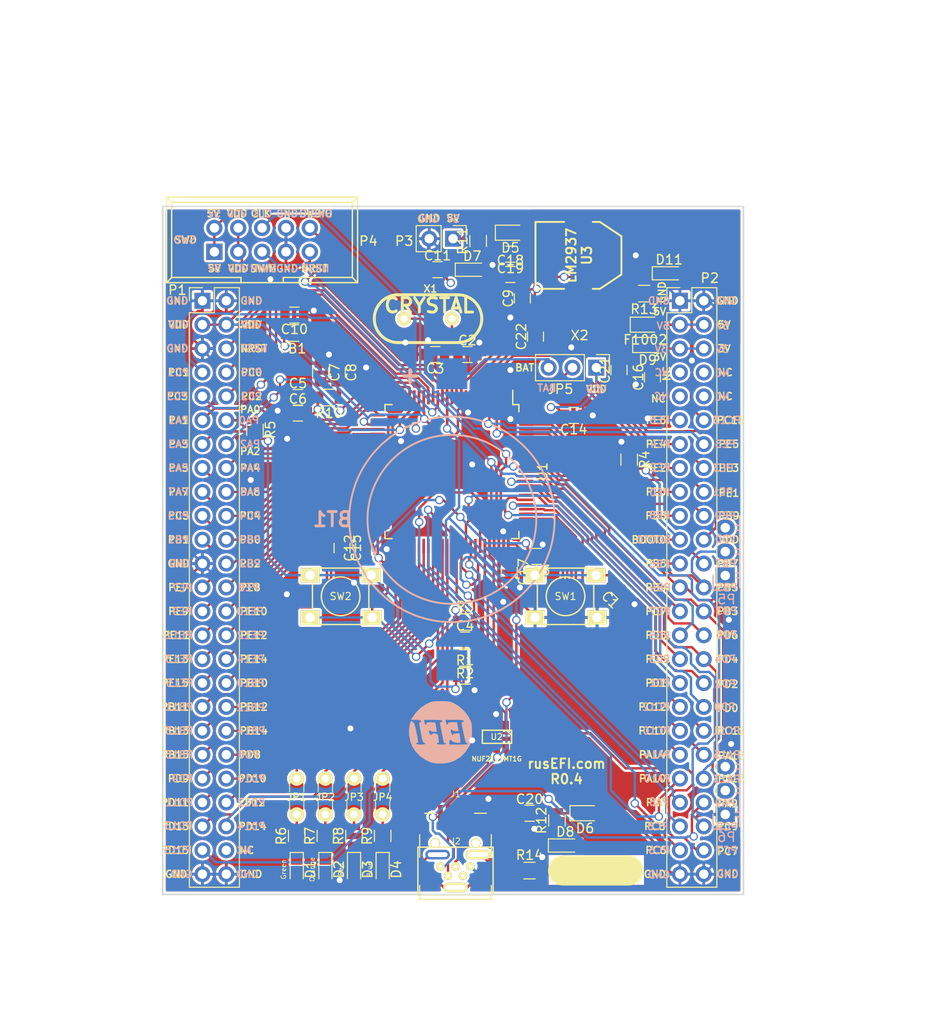
<source format=kicad_pcb>
(kicad_pcb (version 4) (host pcbnew 4.0.5)
  (title_block (date 2017-02-18) (rev R0.4) (company "rusEFI by Art_Electro"))
  (layers (0 F.Cu signal) (31 B.Cu signal) (34 B.Paste user) (35 F.Paste user) (36 B.SilkS user) (37 F.SilkS user) (38 B.Mask user) (39 F.Mask user) (44 Edge.Cuts user))
  (net 0 "")
  (net 1 /3V)
  (net 2 /5V)
  (net 3 /BOOT0)
  (net 4 /D+)
  (net 5 /D-)
  (net 6 /NRST)
  (net 7 /PA0)
  (net 8 /PA1)
  (net 9 /PA10)
  (net 10 /PA11)
  (net 11 /PA12)
  (net 12 /PA13)
  (net 13 /PA14)
  (net 14 /PA15)
  (net 15 /PA2)
  (net 16 /PA3)
  (net 17 /PA4)
  (net 18 /PA5)
  (net 19 /PA6)
  (net 20 /PA7)
  (net 21 /PA8)
  (net 22 /PB0)
  (net 23 /PB1)
  (net 24 /PB10)
  (net 25 /PB11)
  (net 26 /PB12)
  (net 27 /PB13)
  (net 28 /PB14)
  (net 29 /PB15)
  (net 30 /PB2)
  (net 31 /PB3)
  (net 32 /PB4)
  (net 33 /PB5)
  (net 34 /PB6)
  (net 35 /PB7)
  (net 36 /PB8)
  (net 37 /PB9)
  (net 38 /PC0)
  (net 39 /PC1)
  (net 40 /PC10)
  (net 41 /PC11)
  (net 42 /PC12)
  (net 43 /PC13)
  (net 44 /PC2)
  (net 45 /PC3)
  (net 46 /PC4)
  (net 47 /PC5)
  (net 48 /PC6)
  (net 49 /PC7)
  (net 50 /PC8)
  (net 51 /PC9)
  (net 52 /PD0)
  (net 53 /PD1)
  (net 54 /PD10)
  (net 55 /PD11)
  (net 56 /PD12)
  (net 57 /PD13)
  (net 58 /PD14)
  (net 59 /PD15)
  (net 60 /PD2)
  (net 61 /PD3)
  (net 62 /PD4)
  (net 63 /PD5)
  (net 64 /PD6)
  (net 65 /PD7)
  (net 66 /PD8)
  (net 67 /PD9)
  (net 68 /PE0)
  (net 69 /PE1)
  (net 70 /PE10)
  (net 71 /PE11)
  (net 72 /PE12)
  (net 73 /PE13)
  (net 74 /PE14)
  (net 75 /PE15)
  (net 76 /PE2)
  (net 77 /PE3)
  (net 78 /PE4)
  (net 79 /PE5)
  (net 80 /PE6)
  (net 81 /PE7)
  (net 82 /PE8)
  (net 83 /PE9)
  (net 84 /VDD)
  (net 85 GND)
  (net 86 "Net-(BT1-Pad1)")
  (net 87 "Net-(C2-Pad1)")
  (net 88 "Net-(C3-Pad1)")
  (net 89 "Net-(C4-Pad2)")
  (net 90 "Net-(C5-Pad2)")
  (net 91 "Net-(C7-Pad2)")
  (net 92 "Net-(C15-Pad1)")
  (net 93 "Net-(C17-Pad1)")
  (net 94 /Shield)
  (net 95 "Net-(C21-Pad2)")
  (net 96 "Net-(C22-Pad2)")
  (net 97 "Net-(D1-Pad1)")
  (net 98 "Net-(D2-Pad1)")
  (net 99 "Net-(D3-Pad1)")
  (net 100 "Net-(D4-Pad1)")
  (net 101 "Net-(D5-Pad1)")
  (net 102 "Net-(D7-Pad1)")
  (net 103 "Net-(D8-Pad1)")
  (net 104 "Net-(D11-Pad1)")
  (net 105 "Net-(JP1-Pad2)")
  (net 106 "Net-(JP2-Pad2)")
  (net 107 "Net-(JP3-Pad2)")
  (net 108 "Net-(JP4-Pad2)")
  (net 109 "Net-(JP5-Pad2)")
  (net 110 "Net-(R1-Pad1)")
  (net 111 /PA9)
  (module Pin_Headers:Pin_Header_Angled_1x03 (layer B.Cu) (at 147.066 148.082)
    (fp_text reference P6 (at 0.127 2.413) (layer B.SilkS) (effects (justify mirror)))
    (fp_text value CONN_01X03 hide)
    (pad 1 thru_hole rect (at 0 0) (size 2.032 1.7272) (drill 1.016) (layers *.Cu *.Mask) (net 85 GND))
    (pad 2 thru_hole oval (at 0 -2.54) (size 2.032 1.7272) (drill 1.016) (layers *.Cu *.Mask) (net 62 /PD4))
    (pad 3 thru_hole oval (at 0 -5.08) (size 2.032 1.7272) (drill 1.016) (layers *.Cu *.Mask) (net 31 /PB3))
  )
  (module Pin_Headers:Pin_Header_Angled_1x03 (layer B.Cu) (at 147.066 122.682)
    (fp_text reference P5 (at 0.127 2.54) (layer B.SilkS) (effects (justify mirror)))
    (fp_text value CONN_01X03 hide)
    (pad 1 thru_hole rect (at 0 0) (size 2.032 1.7272) (drill 1.016) (layers *.Cu *.Mask) (net 32 /PB4))
    (pad 2 thru_hole oval (at 0 -2.54) (size 2.032 1.7272) (drill 1.016) (layers *.Cu *.Mask) (net 33 /PB5))
    (pad 3 thru_hole oval (at 0 -5.08) (size 2.032 1.7272) (drill 1.016) (layers *.Cu *.Mask) (net 84 /VDD))
  )
  (module BATT_CR2032_MPD (layer B.Cu) (at 117.983 116.713 90)
    (fp_text reference BT1 (at 0 -12.7 360) (layer B.SilkS) (effects (font (thickness 0.3048)) (justify mirror)))
    (fp_text value BATTERY_CR2032 hide)
    (pad 1 smd rect (at 15.485 0 90) (size 3.29 3.29) (layers B.Cu B.Paste B.Mask) (net 86 "Net-(BT1-Pad1)"))
    (pad 2 smd rect (at -15.485 0 90) (size 3.29 3.29) (layers B.Cu B.Paste B.Mask) (net 85 GND))
  )
  (module SOT223 (layer F.Cu) (at 131.445 88.646 270)
    (fp_text reference U3 (at 0 -0.889 450) (layer F.SilkS) (effects (font (size 1.016 1.016) (thickness 0.2032))))
    (fp_text value LM2937 (at 0 0.762 270) (layer F.SilkS) (effects (font (size 1.016 1.016) (thickness 0.2032))))
    (pad 4 smd rect (at 0 -3.302 270) (size 3.6576 2.032) (layers F.Cu F.Paste F.Mask) (net 85 GND))
    (pad 2 smd rect (at 0 3.302 270) (size 1.016 2.032) (layers F.Cu F.Paste F.Mask) (net 85 GND))
    (pad 3 smd rect (at 2.286 3.302 270) (size 1.016 2.032) (layers F.Cu F.Paste F.Mask) (net 84 /VDD))
    (pad 1 smd rect (at -2.286 3.302 270) (size 1.016 2.032) (layers F.Cu F.Paste F.Mask) (net 2 /5V))
  )
  (module HC-49V (layer F.Cu) (at 115.443 95.377)
    (fp_text reference X1 (at 0.254 -3.175) (layer F.SilkS) (effects (font (size 0.762 0.762) (thickness 0.1524))))
    (fp_text value CRYSTAL (at 0.127 -1.397) (layer F.SilkS) (effects (font (thickness 0.3048))))
    (pad 1 thru_hole circle (at -2.54 0) (size 1.4224 1.4224) (drill 0.762) (layers *.Cu *.Mask F.SilkS) (net 88 "Net-(C3-Pad1)"))
    (pad 2 thru_hole circle (at 2.54 0) (size 1.4224 1.4224) (drill 0.762) (layers *.Cu *.Mask F.SilkS) (net 87 "Net-(C2-Pad1)"))
  )
  (module MC-306 (layer F.Cu) (at 131.572 95.377)
    (fp_text reference X2 (at 0 1.778) (layer F.SilkS))
    (fp_text value "CRYSTAL(MC306)" hide)
    (pad 1 smd rect (at -2.75 1.6) (size 1.3 1.9) (layers F.Cu F.Paste F.Mask) (net 95 "Net-(C21-Pad2)"))
    (pad 2 smd rect (at 2.75 1.6) (size 1.3 1.9) (layers F.Cu F.Paste F.Mask))
    (pad 3 smd rect (at 2.75 -1.6) (size 1.3 1.9) (layers F.Cu F.Paste F.Mask))
    (pad 4 smd rect (at -2.75 -1.6) (size 1.3 1.9) (layers F.Cu F.Paste F.Mask) (net 96 "Net-(C22-Pad2)"))
  )
  (module MINI-USB-5P-3400020P1 (layer F.Cu) (at 118.364 152.527)
    (fp_text reference J1 (at 0 -6.604) (layer F.SilkS) (effects (font (size 0.635 0.635) (thickness 0.0889))))
    (fp_text value MINI-USB-5P-3400020P1 hide)
    (pad 1 smd rect (at -1.6 -4.191) (size 0.508 2.54) (layers F.Cu F.Paste F.Mask) (net 111 /PA9))
    (pad 2 smd rect (at -0.8 -4.191) (size 0.508 2.54) (layers F.Cu F.Paste F.Mask) (net 5 /D-))
    (pad 3 smd rect (at 0 -4.191) (size 0.508 2.54) (layers F.Cu F.Paste F.Mask) (net 4 /D+))
    (pad 4 smd rect (at 0.8 -4.191) (size 0.508 2.54) (layers F.Cu F.Paste F.Mask))
    (pad 5 smd rect (at 1.6 -4.191) (size 0.508 2.54) (layers F.Cu F.Paste F.Mask) (net 85 GND))
    (pad 6 smd rect (at -4.5 1.603 90) (size 2.794 2) (layers F.Cu F.Paste F.Mask) (net 94 /Shield))
    (pad 6 smd rect (at 4.5 1.603 90) (size 2.794 2) (layers F.Cu F.Paste F.Mask) (net 94 /Shield))
    (pad 6 smd rect (at -4.5 -3.897 90) (size 2.794 2) (layers F.Cu F.Paste F.Mask) (net 94 /Shield))
    (pad 6 smd rect (at 4.5 -3.897 90) (size 2.794 2) (layers F.Cu F.Paste F.Mask) (net 94 /Shield))
    (pad "" thru_hole circle (at -2.159 -1.397 90) (size 1.016 1.016) (drill 0.762) (layers *.Cu *.Mask F.SilkS))
    (pad "" thru_hole circle (at 2.159 -1.397 90) (size 1.016 1.016) (drill 0.762) (layers *.Cu *.Mask F.SilkS))
  )
  (module SOT-457 (layer F.Cu) (at 122.746 139.827 180)
    (fp_text reference U2 (at 0 0 180) (layer F.SilkS) (effects (font (size 0.635 0.635) (thickness 0.10922))))
    (fp_text value NUF2101MT1G (at 0 -2.3495 180) (layer F.SilkS) (effects (font (size 0.50038 0.50038) (thickness 0.10922))))
    (pad 1 smd rect (at -0.95 1.2 180) (size 0.7 1) (layers F.Cu F.Paste F.Mask) (net 11 /PA12))
    (pad 2 smd rect (at 0 1.2 180) (size 0.7 1) (layers F.Cu F.Paste F.Mask) (net 85 GND))
    (pad 3 smd rect (at 0.95 1.2 180) (size 0.7 1) (layers F.Cu F.Paste F.Mask) (net 10 /PA11))
    (pad 4 smd rect (at 0.95 -1.2 180) (size 0.7 1) (layers F.Cu F.Paste F.Mask) (net 5 /D-))
    (pad 5 smd rect (at 0 -1.2 180) (size 0.7 1) (layers F.Cu F.Paste F.Mask) (net 111 /PA9))
    (pad 6 smd rect (at -0.95 -1.2 180) (size 0.7 1) (layers F.Cu F.Paste F.Mask) (net 4 /D+))
  )
  (module TL-1105 (layer F.Cu) (at 130.073 124.892)
    (fp_text reference SW1 (at 0 0) (layer F.SilkS) (effects (font (size 0.762 0.762) (thickness 0.10922))))
    (fp_text value SW_PUSH hide)
    (pad 1 thru_hole rect (at -3.25 -2.25) (size 2 1.5) (drill 1) (layers *.Cu *.Mask F.SilkS) (net 6 /NRST))
    (pad 1 thru_hole rect (at 3.25 -2.25) (size 2 1.5) (drill 1) (layers *.Cu *.Mask F.SilkS) (net 6 /NRST))
    (pad 2 thru_hole rect (at 3.35 2.25) (size 2 1.5) (drill 1) (layers *.Cu *.Mask F.SilkS) (net 85 GND))
    (pad 2 thru_hole rect (at -3.25 2.25) (size 2 1.5) (drill 1) (layers *.Cu *.Mask F.SilkS) (net 85 GND))
  )
  (module TL-1105 (layer F.Cu) (at 106.147 124.892)
    (fp_text reference SW2 (at 0 0) (layer F.SilkS) (effects (font (size 0.762 0.762) (thickness 0.10922))))
    (fp_text value SW_PUSH hide)
    (pad 1 thru_hole rect (at -3.25 -2.25) (size 2 1.5) (drill 1) (layers *.Cu *.Mask F.SilkS) (net 110 "Net-(R1-Pad1)"))
    (pad 1 thru_hole rect (at 3.25 -2.25) (size 2 1.5) (drill 1) (layers *.Cu *.Mask F.SilkS) (net 110 "Net-(R1-Pad1)"))
    (pad 2 thru_hole rect (at 3.35 2.25) (size 2 1.5) (drill 1) (layers *.Cu *.Mask F.SilkS) (net 84 /VDD))
    (pad 2 thru_hole rect (at -3.25 2.25) (size 2 1.5) (drill 1) (layers *.Cu *.Mask F.SilkS) (net 84 /VDD))
  )
  (module LOGO_F (layer B.Cu) (at 116.7765 139.3825)
    (fp_text reference G1 hide)
    (fp_text value LOGO hide)
  )
  (module MINI-USB_RCTP_V-T_B (layer F.Cu) (at 118.364 154.102)
    (fp_text reference J2 (at 0 -3.175) (layer F.SilkS) (effects (font (size 0.635 0.635) (thickness 0.0889))))
    (fp_text value MINI-USB-5P-3400020P1V hide)
    (pad 1 thru_hole circle (at -1.6 -0.5) (size 0.889 0.889) (drill 0.381) (layers *.Cu *.Mask F.SilkS) (net 111 /PA9))
    (pad 2 thru_hole circle (at -0.8 0.5) (size 0.889 0.889) (drill 0.381) (layers *.Cu *.Mask F.SilkS) (net 5 /D-))
    (pad 3 thru_hole circle (at 0 -0.5) (size 0.889 0.889) (drill 0.381) (layers *.Cu *.Mask F.SilkS) (net 4 /D+))
    (pad 4 thru_hole circle (at 0.8 0.5) (size 0.889 0.889) (drill 0.381) (layers *.Cu *.Mask F.SilkS))
    (pad 5 thru_hole circle (at 1.6 -0.5) (size 0.889 0.889) (drill 0.381) (layers *.Cu *.Mask F.SilkS) (net 85 GND))
    (pad 6 thru_hole oval (at 0 1.75 90) (size 1.016 2.6162) (drill oval 0.508 2.1082) (layers *.Cu *.Mask F.SilkS) (net 94 /Shield))
    (pad 6 thru_hole oval (at -1.9 -1.75 90) (size 1.016 2.6162) (drill oval 0.508 2.1082) (layers *.Cu *.Mask) (net 94 /Shield))
    (pad 6 thru_hole oval (at 2.4 -1.75 90) (size 1.016 2.6162) (drill oval 0.508 2.1082) (layers *.Cu *.Mask F.SilkS) (net 94 /Shield))
  )
  (module Connect:IDC_Header_Straight_10pins (layer F.Cu) (at 92.71 88.265)
    (fp_text reference P4 (at 16.383 -1.143) (layer F.SilkS))
    (fp_text value CONN_02X05 hide)
    (pad 1 thru_hole rect (at 0 0) (size 1.7272 1.7272) (drill 1.016) (layers *.Cu *.Mask) (net 2 /5V))
    (pad 2 thru_hole oval (at 0 -2.54) (size 1.7272 1.7272) (drill 1.016) (layers *.Cu *.Mask) (net 2 /5V))
    (pad 3 thru_hole oval (at 2.54 0) (size 1.7272 1.7272) (drill 1.016) (layers *.Cu *.Mask) (net 84 /VDD))
    (pad 4 thru_hole oval (at 2.54 -2.54) (size 1.7272 1.7272) (drill 1.016) (layers *.Cu *.Mask) (net 84 /VDD))
    (pad 5 thru_hole oval (at 5.08 0) (size 1.7272 1.7272) (drill 1.016) (layers *.Cu *.Mask) (net 31 /PB3))
    (pad 6 thru_hole oval (at 5.08 -2.54) (size 1.7272 1.7272) (drill 1.016) (layers *.Cu *.Mask) (net 13 /PA14))
    (pad 7 thru_hole oval (at 7.62 0) (size 1.7272 1.7272) (drill 1.016) (layers *.Cu *.Mask) (net 85 GND))
    (pad 8 thru_hole oval (at 7.62 -2.54) (size 1.7272 1.7272) (drill 1.016) (layers *.Cu *.Mask) (net 85 GND))
    (pad 9 thru_hole oval (at 10.16 0) (size 1.7272 1.7272) (drill 1.016) (layers *.Cu *.Mask) (net 6 /NRST))
    (pad 10 thru_hole oval (at 10.16 -2.54) (size 1.7272 1.7272) (drill 1.016) (layers *.Cu *.Mask) (net 12 /PA13))
  )
  (module Pin_Headers:Pin_Header_Straight_1x03_Pitch2.54mm (layer F.Cu) (at 133.35 100.584 270)
    (fp_text reference JP5 (at 2.286 3.81 360) (layer F.SilkS))
    (fp_text value JUMPER3 hide)
    (pad 1 thru_hole rect (at 0 0 270) (size 1.7 1.7) (drill 1) (layers *.Cu *.Mask) (net 84 /VDD))
    (pad 2 thru_hole oval (at 0 2.54 270) (size 1.7 1.7) (drill 1) (layers *.Cu *.Mask) (net 109 "Net-(JP5-Pad2)"))
    (pad 3 thru_hole oval (at 0 5.08 270) (size 1.7 1.7) (drill 1) (layers *.Cu *.Mask) (net 86 "Net-(BT1-Pad1)"))
  )
  (module Pin_Headers:Pin_Header_Straight_2x25_Pitch2.54mm (layer F.Cu) (at 91.44 93.472)
    (fp_text reference P1 (at -2.667 -1.143) (layer F.SilkS))
    (fp_text value CONN_25X2 hide)
    (pad 1 thru_hole rect (at 0 0) (size 1.7 1.7) (drill 1) (layers *.Cu *.Mask) (net 85 GND))
    (pad 2 thru_hole oval (at 2.54 0) (size 1.7 1.7) (drill 1) (layers *.Cu *.Mask) (net 85 GND))
    (pad 3 thru_hole oval (at 0 2.54) (size 1.7 1.7) (drill 1) (layers *.Cu *.Mask) (net 84 /VDD))
    (pad 4 thru_hole oval (at 2.54 2.54) (size 1.7 1.7) (drill 1) (layers *.Cu *.Mask) (net 84 /VDD))
    (pad 5 thru_hole oval (at 0 5.08) (size 1.7 1.7) (drill 1) (layers *.Cu *.Mask) (net 85 GND))
    (pad 6 thru_hole oval (at 2.54 5.08) (size 1.7 1.7) (drill 1) (layers *.Cu *.Mask) (net 6 /NRST))
    (pad 7 thru_hole oval (at 0 7.62) (size 1.7 1.7) (drill 1) (layers *.Cu *.Mask) (net 39 /PC1))
    (pad 8 thru_hole oval (at 2.54 7.62) (size 1.7 1.7) (drill 1) (layers *.Cu *.Mask) (net 38 /PC0))
    (pad 9 thru_hole oval (at 0 10.16) (size 1.7 1.7) (drill 1) (layers *.Cu *.Mask) (net 45 /PC3))
    (pad 10 thru_hole oval (at 2.54 10.16) (size 1.7 1.7) (drill 1) (layers *.Cu *.Mask) (net 44 /PC2))
    (pad 11 thru_hole oval (at 0 12.7) (size 1.7 1.7) (drill 1) (layers *.Cu *.Mask) (net 8 /PA1))
    (pad 12 thru_hole oval (at 2.54 12.7) (size 1.7 1.7) (drill 1) (layers *.Cu *.Mask) (net 7 /PA0))
    (pad 13 thru_hole oval (at 0 15.24) (size 1.7 1.7) (drill 1) (layers *.Cu *.Mask) (net 16 /PA3))
    (pad 14 thru_hole oval (at 2.54 15.24) (size 1.7 1.7) (drill 1) (layers *.Cu *.Mask) (net 15 /PA2))
    (pad 15 thru_hole oval (at 0 17.78) (size 1.7 1.7) (drill 1) (layers *.Cu *.Mask) (net 18 /PA5))
    (pad 16 thru_hole oval (at 2.54 17.78) (size 1.7 1.7) (drill 1) (layers *.Cu *.Mask) (net 17 /PA4))
    (pad 17 thru_hole oval (at 0 20.32) (size 1.7 1.7) (drill 1) (layers *.Cu *.Mask) (net 20 /PA7))
    (pad 18 thru_hole oval (at 2.54 20.32) (size 1.7 1.7) (drill 1) (layers *.Cu *.Mask) (net 19 /PA6))
    (pad 19 thru_hole oval (at 0 22.86) (size 1.7 1.7) (drill 1) (layers *.Cu *.Mask) (net 47 /PC5))
    (pad 20 thru_hole oval (at 2.54 22.86) (size 1.7 1.7) (drill 1) (layers *.Cu *.Mask) (net 46 /PC4))
    (pad 21 thru_hole oval (at 0 25.4) (size 1.7 1.7) (drill 1) (layers *.Cu *.Mask) (net 23 /PB1))
    (pad 22 thru_hole oval (at 2.54 25.4) (size 1.7 1.7) (drill 1) (layers *.Cu *.Mask) (net 22 /PB0))
    (pad 23 thru_hole oval (at 0 27.94) (size 1.7 1.7) (drill 1) (layers *.Cu *.Mask) (net 85 GND))
    (pad 24 thru_hole oval (at 2.54 27.94) (size 1.7 1.7) (drill 1) (layers *.Cu *.Mask) (net 30 /PB2))
    (pad 25 thru_hole oval (at 0 30.48) (size 1.7 1.7) (drill 1) (layers *.Cu *.Mask) (net 81 /PE7))
    (pad 26 thru_hole oval (at 2.54 30.48) (size 1.7 1.7) (drill 1) (layers *.Cu *.Mask) (net 82 /PE8))
    (pad 27 thru_hole oval (at 0 33.02) (size 1.7 1.7) (drill 1) (layers *.Cu *.Mask) (net 83 /PE9))
    (pad 28 thru_hole oval (at 2.54 33.02) (size 1.7 1.7) (drill 1) (layers *.Cu *.Mask) (net 70 /PE10))
    (pad 29 thru_hole oval (at 0 35.56) (size 1.7 1.7) (drill 1) (layers *.Cu *.Mask) (net 71 /PE11))
    (pad 30 thru_hole oval (at 2.54 35.56) (size 1.7 1.7) (drill 1) (layers *.Cu *.Mask) (net 72 /PE12))
    (pad 31 thru_hole oval (at 0 38.1) (size 1.7 1.7) (drill 1) (layers *.Cu *.Mask) (net 73 /PE13))
    (pad 32 thru_hole oval (at 2.54 38.1) (size 1.7 1.7) (drill 1) (layers *.Cu *.Mask) (net 74 /PE14))
    (pad 33 thru_hole oval (at 0 40.64) (size 1.7 1.7) (drill 1) (layers *.Cu *.Mask) (net 75 /PE15))
    (pad 34 thru_hole oval (at 2.54 40.64) (size 1.7 1.7) (drill 1) (layers *.Cu *.Mask) (net 24 /PB10))
    (pad 35 thru_hole oval (at 0 43.18) (size 1.7 1.7) (drill 1) (layers *.Cu *.Mask) (net 25 /PB11))
    (pad 36 thru_hole oval (at 2.54 43.18) (size 1.7 1.7) (drill 1) (layers *.Cu *.Mask) (net 26 /PB12))
    (pad 37 thru_hole oval (at 0 45.72) (size 1.7 1.7) (drill 1) (layers *.Cu *.Mask) (net 27 /PB13))
    (pad 38 thru_hole oval (at 2.54 45.72) (size 1.7 1.7) (drill 1) (layers *.Cu *.Mask) (net 28 /PB14))
    (pad 39 thru_hole oval (at 0 48.26) (size 1.7 1.7) (drill 1) (layers *.Cu *.Mask) (net 29 /PB15))
    (pad 40 thru_hole oval (at 2.54 48.26) (size 1.7 1.7) (drill 1) (layers *.Cu *.Mask) (net 66 /PD8))
    (pad 41 thru_hole oval (at 0 50.8) (size 1.7 1.7) (drill 1) (layers *.Cu *.Mask) (net 67 /PD9))
    (pad 42 thru_hole oval (at 2.54 50.8) (size 1.7 1.7) (drill 1) (layers *.Cu *.Mask) (net 54 /PD10))
    (pad 43 thru_hole oval (at 0 53.34) (size 1.7 1.7) (drill 1) (layers *.Cu *.Mask) (net 55 /PD11))
    (pad 44 thru_hole oval (at 2.54 53.34) (size 1.7 1.7) (drill 1) (layers *.Cu *.Mask) (net 56 /PD12))
    (pad 45 thru_hole oval (at 0 55.88) (size 1.7 1.7) (drill 1) (layers *.Cu *.Mask) (net 57 /PD13))
    (pad 46 thru_hole oval (at 2.54 55.88) (size 1.7 1.7) (drill 1) (layers *.Cu *.Mask) (net 58 /PD14))
    (pad 47 thru_hole oval (at 0 58.42) (size 1.7 1.7) (drill 1) (layers *.Cu *.Mask) (net 59 /PD15))
    (pad 48 thru_hole oval (at 2.54 58.42) (size 1.7 1.7) (drill 1) (layers *.Cu *.Mask))
    (pad 49 thru_hole oval (at 0 60.96) (size 1.7 1.7) (drill 1) (layers *.Cu *.Mask) (net 85 GND))
    (pad 50 thru_hole oval (at 2.54 60.96) (size 1.7 1.7) (drill 1) (layers *.Cu *.Mask) (net 85 GND))
  )
  (module Pin_Headers:Pin_Header_Straight_2x25_Pitch2.54mm (layer F.Cu) (at 142.24 93.472)
    (fp_text reference P2 (at 3.175 -2.413) (layer F.SilkS))
    (fp_text value CONN_25X2 hide)
    (pad 1 thru_hole rect (at 0 0) (size 1.7 1.7) (drill 1) (layers *.Cu *.Mask) (net 85 GND))
    (pad 2 thru_hole oval (at 2.54 0) (size 1.7 1.7) (drill 1) (layers *.Cu *.Mask) (net 85 GND))
    (pad 3 thru_hole oval (at 0 2.54) (size 1.7 1.7) (drill 1) (layers *.Cu *.Mask) (net 2 /5V))
    (pad 4 thru_hole oval (at 2.54 2.54) (size 1.7 1.7) (drill 1) (layers *.Cu *.Mask) (net 2 /5V))
    (pad 5 thru_hole oval (at 0 5.08) (size 1.7 1.7) (drill 1) (layers *.Cu *.Mask) (net 1 /3V))
    (pad 6 thru_hole oval (at 2.54 5.08) (size 1.7 1.7) (drill 1) (layers *.Cu *.Mask) (net 1 /3V))
    (pad 7 thru_hole oval (at 0 7.62) (size 1.7 1.7) (drill 1) (layers *.Cu *.Mask))
    (pad 8 thru_hole oval (at 2.54 7.62) (size 1.7 1.7) (drill 1) (layers *.Cu *.Mask))
    (pad 9 thru_hole oval (at 0 10.16) (size 1.7 1.7) (drill 1) (layers *.Cu *.Mask))
    (pad 10 thru_hole oval (at 2.54 10.16) (size 1.7 1.7) (drill 1) (layers *.Cu *.Mask))
    (pad 11 thru_hole oval (at 0 12.7) (size 1.7 1.7) (drill 1) (layers *.Cu *.Mask) (net 80 /PE6))
    (pad 12 thru_hole oval (at 2.54 12.7) (size 1.7 1.7) (drill 1) (layers *.Cu *.Mask) (net 43 /PC13))
    (pad 13 thru_hole oval (at 0 15.24) (size 1.7 1.7) (drill 1) (layers *.Cu *.Mask) (net 78 /PE4))
    (pad 14 thru_hole oval (at 2.54 15.24) (size 1.7 1.7) (drill 1) (layers *.Cu *.Mask) (net 79 /PE5))
    (pad 15 thru_hole oval (at 0 17.78) (size 1.7 1.7) (drill 1) (layers *.Cu *.Mask) (net 76 /PE2))
    (pad 16 thru_hole oval (at 2.54 17.78) (size 1.7 1.7) (drill 1) (layers *.Cu *.Mask) (net 77 /PE3))
    (pad 17 thru_hole oval (at 0 20.32) (size 1.7 1.7) (drill 1) (layers *.Cu *.Mask) (net 68 /PE0))
    (pad 18 thru_hole oval (at 2.54 20.32) (size 1.7 1.7) (drill 1) (layers *.Cu *.Mask) (net 69 /PE1))
    (pad 19 thru_hole oval (at 0 22.86) (size 1.7 1.7) (drill 1) (layers *.Cu *.Mask) (net 36 /PB8))
    (pad 20 thru_hole oval (at 2.54 22.86) (size 1.7 1.7) (drill 1) (layers *.Cu *.Mask) (net 37 /PB9))
    (pad 21 thru_hole oval (at 0 25.4) (size 1.7 1.7) (drill 1) (layers *.Cu *.Mask) (net 3 /BOOT0))
    (pad 22 thru_hole oval (at 2.54 25.4) (size 1.7 1.7) (drill 1) (layers *.Cu *.Mask) (net 84 /VDD))
    (pad 23 thru_hole oval (at 0 27.94) (size 1.7 1.7) (drill 1) (layers *.Cu *.Mask) (net 34 /PB6))
    (pad 24 thru_hole oval (at 2.54 27.94) (size 1.7 1.7) (drill 1) (layers *.Cu *.Mask) (net 35 /PB7))
    (pad 25 thru_hole oval (at 0 30.48) (size 1.7 1.7) (drill 1) (layers *.Cu *.Mask) (net 32 /PB4))
    (pad 26 thru_hole oval (at 2.54 30.48) (size 1.7 1.7) (drill 1) (layers *.Cu *.Mask) (net 33 /PB5))
    (pad 27 thru_hole oval (at 0 33.02) (size 1.7 1.7) (drill 1) (layers *.Cu *.Mask) (net 65 /PD7))
    (pad 28 thru_hole oval (at 2.54 33.02) (size 1.7 1.7) (drill 1) (layers *.Cu *.Mask) (net 31 /PB3))
    (pad 29 thru_hole oval (at 0 35.56) (size 1.7 1.7) (drill 1) (layers *.Cu *.Mask) (net 63 /PD5))
    (pad 30 thru_hole oval (at 2.54 35.56) (size 1.7 1.7) (drill 1) (layers *.Cu *.Mask) (net 64 /PD6))
    (pad 31 thru_hole oval (at 0 38.1) (size 1.7 1.7) (drill 1) (layers *.Cu *.Mask) (net 61 /PD3))
    (pad 32 thru_hole oval (at 2.54 38.1) (size 1.7 1.7) (drill 1) (layers *.Cu *.Mask) (net 62 /PD4))
    (pad 33 thru_hole oval (at 0 40.64) (size 1.7 1.7) (drill 1) (layers *.Cu *.Mask) (net 53 /PD1))
    (pad 34 thru_hole oval (at 2.54 40.64) (size 1.7 1.7) (drill 1) (layers *.Cu *.Mask) (net 60 /PD2))
    (pad 35 thru_hole oval (at 0 43.18) (size 1.7 1.7) (drill 1) (layers *.Cu *.Mask) (net 42 /PC12))
    (pad 36 thru_hole oval (at 2.54 43.18) (size 1.7 1.7) (drill 1) (layers *.Cu *.Mask) (net 52 /PD0))
    (pad 37 thru_hole oval (at 0 45.72) (size 1.7 1.7) (drill 1) (layers *.Cu *.Mask) (net 40 /PC10))
    (pad 38 thru_hole oval (at 2.54 45.72) (size 1.7 1.7) (drill 1) (layers *.Cu *.Mask) (net 41 /PC11))
    (pad 39 thru_hole oval (at 0 48.26) (size 1.7 1.7) (drill 1) (layers *.Cu *.Mask) (net 13 /PA14))
    (pad 40 thru_hole oval (at 2.54 48.26) (size 1.7 1.7) (drill 1) (layers *.Cu *.Mask) (net 14 /PA15))
    (pad 41 thru_hole oval (at 0 50.8) (size 1.7 1.7) (drill 1) (layers *.Cu *.Mask) (net 9 /PA10))
    (pad 42 thru_hole oval (at 2.54 50.8) (size 1.7 1.7) (drill 1) (layers *.Cu *.Mask) (net 12 /PA13))
    (pad 43 thru_hole oval (at 0 53.34) (size 1.7 1.7) (drill 1) (layers *.Cu *.Mask) (net 21 /PA8))
    (pad 44 thru_hole oval (at 2.54 53.34) (size 1.7 1.7) (drill 1) (layers *.Cu *.Mask) (net 111 /PA9))
    (pad 45 thru_hole oval (at 0 55.88) (size 1.7 1.7) (drill 1) (layers *.Cu *.Mask) (net 50 /PC8))
    (pad 46 thru_hole oval (at 2.54 55.88) (size 1.7 1.7) (drill 1) (layers *.Cu *.Mask) (net 51 /PC9))
    (pad 47 thru_hole oval (at 0 58.42) (size 1.7 1.7) (drill 1) (layers *.Cu *.Mask) (net 48 /PC6))
    (pad 48 thru_hole oval (at 2.54 58.42) (size 1.7 1.7) (drill 1) (layers *.Cu *.Mask) (net 49 /PC7))
    (pad 49 thru_hole oval (at 0 60.96) (size 1.7 1.7) (drill 1) (layers *.Cu *.Mask) (net 85 GND))
    (pad 50 thru_hole oval (at 2.54 60.96) (size 1.7 1.7) (drill 1) (layers *.Cu *.Mask) (net 85 GND))
  )
  (module Pin_Headers:Pin_Header_Straight_1x02_Pitch2.54mm (layer F.Cu) (at 118.11 86.868 270)
    (fp_text reference P3 (at 0.254 5.207 360) (layer F.SilkS))
    (fp_text value CONN_2 hide)
    (pad 1 thru_hole rect (at 0 0 270) (size 1.7 1.7) (drill 1) (layers *.Cu *.Mask) (net 101 "Net-(D5-Pad1)"))
    (pad 2 thru_hole oval (at 0 2.54 270) (size 1.7 1.7) (drill 1) (layers *.Cu *.Mask) (net 85 GND))
  )
  (module Housings_QFP:LQFP-100_14x14mm_Pitch0.5mm (layer F.Cu) (at 117.983 111.633 270)
    (fp_text reference U1 (at 0 -9.65 270) (layer F.SilkS))
    (fp_text value STM32F407VG hide)
    (pad 1 smd rect (at -7.9 -6 270) (size 1.5 0.28) (layers F.Cu F.Paste F.Mask) (net 76 /PE2))
    (pad 2 smd rect (at -7.9 -5.5 270) (size 1.5 0.28) (layers F.Cu F.Paste F.Mask) (net 77 /PE3))
    (pad 3 smd rect (at -7.9 -5 270) (size 1.5 0.28) (layers F.Cu F.Paste F.Mask) (net 78 /PE4))
    (pad 4 smd rect (at -7.9 -4.5 270) (size 1.5 0.28) (layers F.Cu F.Paste F.Mask) (net 79 /PE5))
    (pad 5 smd rect (at -7.9 -4 270) (size 1.5 0.28) (layers F.Cu F.Paste F.Mask) (net 80 /PE6))
    (pad 6 smd rect (at -7.9 -3.5 270) (size 1.5 0.28) (layers F.Cu F.Paste F.Mask) (net 109 "Net-(JP5-Pad2)"))
    (pad 7 smd rect (at -7.9 -3 270) (size 1.5 0.28) (layers F.Cu F.Paste F.Mask) (net 43 /PC13))
    (pad 8 smd rect (at -7.9 -2.5 270) (size 1.5 0.28) (layers F.Cu F.Paste F.Mask) (net 95 "Net-(C21-Pad2)"))
    (pad 9 smd rect (at -7.9 -2 270) (size 1.5 0.28) (layers F.Cu F.Paste F.Mask) (net 96 "Net-(C22-Pad2)"))
    (pad 10 smd rect (at -7.9 -1.5 270) (size 1.5 0.28) (layers F.Cu F.Paste F.Mask) (net 85 GND))
    (pad 11 smd rect (at -7.9 -1 270) (size 1.5 0.28) (layers F.Cu F.Paste F.Mask) (net 84 /VDD))
    (pad 12 smd rect (at -7.9 -0.5 270) (size 1.5 0.28) (layers F.Cu F.Paste F.Mask) (net 87 "Net-(C2-Pad1)"))
    (pad 13 smd rect (at -7.9 0 270) (size 1.5 0.28) (layers F.Cu F.Paste F.Mask) (net 88 "Net-(C3-Pad1)"))
    (pad 14 smd rect (at -7.9 0.5 270) (size 1.5 0.28) (layers F.Cu F.Paste F.Mask) (net 6 /NRST))
    (pad 15 smd rect (at -7.9 1 270) (size 1.5 0.28) (layers F.Cu F.Paste F.Mask) (net 38 /PC0))
    (pad 16 smd rect (at -7.9 1.5 270) (size 1.5 0.28) (layers F.Cu F.Paste F.Mask) (net 39 /PC1))
    (pad 17 smd rect (at -7.9 2 270) (size 1.5 0.28) (layers F.Cu F.Paste F.Mask) (net 44 /PC2))
    (pad 18 smd rect (at -7.9 2.5 270) (size 1.5 0.28) (layers F.Cu F.Paste F.Mask) (net 45 /PC3))
    (pad 19 smd rect (at -7.9 3 270) (size 1.5 0.28) (layers F.Cu F.Paste F.Mask) (net 84 /VDD))
    (pad 20 smd rect (at -7.9 3.5 270) (size 1.5 0.28) (layers F.Cu F.Paste F.Mask) (net 85 GND))
    (pad 21 smd rect (at -7.9 4 270) (size 1.5 0.28) (layers F.Cu F.Paste F.Mask) (net 90 "Net-(C5-Pad2)"))
    (pad 22 smd rect (at -7.9 4.5 270) (size 1.5 0.28) (layers F.Cu F.Paste F.Mask) (net 91 "Net-(C7-Pad2)"))
    (pad 23 smd rect (at -7.9 5 270) (size 1.5 0.28) (layers F.Cu F.Paste F.Mask) (net 7 /PA0))
    (pad 24 smd rect (at -7.9 5.5 270) (size 1.5 0.28) (layers F.Cu F.Paste F.Mask) (net 8 /PA1))
    (pad 25 smd rect (at -7.9 6 270) (size 1.5 0.28) (layers F.Cu F.Paste F.Mask) (net 15 /PA2))
    (pad 26 smd rect (at -6 7.9) (size 1.5 0.28) (layers F.Cu F.Paste F.Mask) (net 16 /PA3))
    (pad 27 smd rect (at -5.5 7.9) (size 1.5 0.28) (layers F.Cu F.Paste F.Mask) (net 85 GND))
    (pad 28 smd rect (at -5 7.9) (size 1.5 0.28) (layers F.Cu F.Paste F.Mask) (net 84 /VDD))
    (pad 29 smd rect (at -4.5 7.9) (size 1.5 0.28) (layers F.Cu F.Paste F.Mask) (net 17 /PA4))
    (pad 30 smd rect (at -4 7.9) (size 1.5 0.28) (layers F.Cu F.Paste F.Mask) (net 18 /PA5))
    (pad 31 smd rect (at -3.5 7.9) (size 1.5 0.28) (layers F.Cu F.Paste F.Mask) (net 19 /PA6))
    (pad 32 smd rect (at -3 7.9) (size 1.5 0.28) (layers F.Cu F.Paste F.Mask) (net 20 /PA7))
    (pad 33 smd rect (at -2.5 7.9) (size 1.5 0.28) (layers F.Cu F.Paste F.Mask) (net 46 /PC4))
    (pad 34 smd rect (at -2 7.9) (size 1.5 0.28) (layers F.Cu F.Paste F.Mask) (net 47 /PC5))
    (pad 35 smd rect (at -1.5 7.9) (size 1.5 0.28) (layers F.Cu F.Paste F.Mask) (net 22 /PB0))
    (pad 36 smd rect (at -1 7.9) (size 1.5 0.28) (layers F.Cu F.Paste F.Mask) (net 23 /PB1))
    (pad 37 smd rect (at -0.5 7.9) (size 1.5 0.28) (layers F.Cu F.Paste F.Mask) (net 30 /PB2))
    (pad 38 smd rect (at 0 7.9) (size 1.5 0.28) (layers F.Cu F.Paste F.Mask) (net 81 /PE7))
    (pad 39 smd rect (at 0.5 7.9) (size 1.5 0.28) (layers F.Cu F.Paste F.Mask) (net 82 /PE8))
    (pad 40 smd rect (at 1 7.9) (size 1.5 0.28) (layers F.Cu F.Paste F.Mask) (net 83 /PE9))
    (pad 41 smd rect (at 1.5 7.9) (size 1.5 0.28) (layers F.Cu F.Paste F.Mask) (net 70 /PE10))
    (pad 42 smd rect (at 2 7.9) (size 1.5 0.28) (layers F.Cu F.Paste F.Mask) (net 71 /PE11))
    (pad 43 smd rect (at 2.5 7.9) (size 1.5 0.28) (layers F.Cu F.Paste F.Mask) (net 72 /PE12))
    (pad 44 smd rect (at 3 7.9) (size 1.5 0.28) (layers F.Cu F.Paste F.Mask) (net 73 /PE13))
    (pad 45 smd rect (at 3.5 7.9) (size 1.5 0.28) (layers F.Cu F.Paste F.Mask) (net 74 /PE14))
    (pad 46 smd rect (at 4 7.9) (size 1.5 0.28) (layers F.Cu F.Paste F.Mask) (net 75 /PE15))
    (pad 47 smd rect (at 4.5 7.9) (size 1.5 0.28) (layers F.Cu F.Paste F.Mask) (net 24 /PB10))
    (pad 48 smd rect (at 5 7.9) (size 1.5 0.28) (layers F.Cu F.Paste F.Mask) (net 25 /PB11))
    (pad 49 smd rect (at 5.5 7.9) (size 1.5 0.28) (layers F.Cu F.Paste F.Mask) (net 92 "Net-(C15-Pad1)"))
    (pad 50 smd rect (at 6 7.9) (size 1.5 0.28) (layers F.Cu F.Paste F.Mask) (net 84 /VDD))
    (pad 51 smd rect (at 7.9 6 270) (size 1.5 0.28) (layers F.Cu F.Paste F.Mask) (net 26 /PB12))
    (pad 52 smd rect (at 7.9 5.5 270) (size 1.5 0.28) (layers F.Cu F.Paste F.Mask) (net 27 /PB13))
    (pad 53 smd rect (at 7.9 5 270) (size 1.5 0.28) (layers F.Cu F.Paste F.Mask) (net 28 /PB14))
    (pad 54 smd rect (at 7.9 4.5 270) (size 1.5 0.28) (layers F.Cu F.Paste F.Mask) (net 29 /PB15))
    (pad 55 smd rect (at 7.9 4 270) (size 1.5 0.28) (layers F.Cu F.Paste F.Mask) (net 66 /PD8))
    (pad 56 smd rect (at 7.9 3.5 270) (size 1.5 0.28) (layers F.Cu F.Paste F.Mask) (net 67 /PD9))
    (pad 57 smd rect (at 7.9 3 270) (size 1.5 0.28) (layers F.Cu F.Paste F.Mask) (net 54 /PD10))
    (pad 58 smd rect (at 7.9 2.5 270) (size 1.5 0.28) (layers F.Cu F.Paste F.Mask) (net 55 /PD11))
    (pad 59 smd rect (at 7.9 2 270) (size 1.5 0.28) (layers F.Cu F.Paste F.Mask) (net 56 /PD12))
    (pad 60 smd rect (at 7.9 1.5 270) (size 1.5 0.28) (layers F.Cu F.Paste F.Mask) (net 57 /PD13))
    (pad 61 smd rect (at 7.9 1 270) (size 1.5 0.28) (layers F.Cu F.Paste F.Mask) (net 58 /PD14))
    (pad 62 smd rect (at 7.9 0.5 270) (size 1.5 0.28) (layers F.Cu F.Paste F.Mask) (net 59 /PD15))
    (pad 63 smd rect (at 7.9 0 270) (size 1.5 0.28) (layers F.Cu F.Paste F.Mask) (net 48 /PC6))
    (pad 64 smd rect (at 7.9 -0.5 270) (size 1.5 0.28) (layers F.Cu F.Paste F.Mask) (net 49 /PC7))
    (pad 65 smd rect (at 7.9 -1 270) (size 1.5 0.28) (layers F.Cu F.Paste F.Mask) (net 50 /PC8))
    (pad 66 smd rect (at 7.9 -1.5 270) (size 1.5 0.28) (layers F.Cu F.Paste F.Mask) (net 51 /PC9))
    (pad 67 smd rect (at 7.9 -2 270) (size 1.5 0.28) (layers F.Cu F.Paste F.Mask) (net 21 /PA8))
    (pad 68 smd rect (at 7.9 -2.5 270) (size 1.5 0.28) (layers F.Cu F.Paste F.Mask) (net 111 /PA9))
    (pad 69 smd rect (at 7.9 -3 270) (size 1.5 0.28) (layers F.Cu F.Paste F.Mask) (net 9 /PA10))
    (pad 70 smd rect (at 7.9 -3.5 270) (size 1.5 0.28) (layers F.Cu F.Paste F.Mask) (net 10 /PA11))
    (pad 71 smd rect (at 7.9 -4 270) (size 1.5 0.28) (layers F.Cu F.Paste F.Mask) (net 11 /PA12))
    (pad 72 smd rect (at 7.9 -4.5 270) (size 1.5 0.28) (layers F.Cu F.Paste F.Mask) (net 12 /PA13))
    (pad 73 smd rect (at 7.9 -5 270) (size 1.5 0.28) (layers F.Cu F.Paste F.Mask) (net 93 "Net-(C17-Pad1)"))
    (pad 74 smd rect (at 7.9 -5.5 270) (size 1.5 0.28) (layers F.Cu F.Paste F.Mask) (net 85 GND))
    (pad 75 smd rect (at 7.9 -6 270) (size 1.5 0.28) (layers F.Cu F.Paste F.Mask) (net 84 /VDD))
    (pad 76 smd rect (at 6 -7.9) (size 1.5 0.28) (layers F.Cu F.Paste F.Mask) (net 13 /PA14))
    (pad 77 smd rect (at 5.5 -7.9) (size 1.5 0.28) (layers F.Cu F.Paste F.Mask) (net 14 /PA15))
    (pad 78 smd rect (at 5 -7.9) (size 1.5 0.28) (layers F.Cu F.Paste F.Mask) (net 40 /PC10))
    (pad 79 smd rect (at 4.5 -7.9) (size 1.5 0.28) (layers F.Cu F.Paste F.Mask) (net 41 /PC11))
    (pad 80 smd rect (at 4 -7.9) (size 1.5 0.28) (layers F.Cu F.Paste F.Mask) (net 42 /PC12))
    (pad 81 smd rect (at 3.5 -7.9) (size 1.5 0.28) (layers F.Cu F.Paste F.Mask) (net 52 /PD0))
    (pad 82 smd rect (at 3 -7.9) (size 1.5 0.28) (layers F.Cu F.Paste F.Mask) (net 53 /PD1))
    (pad 83 smd rect (at 2.5 -7.9) (size 1.5 0.28) (layers F.Cu F.Paste F.Mask) (net 60 /PD2))
    (pad 84 smd rect (at 2 -7.9) (size 1.5 0.28) (layers F.Cu F.Paste F.Mask) (net 61 /PD3))
    (pad 85 smd rect (at 1.5 -7.9) (size 1.5 0.28) (layers F.Cu F.Paste F.Mask) (net 62 /PD4))
    (pad 86 smd rect (at 1 -7.9) (size 1.5 0.28) (layers F.Cu F.Paste F.Mask) (net 63 /PD5))
    (pad 87 smd rect (at 0.5 -7.9) (size 1.5 0.28) (layers F.Cu F.Paste F.Mask) (net 64 /PD6))
    (pad 88 smd rect (at 0 -7.9) (size 1.5 0.28) (layers F.Cu F.Paste F.Mask) (net 65 /PD7))
    (pad 89 smd rect (at -0.5 -7.9) (size 1.5 0.28) (layers F.Cu F.Paste F.Mask) (net 31 /PB3))
    (pad 90 smd rect (at -1 -7.9) (size 1.5 0.28) (layers F.Cu F.Paste F.Mask) (net 32 /PB4))
    (pad 91 smd rect (at -1.5 -7.9) (size 1.5 0.28) (layers F.Cu F.Paste F.Mask) (net 33 /PB5))
    (pad 92 smd rect (at -2 -7.9) (size 1.5 0.28) (layers F.Cu F.Paste F.Mask) (net 34 /PB6))
    (pad 93 smd rect (at -2.5 -7.9) (size 1.5 0.28) (layers F.Cu F.Paste F.Mask) (net 35 /PB7))
    (pad 94 smd rect (at -3 -7.9) (size 1.5 0.28) (layers F.Cu F.Paste F.Mask) (net 3 /BOOT0))
    (pad 95 smd rect (at -3.5 -7.9) (size 1.5 0.28) (layers F.Cu F.Paste F.Mask) (net 36 /PB8))
    (pad 96 smd rect (at -4 -7.9) (size 1.5 0.28) (layers F.Cu F.Paste F.Mask) (net 37 /PB9))
    (pad 97 smd rect (at -4.5 -7.9) (size 1.5 0.28) (layers F.Cu F.Paste F.Mask) (net 68 /PE0))
    (pad 98 smd rect (at -5 -7.9) (size 1.5 0.28) (layers F.Cu F.Paste F.Mask) (net 69 /PE1))
    (pad 99 smd rect (at -5.5 -7.9) (size 1.5 0.28) (layers F.Cu F.Paste F.Mask) (net 85 GND))
    (pad 100 smd rect (at -6 -7.9) (size 1.5 0.28) (layers F.Cu F.Paste F.Mask) (net 84 /VDD))
  )
  (module Capacitors_SMD:C_0805 (layer F.Cu) (at 135.89 124.206 135)
    (fp_text reference C1 (at 0 -1.5 135) (layer F.SilkS))
    (fp_text value 20nF)
    (pad 1 smd rect (at -1 0 135) (size 1 1.25) (layers F.Cu F.Paste F.Mask) (net 85 GND))
    (pad 2 smd rect (at 1 0 135) (size 1 1.25) (layers F.Cu F.Paste F.Mask) (net 6 /NRST))
  )
  (module Capacitors_SMD:C_0805 (layer F.Cu) (at 119.634 99.187)
    (fp_text reference C2 (at 0 -1.5) (layer F.SilkS))
    (fp_text value 18pF)
    (pad 1 smd rect (at -1 0) (size 1 1.25) (layers F.Cu F.Paste F.Mask) (net 87 "Net-(C2-Pad1)"))
    (pad 2 smd rect (at 1 0) (size 1 1.25) (layers F.Cu F.Paste F.Mask) (net 85 GND))
  )
  (module Capacitors_SMD:C_0805 (layer F.Cu) (at 116.205 99.187 180)
    (fp_text reference C3 (at 0 -1.5 180) (layer F.SilkS))
    (fp_text value 18pF)
    (pad 1 smd rect (at -1 0 180) (size 1 1.25) (layers F.Cu F.Paste F.Mask) (net 88 "Net-(C3-Pad1)"))
    (pad 2 smd rect (at 1 0 180) (size 1 1.25) (layers F.Cu F.Paste F.Mask) (net 85 GND))
  )
  (module Capacitors_SMD:C_0805 (layer F.Cu) (at 119.38 129.54)
    (fp_text reference C4 (at 0 -1.5) (layer F.SilkS))
    (fp_text value 2u2F)
    (pad 1 smd rect (at -1 0) (size 1 1.25) (layers F.Cu F.Paste F.Mask) (net 84 /VDD))
    (pad 2 smd rect (at 1 0) (size 1 1.25) (layers F.Cu F.Paste F.Mask) (net 89 "Net-(C4-Pad2)"))
  )
  (module Capacitors_SMD:C_0805 (layer F.Cu) (at 101.6 103.759)
    (fp_text reference C5 (at 0 -1.5) (layer F.SilkS))
    (fp_text value 0.01uF)
    (pad 1 smd rect (at -1 0) (size 1 1.25) (layers F.Cu F.Paste F.Mask) (net 85 GND))
    (pad 2 smd rect (at 1 0) (size 1 1.25) (layers F.Cu F.Paste F.Mask) (net 90 "Net-(C5-Pad2)"))
  )
  (module Capacitors_SMD:C_0805 (layer F.Cu) (at 101.6 105.41)
    (fp_text reference C6 (at 0 -1.5) (layer F.SilkS))
    (fp_text value 1uF)
    (pad 1 smd rect (at -1 0) (size 1 1.25) (layers F.Cu F.Paste F.Mask) (net 85 GND))
    (pad 2 smd rect (at 1 0) (size 1 1.25) (layers F.Cu F.Paste F.Mask) (net 90 "Net-(C5-Pad2)"))
  )
  (module Capacitors_SMD:C_0805 (layer F.Cu) (at 104.013 101.092 270)
    (fp_text reference C7 (at 0 -1.5 270) (layer F.SilkS))
    (fp_text value 1uF)
    (pad 1 smd rect (at -1 0 270) (size 1 1.25) (layers F.Cu F.Paste F.Mask) (net 85 GND))
    (pad 2 smd rect (at 1 0 270) (size 1 1.25) (layers F.Cu F.Paste F.Mask) (net 91 "Net-(C7-Pad2)"))
  )
  (module Capacitors_SMD:C_0805 (layer F.Cu) (at 105.791 101.092 270)
    (fp_text reference C8 (at 0 -1.5 270) (layer F.SilkS))
    (fp_text value 0.01uF)
    (pad 1 smd rect (at -1 0 270) (size 1 1.25) (layers F.Cu F.Paste F.Mask) (net 85 GND))
    (pad 2 smd rect (at 1 0 270) (size 1 1.25) (layers F.Cu F.Paste F.Mask) (net 91 "Net-(C7-Pad2)"))
  )
  (module Capacitors_SMD:C_0805 (layer F.Cu) (at 125.476 93.218 90)
    (fp_text reference C9 (at 0 -1.5 90) (layer F.SilkS))
    (fp_text value 0.1uF)
    (pad 1 smd rect (at -1 0 90) (size 1 1.25) (layers F.Cu F.Paste F.Mask) (net 85 GND))
    (pad 2 smd rect (at 1 0 90) (size 1 1.25) (layers F.Cu F.Paste F.Mask) (net 84 /VDD))
  )
  (module Capacitors_SMD:C_0805 (layer F.Cu) (at 101.219 94.996 180)
    (fp_text reference C10 (at 0 -1.5 180) (layer F.SilkS))
    (fp_text value 0.1uF)
    (pad 1 smd rect (at -1 0 180) (size 1 1.25) (layers F.Cu F.Paste F.Mask) (net 85 GND))
    (pad 2 smd rect (at 1 0 180) (size 1 1.25) (layers F.Cu F.Paste F.Mask) (net 84 /VDD))
  )
  (module Capacitors_SMD:C_0805 (layer F.Cu) (at 116.459 90.17)
    (fp_text reference C11 (at 0 -1.5) (layer F.SilkS))
    (fp_text value 0.1uF)
    (pad 1 smd rect (at -1 0) (size 1 1.25) (layers F.Cu F.Paste F.Mask) (net 85 GND))
    (pad 2 smd rect (at 1 0) (size 1 1.25) (layers F.Cu F.Paste F.Mask) (net 84 /VDD))
  )
  (module Capacitors_SMD:C_0805 (layer F.Cu) (at 108.585 119.761 90)
    (fp_text reference C12 (at 0 -1.5 90) (layer F.SilkS))
    (fp_text value 0.1uF)
    (pad 1 smd rect (at -1 0 90) (size 1 1.25) (layers F.Cu F.Paste F.Mask) (net 85 GND))
    (pad 2 smd rect (at 1 0 90) (size 1 1.25) (layers F.Cu F.Paste F.Mask) (net 84 /VDD))
  )
  (module Capacitors_SMD:C_0805 (layer F.Cu) (at 127 120.65 180)
    (fp_text reference C13 (at 0 -1.5 180) (layer F.SilkS))
    (fp_text value 0.1uF)
    (pad 1 smd rect (at -1 0 180) (size 1 1.25) (layers F.Cu F.Paste F.Mask) (net 85 GND))
    (pad 2 smd rect (at 1 0 180) (size 1 1.25) (layers F.Cu F.Paste F.Mask) (net 84 /VDD))
  )
  (module Capacitors_SMD:C_0805 (layer F.Cu) (at 130.937 105.664 180)
    (fp_text reference C14 (at 0 -1.5 180) (layer F.SilkS))
    (fp_text value 0.1uF)
    (pad 1 smd rect (at -1 0 180) (size 1 1.25) (layers F.Cu F.Paste F.Mask) (net 85 GND))
    (pad 2 smd rect (at 1 0 180) (size 1 1.25) (layers F.Cu F.Paste F.Mask) (net 84 /VDD))
  )
  (module Capacitors_SMD:C_0805 (layer F.Cu) (at 106.299 119.761 270)
    (fp_text reference C15 (at 0 -1.5 270) (layer F.SilkS))
    (fp_text value 2u2F)
    (pad 1 smd rect (at -1 0 270) (size 1 1.25) (layers F.Cu F.Paste F.Mask) (net 92 "Net-(C15-Pad1)"))
    (pad 2 smd rect (at 1 0 270) (size 1 1.25) (layers F.Cu F.Paste F.Mask) (net 85 GND))
  )
  (module Capacitors_SMD:C_0805 (layer F.Cu) (at 139.319 101.6 90)
    (fp_text reference C16 (at 0 -1.5 90) (layer F.SilkS))
    (fp_text value 1uF)
    (pad 1 smd rect (at -1 0 90) (size 1 1.25) (layers F.Cu F.Paste F.Mask) (net 85 GND))
    (pad 2 smd rect (at 1 0 90) (size 1 1.25) (layers F.Cu F.Paste F.Mask) (net 84 /VDD))
  )
  (module Capacitors_SMD:C_0805 (layer F.Cu) (at 124.079 122.285 270)
    (fp_text reference C17 (at 0 -1.5 270) (layer F.SilkS))
    (fp_text value 2u2F)
    (pad 1 smd rect (at -1 0 270) (size 1 1.25) (layers F.Cu F.Paste F.Mask) (net 93 "Net-(C17-Pad1)"))
    (pad 2 smd rect (at 1 0 270) (size 1 1.25) (layers F.Cu F.Paste F.Mask) (net 85 GND))
  )
  (module Capacitors_SMD:C_0805 (layer F.Cu) (at 124.206 90.678)
    (fp_text reference C18 (at 0 -1.5) (layer F.SilkS))
    (fp_text value 0.1uF)
    (pad 1 smd rect (at -1 0) (size 1 1.25) (layers F.Cu F.Paste F.Mask) (net 85 GND))
    (pad 2 smd rect (at 1 0) (size 1 1.25) (layers F.Cu F.Paste F.Mask) (net 2 /5V))
  )
  (module Capacitors_SMD:C_0805 (layer F.Cu) (at 124.206 88.519 180)
    (fp_text reference C19 (at 0 -1.5 180) (layer F.SilkS))
    (fp_text value 4.7uF)
    (pad 1 smd rect (at -1 0 180) (size 1 1.25) (layers F.Cu F.Paste F.Mask) (net 2 /5V))
    (pad 2 smd rect (at 1 0 180) (size 1 1.25) (layers F.Cu F.Paste F.Mask) (net 85 GND))
  )
  (module Capacitors_SMD:C_0805 (layer F.Cu) (at 126.238 147.955)
    (fp_text reference C20 (at 0 -1.5) (layer F.SilkS))
    (fp_text value 0.1uF)
    (pad 1 smd rect (at -1 0) (size 1 1.25) (layers F.Cu F.Paste F.Mask) (net 94 /Shield))
    (pad 2 smd rect (at 1 0) (size 1 1.25) (layers F.Cu F.Paste F.Mask) (net 85 GND))
  )
  (module Capacitors_SMD:C_0805 (layer F.Cu) (at 135.763 100.838 90)
    (fp_text reference C21 (at 0 -1.5 90) (layer F.SilkS))
    (fp_text value 18pF)
    (pad 1 smd rect (at -1 0 90) (size 1 1.25) (layers F.Cu F.Paste F.Mask) (net 85 GND))
    (pad 2 smd rect (at 1 0 90) (size 1 1.25) (layers F.Cu F.Paste F.Mask) (net 95 "Net-(C21-Pad2)"))
  )
  (module Capacitors_SMD:C_0805 (layer F.Cu) (at 126.873 97.282 90)
    (fp_text reference C22 (at 0 -1.5 90) (layer F.SilkS))
    (fp_text value 18pF)
    (pad 1 smd rect (at -1 0 90) (size 1 1.25) (layers F.Cu F.Paste F.Mask) (net 85 GND))
    (pad 2 smd rect (at 1 0 90) (size 1 1.25) (layers F.Cu F.Paste F.Mask) (net 96 "Net-(C22-Pad2)"))
  )
  (module LEDs:LED_0805 (layer F.Cu) (at 101.473 153.924 270)
    (fp_text reference D1 (at 0 -1.45 270) (layer F.SilkS))
    (fp_text value BLUE_LED_0805)
    (pad 2 smd rect (at 1.1 0 90) (size 1.2 1.2) (layers F.Cu F.Paste F.Mask) (net 85 GND))
    (pad 1 smd rect (at -1.1 0 90) (size 1.2 1.2) (layers F.Cu F.Paste F.Mask) (net 97 "Net-(D1-Pad1)"))
  )
  (module LEDs:LED_0805 (layer F.Cu) (at 104.521 153.924 270)
    (fp_text reference D2 (at 0 -1.45 270) (layer F.SilkS))
    (fp_text value BLUE_LED_0805)
    (pad 2 smd rect (at 1.1 0 90) (size 1.2 1.2) (layers F.Cu F.Paste F.Mask) (net 85 GND))
    (pad 1 smd rect (at -1.1 0 90) (size 1.2 1.2) (layers F.Cu F.Paste F.Mask) (net 98 "Net-(D2-Pad1)"))
  )
  (module LEDs:LED_0805 (layer F.Cu) (at 107.569 153.924 270)
    (fp_text reference D3 (at 0 -1.45 270) (layer F.SilkS))
    (fp_text value BLUE_LED_0805)
    (pad 2 smd rect (at 1.1 0 90) (size 1.2 1.2) (layers F.Cu F.Paste F.Mask) (net 85 GND))
    (pad 1 smd rect (at -1.1 0 90) (size 1.2 1.2) (layers F.Cu F.Paste F.Mask) (net 99 "Net-(D3-Pad1)"))
  )
  (module LEDs:LED_0805 (layer F.Cu) (at 110.617 153.924 270)
    (fp_text reference D4 (at 0 -1.45 270) (layer F.SilkS))
    (fp_text value BLUE_LED_0805)
    (pad 2 smd rect (at 1.1 0 90) (size 1.2 1.2) (layers F.Cu F.Paste F.Mask) (net 85 GND))
    (pad 1 smd rect (at -1.1 0 90) (size 1.2 1.2) (layers F.Cu F.Paste F.Mask) (net 100 "Net-(D4-Pad1)"))
  )
  (module Diodes_SMD:D_0805 (layer F.Cu) (at 124.206 86.233)
    (fp_text reference D5 (at 0 1.6) (layer F.SilkS))
    (fp_text value PMEG2010EA)
    (pad 1 smd rect (at -1.05 0) (size 0.8 0.9) (layers F.Cu F.Paste F.Mask) (net 101 "Net-(D5-Pad1)"))
    (pad 2 smd rect (at 1.05 0) (size 0.8 0.9) (layers F.Cu F.Paste F.Mask) (net 2 /5V))
  )
  (module Diodes_SMD:D_0805 (layer F.Cu) (at 132.144 147.955)
    (fp_text reference D6 (at 0 1.6) (layer F.SilkS))
    (fp_text value PMEG2010EA)
    (pad 1 smd rect (at -1.05 0) (size 0.8 0.9) (layers F.Cu F.Paste F.Mask) (net 111 /PA9))
    (pad 2 smd rect (at 1.05 0) (size 0.8 0.9) (layers F.Cu F.Paste F.Mask) (net 2 /5V))
  )
  (module LEDs:LED_0805 (layer F.Cu) (at 120.142 90.17)
    (fp_text reference D7 (at 0 -1.45) (layer F.SilkS))
    (fp_text value BLUE_LED_0805)
    (pad 2 smd rect (at 1.1 0 180) (size 1.2 1.2) (layers F.Cu F.Paste F.Mask) (net 85 GND))
    (pad 1 smd rect (at -1.1 0 180) (size 1.2 1.2) (layers F.Cu F.Paste F.Mask) (net 102 "Net-(D7-Pad1)"))
  )
  (module LEDs:LED_0805 (layer F.Cu) (at 130.048 151.384)
    (fp_text reference D8 (at 0 -1.45) (layer F.SilkS))
    (fp_text value BLUE_LED_0805)
    (pad 2 smd rect (at 1.1 0 180) (size 1.2 1.2) (layers F.Cu F.Paste F.Mask) (net 85 GND))
    (pad 1 smd rect (at -1.1 0 180) (size 1.2 1.2) (layers F.Cu F.Paste F.Mask) (net 103 "Net-(D8-Pad1)"))
  )
  (module Diodes_SMD:D_0805 (layer F.Cu) (at 138.811 98.171)
    (fp_text reference D9 (at 0 1.6) (layer F.SilkS))
    (fp_text value PMEG2010EA)
    (pad 1 smd rect (at -1.05 0) (size 0.8 0.9) (layers F.Cu F.Paste F.Mask) (net 84 /VDD))
    (pad 2 smd rect (at 1.05 0) (size 0.8 0.9) (layers F.Cu F.Paste F.Mask) (net 1 /3V))
  )
  (module LEDs:LED_0805 (layer F.Cu) (at 141.097 90.551)
    (fp_text reference D11 (at 0 -1.45) (layer F.SilkS))
    (fp_text value BLUE_LED_0805)
    (pad 2 smd rect (at 1.1 0 180) (size 1.2 1.2) (layers F.Cu F.Paste F.Mask) (net 85 GND))
    (pad 1 smd rect (at -1.1 0 180) (size 1.2 1.2) (layers F.Cu F.Paste F.Mask) (net 104 "Net-(D11-Pad1)"))
  )
  (module Diodes_SMD:D_0805 (layer F.Cu) (at 138.557 96.012)
    (fp_text reference F1002 (at 0 1.6) (layer F.SilkS))
    (fp_text value FUSE)
    (pad 1 smd rect (at -1.05 0) (size 0.8 0.9) (layers F.Cu F.Paste F.Mask) (net 2 /5V))
    (pad 2 smd rect (at 1.05 0) (size 0.8 0.9) (layers F.Cu F.Paste F.Mask) (net 2 /5V))
  )
  (module Resistors_SMD:R_0805 (layer F.Cu) (at 101.092 96.901 180)
    (fp_text reference FB1 (at 0 -1.65 180) (layer F.SilkS))
    (fp_text value FILTER)
    (pad 1 smd rect (at -0.95 0 180) (size 0.7 1.3) (layers F.Cu F.Paste F.Mask) (net 91 "Net-(C7-Pad2)"))
    (pad 2 smd rect (at 0.95 0 180) (size 0.7 1.3) (layers F.Cu F.Paste F.Mask) (net 84 /VDD))
  )
  (module rusEFI_LIB:SM0805_jumper (layer F.Cu) (at 101.473 146.177 270)
    (fp_text reference JP1 (at 0.0635 0 360) (layer F.SilkS) (effects (font (size 0.762 0.762) (thickness 0.127))))
    (fp_text value JUMPER hide)
    (pad 1 smd rect (at -0.9525 0 270) (size 0.889 1.397) (layers F.Cu F.Paste F.Mask) (net 56 /PD12))
    (pad 2 smd rect (at 0.9525 0 270) (size 0.889 1.397) (layers F.Cu F.Paste F.Mask) (net 105 "Net-(JP1-Pad2)"))
    (pad 2 thru_hole circle (at 1.905 0 270) (size 1.524 1.524) (drill 0.8128) (layers *.Cu *.Mask F.SilkS) (net 105 "Net-(JP1-Pad2)"))
    (pad 1 thru_hole circle (at -1.905 0 270) (size 1.524 1.524) (drill 0.8128) (layers *.Cu *.Mask F.SilkS) (net 56 /PD12))
    (pad 2 smd rect (at 1.27 0 270) (size 1.524 0.2032) (layers F.Cu F.Paste F.Mask) (net 105 "Net-(JP1-Pad2)"))
    (pad 1 smd rect (at -1.27 0 270) (size 1.524 0.2032) (layers F.Cu F.Paste F.Mask) (net 56 /PD12))
  )
  (module rusEFI_LIB:SM0805_jumper (layer F.Cu) (at 104.521 146.177 270)
    (fp_text reference JP2 (at 0.0635 0 360) (layer F.SilkS) (effects (font (size 0.762 0.762) (thickness 0.127))))
    (fp_text value JUMPER hide)
    (pad 1 smd rect (at -0.9525 0 270) (size 0.889 1.397) (layers F.Cu F.Paste F.Mask) (net 57 /PD13))
    (pad 2 smd rect (at 0.9525 0 270) (size 0.889 1.397) (layers F.Cu F.Paste F.Mask) (net 106 "Net-(JP2-Pad2)"))
    (pad 2 thru_hole circle (at 1.905 0 270) (size 1.524 1.524) (drill 0.8128) (layers *.Cu *.Mask F.SilkS) (net 106 "Net-(JP2-Pad2)"))
    (pad 1 thru_hole circle (at -1.905 0 270) (size 1.524 1.524) (drill 0.8128) (layers *.Cu *.Mask F.SilkS) (net 57 /PD13))
    (pad 2 smd rect (at 1.27 0 270) (size 1.524 0.2032) (layers F.Cu F.Paste F.Mask) (net 106 "Net-(JP2-Pad2)"))
    (pad 1 smd rect (at -1.27 0 270) (size 1.524 0.2032) (layers F.Cu F.Paste F.Mask) (net 57 /PD13))
  )
  (module rusEFI_LIB:SM0805_jumper (layer F.Cu) (at 107.569 146.177 270)
    (fp_text reference JP3 (at 0.0635 0 360) (layer F.SilkS) (effects (font (size 0.762 0.762) (thickness 0.127))))
    (fp_text value JUMPER hide)
    (pad 1 smd rect (at -0.9525 0 270) (size 0.889 1.397) (layers F.Cu F.Paste F.Mask) (net 58 /PD14))
    (pad 2 smd rect (at 0.9525 0 270) (size 0.889 1.397) (layers F.Cu F.Paste F.Mask) (net 107 "Net-(JP3-Pad2)"))
    (pad 2 thru_hole circle (at 1.905 0 270) (size 1.524 1.524) (drill 0.8128) (layers *.Cu *.Mask F.SilkS) (net 107 "Net-(JP3-Pad2)"))
    (pad 1 thru_hole circle (at -1.905 0 270) (size 1.524 1.524) (drill 0.8128) (layers *.Cu *.Mask F.SilkS) (net 58 /PD14))
    (pad 2 smd rect (at 1.27 0 270) (size 1.524 0.2032) (layers F.Cu F.Paste F.Mask) (net 107 "Net-(JP3-Pad2)"))
    (pad 1 smd rect (at -1.27 0 270) (size 1.524 0.2032) (layers F.Cu F.Paste F.Mask) (net 58 /PD14))
  )
  (module rusEFI_LIB:SM0805_jumper (layer F.Cu) (at 110.617 146.177 270)
    (fp_text reference JP4 (at 0.0635 0 360) (layer F.SilkS) (effects (font (size 0.762 0.762) (thickness 0.127))))
    (fp_text value JUMPER hide)
    (pad 1 smd rect (at -0.9525 0 270) (size 0.889 1.397) (layers F.Cu F.Paste F.Mask) (net 59 /PD15))
    (pad 2 smd rect (at 0.9525 0 270) (size 0.889 1.397) (layers F.Cu F.Paste F.Mask) (net 108 "Net-(JP4-Pad2)"))
    (pad 2 thru_hole circle (at 1.905 0 270) (size 1.524 1.524) (drill 0.8128) (layers *.Cu *.Mask F.SilkS) (net 108 "Net-(JP4-Pad2)"))
    (pad 1 thru_hole circle (at -1.905 0 270) (size 1.524 1.524) (drill 0.8128) (layers *.Cu *.Mask F.SilkS) (net 59 /PD15))
    (pad 2 smd rect (at 1.27 0 270) (size 1.524 0.2032) (layers F.Cu F.Paste F.Mask) (net 108 "Net-(JP4-Pad2)"))
    (pad 1 smd rect (at -1.27 0 270) (size 1.524 0.2032) (layers F.Cu F.Paste F.Mask) (net 59 /PD15))
  )
  (module Resistors_SMD:R_0805 (layer F.Cu) (at 119.38 133.35)
    (fp_text reference R1 (at 0 -1.65) (layer F.SilkS))
    (fp_text value 10k)
    (pad 1 smd rect (at -0.95 0) (size 0.7 1.3) (layers F.Cu F.Paste F.Mask) (net 110 "Net-(R1-Pad1)"))
    (pad 2 smd rect (at 0.95 0) (size 0.7 1.3) (layers F.Cu F.Paste F.Mask) (net 85 GND))
  )
  (module Resistors_SMD:R_0805 (layer F.Cu) (at 119.38 131.445 180)
    (fp_text reference R2 (at 0 -1.65 180) (layer F.SilkS))
    (fp_text value 100R)
    (pad 1 smd rect (at -0.95 0 180) (size 0.7 1.3) (layers F.Cu F.Paste F.Mask) (net 89 "Net-(C4-Pad2)"))
    (pad 2 smd rect (at 0.95 0 180) (size 0.7 1.3) (layers F.Cu F.Paste F.Mask) (net 110 "Net-(R1-Pad1)"))
  )
  (module Resistors_SMD:R_0805 (layer F.Cu) (at 119.38 127.635)
    (fp_text reference R3 (at 0 -1.65) (layer F.SilkS))
    (fp_text value 10k)
    (pad 1 smd rect (at -0.95 0) (size 0.7 1.3) (layers F.Cu F.Paste F.Mask) (net 84 /VDD))
    (pad 2 smd rect (at 0.95 0) (size 0.7 1.3) (layers F.Cu F.Paste F.Mask) (net 6 /NRST))
  )
  (module Resistors_SMD:R_0805 (layer F.Cu) (at 136.842 110.363 270)
    (fp_text reference R4 (at 0 -1.65 270) (layer F.SilkS))
    (fp_text value 10k)
    (pad 1 smd rect (at -0.95 0 270) (size 0.7 1.3) (layers F.Cu F.Paste F.Mask) (net 85 GND))
    (pad 2 smd rect (at 0.95 0 270) (size 0.7 1.3) (layers F.Cu F.Paste F.Mask) (net 3 /BOOT0))
  )
  (module Resistors_SMD:R_0805 (layer F.Cu) (at 97.028 107.188 270)
    (fp_text reference R5 (at 0 -1.65 270) (layer F.SilkS))
    (fp_text value 330R)
    (pad 1 smd rect (at -0.95 0 270) (size 0.7 1.3) (layers F.Cu F.Paste F.Mask) (net 7 /PA0))
    (pad 2 smd rect (at 0.95 0 270) (size 0.7 1.3) (layers F.Cu F.Paste F.Mask) (net 110 "Net-(R1-Pad1)"))
  )
  (module Resistors_SMD:R_0805 (layer F.Cu) (at 101.473 150.368 90)
    (fp_text reference R6 (at 0 -1.65 90) (layer F.SilkS))
    (fp_text value 680R)
    (pad 1 smd rect (at -0.95 0 90) (size 0.7 1.3) (layers F.Cu F.Paste F.Mask) (net 97 "Net-(D1-Pad1)"))
    (pad 2 smd rect (at 0.95 0 90) (size 0.7 1.3) (layers F.Cu F.Paste F.Mask) (net 105 "Net-(JP1-Pad2)"))
  )
  (module Resistors_SMD:R_0805 (layer F.Cu) (at 104.521 150.368 90)
    (fp_text reference R7 (at 0 -1.65 90) (layer F.SilkS))
    (fp_text value 680R)
    (pad 1 smd rect (at -0.95 0 90) (size 0.7 1.3) (layers F.Cu F.Paste F.Mask) (net 98 "Net-(D2-Pad1)"))
    (pad 2 smd rect (at 0.95 0 90) (size 0.7 1.3) (layers F.Cu F.Paste F.Mask) (net 106 "Net-(JP2-Pad2)"))
  )
  (module Resistors_SMD:R_0805 (layer F.Cu) (at 107.569 150.368 90)
    (fp_text reference R8 (at 0 -1.65 90) (layer F.SilkS))
    (fp_text value 680R)
    (pad 1 smd rect (at -0.95 0 90) (size 0.7 1.3) (layers F.Cu F.Paste F.Mask) (net 99 "Net-(D3-Pad1)"))
    (pad 2 smd rect (at 0.95 0 90) (size 0.7 1.3) (layers F.Cu F.Paste F.Mask) (net 107 "Net-(JP3-Pad2)"))
  )
  (module Resistors_SMD:R_0805 (layer F.Cu) (at 110.617 150.368 90)
    (fp_text reference R9 (at 0 -1.65 90) (layer F.SilkS))
    (fp_text value 680R)
    (pad 1 smd rect (at -0.95 0 90) (size 0.7 1.3) (layers F.Cu F.Paste F.Mask) (net 100 "Net-(D4-Pad1)"))
    (pad 2 smd rect (at 0.95 0 90) (size 0.7 1.3) (layers F.Cu F.Paste F.Mask) (net 108 "Net-(JP4-Pad2)"))
  )
  (module Resistors_SMD:R_0805 (layer F.Cu) (at 104.902 103.759 180)
    (fp_text reference R10 (at 0 -1.65 180) (layer F.SilkS))
    (fp_text value 47R)
    (pad 1 smd rect (at -0.95 0 180) (size 0.7 1.3) (layers F.Cu F.Paste F.Mask) (net 91 "Net-(C7-Pad2)"))
    (pad 2 smd rect (at 0.95 0 180) (size 0.7 1.3) (layers F.Cu F.Paste F.Mask) (net 90 "Net-(C5-Pad2)"))
  )
  (module Resistors_SMD:R_0805 (layer F.Cu) (at 120.777 87.122 90)
    (fp_text reference R11 (at 0 -1.65 90) (layer F.SilkS))
    (fp_text value 1k)
    (pad 1 smd rect (at -0.95 0 90) (size 0.7 1.3) (layers F.Cu F.Paste F.Mask) (net 102 "Net-(D7-Pad1)"))
    (pad 2 smd rect (at 0.95 0 90) (size 0.7 1.3) (layers F.Cu F.Paste F.Mask) (net 101 "Net-(D5-Pad1)"))
  )
  (module Resistors_SMD:R_0805 (layer F.Cu) (at 129.159 148.717 90)
    (fp_text reference R12 (at 0 -1.65 90) (layer F.SilkS))
    (fp_text value 1k)
    (pad 1 smd rect (at -0.95 0 90) (size 0.7 1.3) (layers F.Cu F.Paste F.Mask) (net 103 "Net-(D8-Pad1)"))
    (pad 2 smd rect (at 0.95 0 90) (size 0.7 1.3) (layers F.Cu F.Paste F.Mask) (net 111 /PA9))
  )
  (module Resistors_SMD:R_0805 (layer F.Cu) (at 138.43 92.71 180)
    (fp_text reference R13 (at 0 -1.65 180) (layer F.SilkS))
    (fp_text value 1k)
    (pad 1 smd rect (at -0.95 0 180) (size 0.7 1.3) (layers F.Cu F.Paste F.Mask) (net 104 "Net-(D11-Pad1)"))
    (pad 2 smd rect (at 0.95 0 180) (size 0.7 1.3) (layers F.Cu F.Paste F.Mask) (net 84 /VDD))
  )
  (module Resistors_SMD:R_0805 (layer F.Cu) (at 126.238 154.051)
    (fp_text reference R14 (at 0 -1.65) (layer F.SilkS))
    (fp_text value 100k)
    (pad 1 smd rect (at -0.95 0) (size 0.7 1.3) (layers F.Cu F.Paste F.Mask) (net 94 /Shield))
    (pad 2 smd rect (at 0.95 0) (size 0.7 1.3) (layers F.Cu F.Paste F.Mask) (net 85 GND))
  )
  (gr_line (start 129.794 154.051) (end 136.779 154.051) (angle 90) (layer F.SilkS) (width 3.175))
  (gr_text 5V (at 92.71 84.201) (layer B.SilkS) (effects (font (size 0.762 0.762) (thickness 0.1524)) (justify mirror)))
  (gr_text VDD (at 95.123 84.201) (layer B.SilkS) (effects (font (size 0.762 0.762) (thickness 0.1524)) (justify mirror)))
  (gr_text GND (at 100.457 84.201) (layer B.SilkS) (effects (font (size 0.762 0.762) (thickness 0.1524)) (justify mirror)))
  (gr_text GND (at 100.457 84.201) (layer F.SilkS) (effects (font (size 0.762 0.762) (thickness 0.1524))))
  (gr_text VDD (at 95.123 84.201) (layer F.SilkS) (effects (font (size 0.762 0.762) (thickness 0.1524))))
  (gr_text 5V (at 92.583 84.201) (layer F.SilkS) (effects (font (size 0.762 0.762) (thickness 0.1524))))
  (gr_text 5V (at 92.71 90.043) (layer B.SilkS) (effects (font (size 0.762 0.762) (thickness 0.1524)) (justify mirror)))
  (gr_text 5V (at 92.71 90.043) (layer F.SilkS) (effects (font (size 0.762 0.762) (thickness 0.1524))))
  (gr_line (start 149.003 156.591) (end 87.217 156.591) (angle 90) (layer Edge.Cuts) (width 0.15))
  (gr_text "rusEFI.com\nR0.4" (at 130.175 143.51) (layer F.SilkS) (effects (font (size 1.016 1.016) (thickness 0.2032))))
  (gr_text SWDIO (at 103.505 84.201) (layer B.SilkS) (effects (font (size 0.762 0.762) (thickness 0.1524)) (justify mirror)))
  (gr_text VDD (at 95.25 90.043) (layer B.SilkS) (effects (font (size 0.762 0.762) (thickness 0.1524)) (justify mirror)))
  (gr_text NRST (at 103.505 90.043) (layer B.SilkS) (effects (font (size 0.762 0.762) (thickness 0.1524)) (justify mirror)))
  (gr_text SWD (at 89.535 86.995) (layer B.SilkS) (effects (font (size 0.762 0.762) (thickness 0.1524)) (justify mirror)))
  (gr_text SWIM (at 97.917 90.043) (layer B.SilkS) (effects (font (size 0.762 0.762) (thickness 0.1524)) (justify mirror)))
  (gr_text CLK (at 97.79 84.201) (layer B.SilkS) (effects (font (size 0.762 0.762) (thickness 0.1524)) (justify mirror)))
  (gr_text GND (at 100.457 90.043) (layer B.SilkS) (effects (font (size 0.762 0.762) (thickness 0.1524)) (justify mirror)))
  (gr_text GND (at 115.443 84.7725) (layer B.SilkS) (effects (font (size 0.762 0.762) (thickness 0.1524)) (justify mirror)))
  (gr_text 5V (at 118.11 84.7725) (layer B.SilkS) (effects (font (size 0.762 0.762) (thickness 0.1524)) (justify mirror)))
  (gr_text BAT (at 128.0795 102.743) (layer B.SilkS) (effects (font (size 0.762 0.762) (thickness 0.1524)) (justify mirror)))
  (gr_text VDD (at 133.35 102.87) (layer B.SilkS) (effects (font (size 0.762 0.762) (thickness 0.1524)) (justify mirror)))
  (gr_text GND (at 96.2025 154.432) (layer B.SilkS) (effects (font (size 0.762 0.762) (thickness 0.1524)) (justify mirror)))
  (gr_text NC (at 95.885 151.892) (layer B.SilkS) (effects (font (size 0.762 0.762) (thickness 0.1524)) (justify mirror)))
  (gr_text PD14 (at 96.647 149.352) (layer B.SilkS) (effects (font (size 0.762 0.762) (thickness 0.1524)) (justify mirror)))
  (gr_text PD12 (at 96.647 146.812) (layer B.SilkS) (effects (font (size 0.762 0.762) (thickness 0.1524)) (justify mirror)))
  (gr_text PD10 (at 96.647 144.272) (layer B.SilkS) (effects (font (size 0.762 0.762) (thickness 0.1524)) (justify mirror)))
  (gr_text PD8 (at 96.3295 141.732) (layer B.SilkS) (effects (font (size 0.762 0.762) (thickness 0.1524)) (justify mirror)))
  (gr_text PB14 (at 96.647 139.192) (layer B.SilkS) (effects (font (size 0.762 0.762) (thickness 0.1524)) (justify mirror)))
  (gr_text PB12 (at 96.5835 136.7155) (layer B.SilkS) (effects (font (size 0.762 0.762) (thickness 0.1524)) (justify mirror)))
  (gr_text PB10 (at 96.5835 134.112) (layer B.SilkS) (effects (font (size 0.762 0.762) (thickness 0.1524)) (justify mirror)))
  (gr_text PE14 (at 96.5835 131.572) (layer B.SilkS) (effects (font (size 0.762 0.762) (thickness 0.1524)) (justify mirror)))
  (gr_text PE12 (at 96.5835 129.032) (layer B.SilkS) (effects (font (size 0.762 0.762) (thickness 0.1524)) (justify mirror)))
  (gr_text PE10 (at 96.52 126.492) (layer B.SilkS) (effects (font (size 0.762 0.762) (thickness 0.1524)) (justify mirror)))
  (gr_text PE8 (at 96.3295 123.952) (layer B.SilkS) (effects (font (size 0.762 0.762) (thickness 0.1524)) (justify mirror)))
  (gr_text GND (at 89.027 121.412) (layer B.SilkS) (effects (font (size 0.762 0.762) (thickness 0.1524)) (justify mirror)))
  (gr_text PD15 (at 88.8365 151.892) (layer B.SilkS) (effects (font (size 0.762 0.762) (thickness 0.1524)) (justify mirror)))
  (gr_text PD13 (at 88.9 149.2885) (layer B.SilkS) (effects (font (size 0.762 0.762) (thickness 0.1524)) (justify mirror)))
  (gr_text PD11 (at 88.9635 146.812) (layer B.SilkS) (effects (font (size 0.762 0.762) (thickness 0.1524)) (justify mirror)))
  (gr_text PD9 (at 89.281 144.272) (layer B.SilkS) (effects (font (size 0.762 0.762) (thickness 0.1524)) (justify mirror)))
  (gr_text PB15 (at 88.9635 141.732) (layer B.SilkS) (effects (font (size 0.762 0.762) (thickness 0.1524)) (justify mirror)))
  (gr_text PB13 (at 88.9635 139.192) (layer B.SilkS) (effects (font (size 0.762 0.762) (thickness 0.1524)) (justify mirror)))
  (gr_text PB11 (at 88.9635 136.652) (layer B.SilkS) (effects (font (size 0.762 0.762) (thickness 0.1524)) (justify mirror)))
  (gr_text PE15 (at 89.027 134.112) (layer B.SilkS) (effects (font (size 0.762 0.762) (thickness 0.1524)) (justify mirror)))
  (gr_text PE13 (at 88.9635 131.572) (layer B.SilkS) (effects (font (size 0.762 0.762) (thickness 0.1524)) (justify mirror)))
  (gr_text PE11 (at 88.9635 129.032) (layer B.SilkS) (effects (font (size 0.762 0.762) (thickness 0.1524)) (justify mirror)))
  (gr_text PE9 (at 89.281 126.492) (layer B.SilkS) (effects (font (size 0.762 0.762) (thickness 0.1524)) (justify mirror)))
  (gr_text PE7 (at 89.281 124.0155) (layer B.SilkS) (effects (font (size 0.762 0.762) (thickness 0.1524)) (justify mirror)))
  (gr_text GND (at 89.2175 154.432) (layer B.SilkS) (effects (font (size 0.762 0.762) (thickness 0.1524)) (justify mirror)))
  (gr_text NC (at 146.7485 103.6955) (layer B.SilkS) (effects (font (size 0.762 0.762) (thickness 0.1524)) (justify mirror)))
  (gr_text NC (at 140.2715 103.632) (layer B.SilkS) (effects (font (size 0.762 0.762) (thickness 0.1524)) (justify mirror)))
  (gr_text NC (at 140.335 101.092) (layer B.SilkS) (effects (font (size 0.762 0.762) (thickness 0.1524)) (justify mirror)))
  (gr_text 3V (at 140.2715 98.6155) (layer B.SilkS) (effects (font (size 0.762 0.762) (thickness 0.1524)) (justify mirror)))
  (gr_text 5V (at 140.462 96.139) (layer B.SilkS) (effects (font (size 0.762 0.762) (thickness 0.1524)) (justify mirror)))
  (gr_text GND (at 140.0175 93.472) (layer B.SilkS) (effects (font (size 0.762 0.762) (thickness 0.1524)) (justify mirror)))
  (gr_text GND (at 147.1295 93.472) (layer B.SilkS) (effects (font (size 0.762 0.762) (thickness 0.1524)) (justify mirror)))
  (gr_text PE6 (at 140.081 106.172) (layer B.SilkS) (effects (font (size 0.762 0.762) (thickness 0.1524)) (justify mirror)))
  (gr_text PE4 (at 140.1445 108.712) (layer B.SilkS) (effects (font (size 0.762 0.762) (thickness 0.1524)) (justify mirror)))
  (gr_text PE2 (at 140.1445 111.1885) (layer B.SilkS) (effects (font (size 0.762 0.762) (thickness 0.1524)) (justify mirror)))
  (gr_text PE0 (at 140.081 113.8555) (layer B.SilkS) (effects (font (size 0.762 0.762) (thickness 0.1524)) (justify mirror)))
  (gr_text PB8 (at 140.081 116.2685) (layer B.SilkS) (effects (font (size 0.762 0.762) (thickness 0.1524)) (justify mirror)))
  (gr_text BOOT0 (at 139.446 118.872) (layer B.SilkS) (effects (font (size 0.762 0.762) (thickness 0.1524)) (justify mirror)))
  (gr_text PB6 (at 140.081 121.4755) (layer B.SilkS) (effects (font (size 0.762 0.762) (thickness 0.1524)) (justify mirror)))
  (gr_text PB4 (at 140.1445 123.952) (layer B.SilkS) (effects (font (size 0.762 0.762) (thickness 0.1524)) (justify mirror)))
  (gr_text PD7 (at 140.081 126.492) (layer B.SilkS) (effects (font (size 0.762 0.762) (thickness 0.1524)) (justify mirror)))
  (gr_text PD5 (at 140.081 129.0955) (layer B.SilkS) (effects (font (size 0.762 0.762) (thickness 0.1524)) (justify mirror)))
  (gr_text PD3 (at 140.081 131.572) (layer B.SilkS) (effects (font (size 0.762 0.762) (thickness 0.1524)) (justify mirror)))
  (gr_text PD1 (at 140.081 134.112) (layer B.SilkS) (effects (font (size 0.762 0.762) (thickness 0.1524)) (justify mirror)))
  (gr_text PC12 (at 139.7 136.652) (layer B.SilkS) (effects (font (size 0.762 0.762) (thickness 0.1524)) (justify mirror)))
  (gr_text PC10 (at 139.7635 139.192) (layer B.SilkS) (effects (font (size 0.762 0.762) (thickness 0.1524)) (justify mirror)))
  (gr_text PA14 (at 139.827 141.732) (layer B.SilkS) (effects (font (size 0.762 0.762) (thickness 0.1524)) (justify mirror)))
  (gr_text PA10 (at 139.827 144.272) (layer B.SilkS) (effects (font (size 0.762 0.762) (thickness 0.1524)) (justify mirror)))
  (gr_text PA8 (at 140.0175 146.7485) (layer B.SilkS) (effects (font (size 0.762 0.762) (thickness 0.1524)) (justify mirror)))
  (gr_text PC8 (at 139.8905 149.352) (layer B.SilkS) (effects (font (size 0.762 0.762) (thickness 0.1524)) (justify mirror)))
  (gr_text PC6 (at 140.0175 151.892) (layer B.SilkS) (effects (font (size 0.762 0.762) (thickness 0.1524)) (justify mirror)))
  (gr_text GND (at 140.0175 154.4955) (layer B.SilkS) (effects (font (size 0.762 0.762) (thickness 0.1524)) (justify mirror)))
  (gr_text GND (at 147.32 154.3685) (layer B.SilkS) (effects (font (size 0.762 0.762) (thickness 0.1524)) (justify mirror)))
  (gr_text 5V (at 146.812 96.139) (layer B.SilkS) (effects (font (size 0.762 0.762) (thickness 0.1524)) (justify mirror)))
  (gr_text 3V (at 146.7485 98.6155) (layer B.SilkS) (effects (font (size 0.762 0.762) (thickness 0.1524)) (justify mirror)))
  (gr_text NC (at 146.7485 101.1555) (layer B.SilkS) (effects (font (size 0.762 0.762) (thickness 0.1524)) (justify mirror)))
  (gr_text PC13 (at 147.2565 106.172) (layer B.SilkS) (effects (font (size 0.762 0.762) (thickness 0.1524)) (justify mirror)))
  (gr_text PE5 (at 147.066 108.712) (layer B.SilkS) (effects (font (size 0.762 0.762) (thickness 0.1524)) (justify mirror)))
  (gr_text PE3 (at 146.8755 111.252) (layer B.SilkS) (effects (font (size 0.762 0.762) (thickness 0.1524)) (justify mirror)))
  (gr_text PE1 (at 146.812 113.792) (layer B.SilkS) (effects (font (size 0.762 0.762) (thickness 0.1524)) (justify mirror)))
  (gr_text PB9 (at 147.066 116.332) (layer B.SilkS) (effects (font (size 0.762 0.762) (thickness 0.1524)) (justify mirror)))
  (gr_text VDD (at 147.066 118.8085) (layer B.SilkS) (effects (font (size 0.762 0.762) (thickness 0.1524)) (justify mirror)))
  (gr_text PB7 (at 147.1295 121.412) (layer B.SilkS) (effects (font (size 0.762 0.762) (thickness 0.1524)) (justify mirror)))
  (gr_text PB5 (at 147.193 123.952) (layer B.SilkS) (effects (font (size 0.762 0.762) (thickness 0.1524)) (justify mirror)))
  (gr_text PB3 (at 147.193 126.4285) (layer B.SilkS) (effects (font (size 0.762 0.762) (thickness 0.1524)) (justify mirror)))
  (gr_text PD6 (at 147.193 128.9685) (layer B.SilkS) (effects (font (size 0.762 0.762) (thickness 0.1524)) (justify mirror)))
  (gr_text PD4 (at 147.066 131.572) (layer B.SilkS) (effects (font (size 0.762 0.762) (thickness 0.1524)) (justify mirror)))
  (gr_text PD2 (at 147.066 134.1755) (layer B.SilkS) (effects (font (size 0.762 0.762) (thickness 0.1524)) (justify mirror)))
  (gr_text PD0 (at 147.0025 136.652) (layer B.SilkS) (effects (font (size 0.762 0.762) (thickness 0.1524)) (justify mirror)))
  (gr_text PC11 (at 147.193 139.192) (layer B.SilkS) (effects (font (size 0.762 0.762) (thickness 0.1524)) (justify mirror)))
  (gr_text PA15 (at 147.2565 141.732) (layer B.SilkS) (effects (font (size 0.762 0.762) (thickness 0.1524)) (justify mirror)))
  (gr_text PA13 (at 147.2565 144.3355) (layer B.SilkS) (effects (font (size 0.762 0.762) (thickness 0.1524)) (justify mirror)))
  (gr_text PA9 (at 147.066 146.8755) (layer B.SilkS) (effects (font (size 0.762 0.762) (thickness 0.1524)) (justify mirror)))
  (gr_text PC9 (at 147.2565 149.4155) (layer B.SilkS) (effects (font (size 0.762 0.762) (thickness 0.1524)) (justify mirror)))
  (gr_text PC7 (at 147.2565 151.892) (layer B.SilkS) (effects (font (size 0.762 0.762) (thickness 0.1524)) (justify mirror)))
  (gr_text NRST (at 96.9264 98.552) (layer B.SilkS) (effects (font (size 0.762 0.762) (thickness 0.1524)) (justify mirror)))
  (gr_text PC0 (at 96.6724 101.092) (layer F.SilkS) (effects (font (size 0.762 0.762) (thickness 0.1524))))
  (gr_text PC2 (at 96.6724 103.632) (layer F.SilkS) (effects (font (size 0.762 0.762) (thickness 0.1524))))
  (gr_text PA0 (at 96.393 106.172) (layer B.SilkS) (effects (font (size 0.762 0.762) (thickness 0.1524)) (justify mirror)))
  (gr_text PA2 (at 96.52 109.474) (layer F.SilkS) (effects (font (size 0.762 0.762) (thickness 0.1524))))
  (gr_text PB2 (at 96.52 121.412) (layer F.SilkS) (effects (font (size 0.762 0.762) (thickness 0.1524))))
  (gr_text PB1 (at 88.9 118.872) (layer F.SilkS) (effects (font (size 0.762 0.762) (thickness 0.1524))))
  (gr_text PB0 (at 96.52 118.872) (layer B.SilkS) (effects (font (size 0.762 0.762) (thickness 0.1524)) (justify mirror)))
  (gr_text PC4 (at 96.52 116.332) (layer B.SilkS) (effects (font (size 0.762 0.762) (thickness 0.1524)) (justify mirror)))
  (gr_text PA6 (at 96.52 113.792) (layer B.SilkS) (effects (font (size 0.762 0.762) (thickness 0.1524)) (justify mirror)))
  (gr_text PA4 (at 96.52 111.252) (layer B.SilkS) (effects (font (size 0.762 0.762) (thickness 0.1524)) (justify mirror)))
  (gr_text PC5 (at 88.9 116.332) (layer B.SilkS) (effects (font (size 0.762 0.762) (thickness 0.1524)) (justify mirror)))
  (gr_text PA7 (at 88.9 113.792) (layer B.SilkS) (effects (font (size 0.762 0.762) (thickness 0.1524)) (justify mirror)))
  (gr_text PA5 (at 88.9 111.252) (layer B.SilkS) (effects (font (size 0.762 0.762) (thickness 0.1524)) (justify mirror)))
  (gr_text PA3 (at 88.9 108.712) (layer B.SilkS) (effects (font (size 0.762 0.762) (thickness 0.1524)) (justify mirror)))
  (gr_text PA1 (at 88.9 106.172) (layer B.SilkS) (effects (font (size 0.762 0.762) (thickness 0.1524)) (justify mirror)))
  (gr_text PC3 (at 88.7984 103.632) (layer B.SilkS) (effects (font (size 0.762 0.762) (thickness 0.1524)) (justify mirror)))
  (gr_text PC1 (at 88.9 101.092) (layer B.SilkS) (effects (font (size 0.762 0.762) (thickness 0.1524)) (justify mirror)))
  (gr_text GND (at 88.7984 98.552) (layer B.SilkS) (effects (font (size 0.762 0.762) (thickness 0.1524)) (justify mirror)))
  (gr_text VDD (at 96.6724 96.012) (layer B.SilkS) (effects (font (size 0.762 0.762) (thickness 0.1524)) (justify mirror)))
  (gr_text GND (at 96.6724 93.472) (layer B.SilkS) (effects (font (size 0.762 0.762) (thickness 0.1524)) (justify mirror)))
  (gr_text VDD (at 88.9 96.012) (layer B.SilkS) (effects (font (size 0.762 0.762) (thickness 0.1524)) (justify mirror)))
  (gr_text GND (at 88.7476 93.472) (layer B.SilkS) (effects (font (size 0.762 0.762) (thickness 0.1524)) (justify mirror)))
  (gr_text SWIM (at 97.917 90.043) (layer F.SilkS) (effects (font (size 0.762 0.762) (thickness 0.1524))))
  (gr_text CLK (at 97.663 84.201) (layer F.SilkS) (effects (font (size 0.762 0.762) (thickness 0.1524))))
  (gr_text VDD (at 95.25 90.043) (layer F.SilkS) (effects (font (size 0.762 0.762) (thickness 0.1524))))
  (gr_text SWD (at 89.662 86.995) (layer F.SilkS) (effects (font (size 0.762 0.762) (thickness 0.1524))))
  (gr_text VDD (at 133.35 102.87) (layer F.SilkS) (effects (font (size 0.762 0.762) (thickness 0.1524))))
  (gr_text BAT (at 125.73 100.584) (layer F.SilkS) (effects (font (size 0.762 0.762) (thickness 0.1524))))
  (gr_text SWDIO (at 103.505 84.201) (layer F.SilkS) (effects (font (size 0.762 0.762) (thickness 0.1524))))
  (gr_text NRST (at 103.378 90.043) (layer F.SilkS) (effects (font (size 0.762 0.762) (thickness 0.1524))))
  (gr_text GND (at 100.457 90.043) (layer F.SilkS) (effects (font (size 0.762 0.762) (thickness 0.1524))))
  (gr_text Blue (at 109.22 153.924 90) (layer F.SilkS) (effects (font (size 0.50038 0.50038) (thickness 0.0762))))
  (gr_text Red (at 106.172 153.924 90) (layer F.SilkS) (effects (font (size 0.50038 0.50038) (thickness 0.0762))))
  (gr_text Orange (at 103.124 153.924 90) (layer F.SilkS) (effects (font (size 0.50038 0.50038) (thickness 0.0762))))
  (gr_text Green (at 100.076 153.924 90) (layer F.SilkS) (effects (font (size 0.50038 0.50038) (thickness 0.0762))))
  (gr_text PC3 (at 88.773 103.632) (layer F.SilkS) (effects (font (size 0.762 0.762) (thickness 0.1524))))
  (gr_text GND (at 88.773 93.472) (layer F.SilkS) (effects (font (size 0.762 0.762) (thickness 0.1524))))
  (gr_text PC1 (at 88.9 101.092) (layer F.SilkS) (effects (font (size 0.762 0.762) (thickness 0.1524))))
  (gr_text PA1 (at 88.9 106.172) (layer F.SilkS) (effects (font (size 0.762 0.762) (thickness 0.1524))))
  (gr_text PA3 (at 88.9 108.712) (layer F.SilkS) (effects (font (size 0.762 0.762) (thickness 0.1524))))
  (gr_text PA5 (at 88.9 111.252) (layer F.SilkS) (effects (font (size 0.762 0.762) (thickness 0.1524))))
  (gr_text PA7 (at 88.9 113.792) (layer F.SilkS) (effects (font (size 0.762 0.762) (thickness 0.1524))))
  (gr_text PC5 (at 88.9 116.332) (layer F.SilkS) (effects (font (size 0.762 0.762) (thickness 0.1524))))
  (gr_text PB1 (at 88.9 118.872) (layer B.SilkS) (effects (font (size 0.762 0.762) (thickness 0.1524)) (justify mirror)))
  (gr_text GND (at 88.9 121.412) (layer F.SilkS) (effects (font (size 0.762 0.762) (thickness 0.1524))))
  (gr_text PE7 (at 88.9 123.952) (layer F.SilkS) (effects (font (size 0.762 0.762) (thickness 0.1524))))
  (gr_text PE9 (at 88.9 126.492) (layer F.SilkS) (effects (font (size 0.762 0.762) (thickness 0.1524))))
  (gr_text PE11 (at 88.646 129.032) (layer F.SilkS) (effects (font (size 0.762 0.762) (thickness 0.1524))))
  (gr_text PE13 (at 88.519 131.572) (layer F.SilkS) (effects (font (size 0.762 0.762) (thickness 0.1524))))
  (gr_text PE15 (at 88.519 134.112) (layer F.SilkS) (effects (font (size 0.762 0.762) (thickness 0.1524))))
  (gr_text PB11 (at 88.519 136.652) (layer F.SilkS) (effects (font (size 0.762 0.762) (thickness 0.1524))))
  (gr_text PB13 (at 88.519 139.192) (layer F.SilkS) (effects (font (size 0.762 0.762) (thickness 0.1524))))
  (gr_text PB15 (at 88.519 141.732) (layer F.SilkS) (effects (font (size 0.762 0.762) (thickness 0.1524))))
  (gr_text PD9 (at 88.9 144.272) (layer F.SilkS) (effects (font (size 0.762 0.762) (thickness 0.1524))))
  (gr_text PD11 (at 88.519 146.812) (layer F.SilkS) (effects (font (size 0.762 0.762) (thickness 0.1524))))
  (gr_text PD13 (at 88.519 149.352) (layer F.SilkS) (effects (font (size 0.762 0.762) (thickness 0.1524))))
  (gr_text PD15 (at 88.519 151.892) (layer F.SilkS) (effects (font (size 0.762 0.762) (thickness 0.1524))))
  (gr_text GND (at 88.646 154.432) (layer F.SilkS) (effects (font (size 0.762 0.762) (thickness 0.1524))))
  (gr_text VDD (at 88.9 96.012) (layer F.SilkS) (effects (font (size 0.762 0.762) (thickness 0.1524))))
  (gr_text GND (at 88.773 98.552) (layer F.SilkS) (effects (font (size 0.762 0.762) (thickness 0.1524))))
  (gr_text GND (at 96.647 93.472) (layer F.SilkS) (effects (font (size 0.762 0.762) (thickness 0.1524))))
  (gr_text VDD (at 96.647 96.012) (layer F.SilkS) (effects (font (size 0.762 0.762) (thickness 0.1524))))
  (gr_text NRST (at 96.901 98.552) (layer F.SilkS) (effects (font (size 0.762 0.762) (thickness 0.1524))))
  (gr_text PC0 (at 96.647 101.092) (layer B.SilkS) (effects (font (size 0.762 0.762) (thickness 0.1524)) (justify mirror)))
  (gr_text PC2 (at 96.647 103.632) (layer B.SilkS) (effects (font (size 0.762 0.762) (thickness 0.1524)) (justify mirror)))
  (gr_text PA0 (at 96.52 105.029) (layer F.SilkS) (effects (font (size 0.762 0.762) (thickness 0.1524))))
  (gr_text PA2 (at 96.52 108.712) (layer B.SilkS) (effects (font (size 0.762 0.762) (thickness 0.1524)) (justify mirror)))
  (gr_text PA4 (at 96.52 111.252) (layer F.SilkS) (effects (font (size 0.762 0.762) (thickness 0.1524))))
  (gr_text PA6 (at 96.52 113.792) (layer F.SilkS) (effects (font (size 0.762 0.762) (thickness 0.1524))))
  (gr_text PC4 (at 96.52 116.332) (layer F.SilkS) (effects (font (size 0.762 0.762) (thickness 0.1524))))
  (gr_text PB0 (at 96.52 118.872) (layer F.SilkS) (effects (font (size 0.762 0.762) (thickness 0.1524))))
  (gr_text PB2 (at 96.52 121.412) (layer B.SilkS) (effects (font (size 0.762 0.762) (thickness 0.1524)) (justify mirror)))
  (gr_text PE8 (at 96.52 123.952) (layer F.SilkS) (effects (font (size 0.762 0.762) (thickness 0.1524))))
  (gr_text PE10 (at 96.901 126.492) (layer F.SilkS) (effects (font (size 0.762 0.762) (thickness 0.1524))))
  (gr_text PE12 (at 96.901 129.032) (layer F.SilkS) (effects (font (size 0.762 0.762) (thickness 0.1524))))
  (gr_text PE14 (at 96.901 131.572) (layer F.SilkS) (effects (font (size 0.762 0.762) (thickness 0.1524))))
  (gr_text PB10 (at 96.901 134.112) (layer F.SilkS) (effects (font (size 0.762 0.762) (thickness 0.1524))))
  (gr_text PB12 (at 96.901 136.652) (layer F.SilkS) (effects (font (size 0.762 0.762) (thickness 0.1524))))
  (gr_text PB14 (at 96.901 139.192) (layer F.SilkS) (effects (font (size 0.762 0.762) (thickness 0.1524))))
  (gr_text PD8 (at 96.52 141.732) (layer F.SilkS) (effects (font (size 0.762 0.762) (thickness 0.1524))))
  (gr_text PD10 (at 96.774 144.272) (layer F.SilkS) (effects (font (size 0.762 0.762) (thickness 0.1524))))
  (gr_text PD12 (at 96.647 146.812) (layer F.SilkS) (effects (font (size 0.762 0.762) (thickness 0.1524))))
  (gr_text PD14 (at 96.774 149.352) (layer F.SilkS) (effects (font (size 0.762 0.762) (thickness 0.1524))))
  (gr_text NC (at 96.139 151.892) (layer F.SilkS) (effects (font (size 0.762 0.762) (thickness 0.1524))))
  (gr_text GND (at 96.647 154.432) (layer F.SilkS) (effects (font (size 0.762 0.762) (thickness 0.1524))))
  (gr_text 3V (at 140.081 99.441) (layer F.SilkS) (effects (font (size 0.762 0.762) (thickness 0.1524))))
  (gr_text 5V (at 140.081 94.615) (layer F.SilkS) (effects (font (size 0.762 0.762) (thickness 0.1524))))
  (gr_text GND (at 147.32 154.432) (layer F.SilkS) (effects (font (size 0.762 0.762) (thickness 0.1524))))
  (gr_text GND (at 139.573 154.432) (layer F.SilkS) (effects (font (size 0.762 0.762) (thickness 0.1524))))
  (gr_text PC7 (at 147.32 152.019) (layer F.SilkS) (effects (font (size 0.762 0.762) (thickness 0.1524))))
  (gr_text PC6 (at 139.7 151.892) (layer F.SilkS) (effects (font (size 0.762 0.762) (thickness 0.1524))))
  (gr_text PC8 (at 139.573 149.352) (layer F.SilkS) (effects (font (size 0.762 0.762) (thickness 0.1524))))
  (gr_text PC9 (at 147.32 149.352) (layer F.SilkS) (effects (font (size 0.762 0.762) (thickness 0.1524))))
  (gr_text PA9 (at 147.32 146.939) (layer F.SilkS) (effects (font (size 0.762 0.762) (thickness 0.1524))))
  (gr_text PA8 (at 139.7 146.812) (layer F.SilkS) (effects (font (size 0.762 0.762) (thickness 0.1524))))
  (gr_text PA13 (at 147.701 144.272) (layer F.SilkS) (effects (font (size 0.762 0.762) (thickness 0.1524))))
  (gr_text PA10 (at 139.319 144.272) (layer F.SilkS) (effects (font (size 0.762 0.762) (thickness 0.1524))))
  (gr_text PA15 (at 147.701 141.859) (layer F.SilkS) (effects (font (size 0.762 0.762) (thickness 0.1524))))
  (gr_text PA14 (at 139.319 141.732) (layer F.SilkS) (effects (font (size 0.762 0.762) (thickness 0.1524))))
  (gr_text PC11 (at 147.701 139.192) (layer F.SilkS) (effects (font (size 0.762 0.762) (thickness 0.1524))))
  (gr_text PC10 (at 139.319 139.192) (layer F.SilkS) (effects (font (size 0.762 0.762) (thickness 0.1524))))
  (gr_text PC12 (at 139.319 136.652) (layer F.SilkS) (effects (font (size 0.762 0.762) (thickness 0.1524))))
  (gr_text PD1 (at 139.7 134.112) (layer F.SilkS) (effects (font (size 0.762 0.762) (thickness 0.1524))))
  (gr_text PD3 (at 139.7 131.572) (layer F.SilkS) (effects (font (size 0.762 0.762) (thickness 0.1524))))
  (gr_text PD0 (at 147.32 136.779) (layer F.SilkS) (effects (font (size 0.762 0.762) (thickness 0.1524))))
  (gr_text PD2 (at 147.32 134.239) (layer F.SilkS) (effects (font (size 0.762 0.762) (thickness 0.1524))))
  (gr_text PD4 (at 147.32 131.572) (layer F.SilkS) (effects (font (size 0.762 0.762) (thickness 0.1524))))
  (gr_text PD6 (at 147.32 129.032) (layer F.SilkS) (effects (font (size 0.762 0.762) (thickness 0.1524))))
  (gr_text PB3 (at 147.32 126.492) (layer F.SilkS) (effects (font (size 0.762 0.762) (thickness 0.1524))))
  (gr_text PD5 (at 139.7 129.032) (layer F.SilkS) (effects (font (size 0.762 0.762) (thickness 0.1524))))
  (gr_text PD7 (at 139.7 126.492) (layer F.SilkS) (effects (font (size 0.762 0.762) (thickness 0.1524))))
  (gr_text PB4 (at 139.7 123.952) (layer F.SilkS) (effects (font (size 0.762 0.762) (thickness 0.1524))))
  (gr_text PB5 (at 147.32 123.952) (layer F.SilkS) (effects (font (size 0.762 0.762) (thickness 0.1524))))
  (gr_text PB6 (at 139.7 121.412) (layer F.SilkS) (effects (font (size 0.762 0.762) (thickness 0.1524))))
  (gr_text PB7 (at 147.32 121.412) (layer F.SilkS) (effects (font (size 0.762 0.762) (thickness 0.1524))))
  (gr_text BOOT0 (at 138.938 118.872) (layer F.SilkS) (effects (font (size 0.762 0.762) (thickness 0.1524))))
  (gr_text VDD (at 147.447 118.872) (layer F.SilkS) (effects (font (size 0.762 0.762) (thickness 0.1524))))
  (gr_text PB8 (at 139.7 116.332) (layer F.SilkS) (effects (font (size 0.762 0.762) (thickness 0.1524))))
  (gr_text PB9 (at 147.447 116.332) (layer F.SilkS) (effects (font (size 0.762 0.762) (thickness 0.1524))))
  (gr_text PE0 (at 139.7 113.792) (layer F.SilkS) (effects (font (size 0.762 0.762) (thickness 0.1524))))
  (gr_text PE1 (at 147.447 113.919) (layer F.SilkS) (effects (font (size 0.762 0.762) (thickness 0.1524))))
  (gr_text PE3 (at 147.447 111.252) (layer F.SilkS) (effects (font (size 0.762 0.762) (thickness 0.1524))))
  (gr_text PE5 (at 147.447 108.712) (layer F.SilkS) (effects (font (size 0.762 0.762) (thickness 0.1524))))
  (gr_text PE2 (at 139.7 111.252) (layer F.SilkS) (effects (font (size 0.762 0.762) (thickness 0.1524))))
  (gr_text PE4 (at 139.7 108.712) (layer F.SilkS) (effects (font (size 0.762 0.762) (thickness 0.1524))))
  (gr_text PE6 (at 139.7 106.172) (layer F.SilkS) (effects (font (size 0.762 0.762) (thickness 0.1524))))
  (gr_text PC13 (at 147.6375 106.172) (layer F.SilkS) (effects (font (size 0.762 0.762) (thickness 0.1524))))
  (gr_text NC (at 140.843 101.219 90) (layer F.SilkS) (effects (font (size 0.762 0.762) (thickness 0.1524))))
  (gr_text GND (at 140.335 92.583 90) (layer F.SilkS) (effects (font (size 0.762 0.762) (thickness 0.1524))))
  (gr_text NC (at 139.954 103.886) (layer F.SilkS) (effects (font (size 0.762 0.762) (thickness 0.1524))))
  (gr_text NC (at 147.066 103.632) (layer F.SilkS) (effects (font (size 0.762 0.762) (thickness 0.1524))))
  (gr_text NC (at 147.066 101.092) (layer F.SilkS) (effects (font (size 0.762 0.762) (thickness 0.1524))))
  (gr_text 5V (at 118.11 84.709) (layer F.SilkS) (effects (font (size 0.762 0.762) (thickness 0.1524))))
  (gr_text GND (at 115.57 84.709) (layer F.SilkS) (effects (font (size 0.762 0.762) (thickness 0.1524))))
  (gr_text 3V (at 146.939 98.552) (layer F.SilkS) (effects (font (size 0.762 0.762) (thickness 0.1524))))
  (gr_text 5V (at 146.939 96.012) (layer F.SilkS) (effects (font (size 0.762 0.762) (thickness 0.1524))))
  (gr_text GND (at 147.32 93.472) (layer F.SilkS) (effects (font (size 0.762 0.762) (thickness 0.1524))))
  (gr_line (start 149.003 83.439) (end 149.003 156.591) (angle 90) (layer Edge.Cuts) (width 0.15))
  (gr_line (start 87.217 83.439) (end 87.217 156.591) (angle 90) (layer Edge.Cuts) (width 0.15))
  (gr_line (start 149.003 83.439) (end 87.217 83.439) (angle 90) (layer Edge.Cuts) (width 0.15))
  (segment (start 114.132774 107.03011) (end 114.155754 107.05309) (width 0.254) (layer F.Cu) (net 0))
  (segment (start 114.132774 106.536592) (end 114.132774 107.03011) (width 0.254) (layer F.Cu) (net 0))
  (via (at 114.155754 107.05309) (size 0.889) (drill 0.635) (layers F.Cu B.Cu) (net 0))
  (segment (start 114.218 106.621818) (end 114.155754 106.684064) (width 0.254) (layer F.Cu) (net 0))
  (segment (start 114.155754 106.684064) (end 114.155754 107.05309) (width 0.254) (layer F.Cu) (net 0))
  (segment (start 100.521 109.195) (end 100.457 109.195) (width 0.254) (layer F.Cu) (net 0))
  (segment (start 144.78 98.552) (end 142.24 98.552) (width 0.254) (layer B.Cu) (net 1))
  (segment (start 140.342 98.552) (end 139.961 98.171) (width 0.254) (layer F.Cu) (net 1))
  (segment (start 142.24 98.552) (end 140.342 98.552) (width 0.254) (layer F.Cu) (net 1))
  (segment (start 92.71 88.265) (end 92.71 85.725) (width 0.254) (layer F.Cu) (net 2))
  (segment (start 139.607 96.012) (end 142.24 96.012) (width 0.254) (layer F.Cu) (net 2))
  (segment (start 144.78 96.012) (end 142.24 96.012) (width 0.254) (layer B.Cu) (net 2))
  (segment (start 143.333 94.742) (end 143.48968 94.89868) (width 0.254) (layer F.Cu) (net 2))
  (segment (start 143.48968 94.89868) (end 143.48968 96.49714) (width 0.254) (layer F.Cu) (net 2))
  (segment (start 143.48968 96.49714) (end 144.2466 97.25406) (width 0.254) (layer F.Cu) (net 2))
  (segment (start 145.07 97.282) (end 148.525 98.5775) (width 0.254) (layer F.Cu) (net 2))
  (segment (start 144.2466 97.25406) (end 145.04206 97.25406) (width 0.254) (layer F.Cu) (net 2))
  (segment (start 145.04206 97.25406) (end 145.07 97.282) (width 0.254) (layer F.Cu) (net 2))
  (segment (start 148.525 98.5775) (end 148.525 149.925) (width 0.254) (layer F.Cu) (net 2))
  (segment (start 148.525 149.925) (end 145.297459 153.152541) (width 0.254) (layer F.Cu) (net 2))
  (segment (start 145.297459 153.152541) (end 141.607541 153.152541) (width 0.254) (layer F.Cu) (net 2))
  (segment (start 128.143 86.36) (end 139.800362 86.36) (width 0.254) (layer F.Cu) (net 2))
  (segment (start 139.800362 86.36) (end 143.526398 90.086036) (width 0.254) (layer F.Cu) (net 2))
  (segment (start 143.526398 90.086036) (end 143.526398 94.548602) (width 0.254) (layer F.Cu) (net 2))
  (segment (start 143.526398 94.548602) (end 143.333 94.742) (width 0.254) (layer F.Cu) (net 2))
  (segment (start 142.24 96.012) (end 137.604 96.012) (width 0.254) (layer F.Cu) (net 2))
  (segment (start 137.604 96.012) (end 137.604 95.8215) (width 0.254) (layer F.Cu) (net 2))
  (segment (start 137.604 95.8215) (end 138.664324 94.761176) (width 0.254) (layer F.Cu) (net 2))
  (segment (start 138.664324 94.761176) (end 143.313824 94.761176) (width 0.254) (layer F.Cu) (net 2))
  (segment (start 143.313824 94.761176) (end 143.333 94.742) (width 0.254) (layer F.Cu) (net 2))
  (segment (start 142.471079 153.152541) (end 141.607541 153.152541) (width 0.254) (layer F.Cu) (net 2))
  (segment (start 141.607541 153.152541) (end 137.287 148.832) (width 0.254) (layer F.Cu) (net 2))
  (segment (start 125.1585 90.678) (end 125.1585 88.519) (width 0.254) (layer F.Cu) (net 2))
  (segment (start 125.356 86.233) (end 125.356 88.3215) (width 0.254) (layer F.Cu) (net 2))
  (segment (start 125.356 88.3215) (end 125.1585 88.519) (width 0.254) (layer F.Cu) (net 2))
  (segment (start 125.356 86.233) (end 128.016 86.233) (width 0.254) (layer F.Cu) (net 2))
  (segment (start 128.016 86.233) (end 128.143 86.36) (width 0.254) (layer F.Cu) (net 2))
  (segment (start 137.287 148.844) (end 137.287 148.832) (width 0.254) (layer F.Cu) (net 2))
  (segment (start 136.398 147.955) (end 137.287 148.844) (width 0.254) (layer F.Cu) (net 2))
  (segment (start 133.294 147.955) (end 136.398 147.955) (width 0.254) (layer F.Cu) (net 2))
  (segment (start 125.73 83.947) (end 128.143 86.36) (width 0.254) (layer F.Cu) (net 2))
  (segment (start 92.71 85.725) (end 94.488 83.947) (width 0.254) (layer F.Cu) (net 2))
  (segment (start 94.488 83.947) (end 125.73 83.947) (width 0.254) (layer F.Cu) (net 2))
  (segment (start 128.143 86.36) (end 127.889 86.36) (width 0.254) (layer F.Cu) (net 2))
  (segment (start 137.287 148.832) (end 137.172 148.717) (width 0.254) (layer F.Cu) (net 2))
  (segment (start 127.889 86.36) (end 128.143 86.36) (width 0.254) (layer F.Cu) (net 2))
  (segment (start 128.012713 108.636) (end 125.73 108.636) (width 0.254) (layer F.Cu) (net 3))
  (segment (start 130.08653 110.709817) (end 128.012713 108.636) (width 0.254) (layer F.Cu) (net 3))
  (segment (start 131.760817 110.709817) (end 130.08653 110.709817) (width 0.254) (layer F.Cu) (net 3))
  (segment (start 142.24 118.872) (end 139.923 118.872) (width 0.254) (layer F.Cu) (net 3))
  (segment (start 139.923 118.872) (end 131.760817 110.709817) (width 0.254) (layer F.Cu) (net 3))
  (via (at 138.62 111.506) (size 0.889) (layers F.Cu B.Cu) (net 3))
  (segment (start 140.081 116.713) (end 142.24 118.872) (width 0.254) (layer B.Cu) (net 3))
  (segment (start 140.081 112.966) (end 140.081 116.713) (width 0.254) (layer B.Cu) (net 3))
  (segment (start 138.62 111.506) (end 140.081 112.966) (width 0.254) (layer B.Cu) (net 3))
  (segment (start 138.43 111.316) (end 138.62 111.506) (width 0.254) (layer F.Cu) (net 3))
  (segment (start 136.842 111.316) (end 138.43 111.316) (width 0.254) (layer F.Cu) (net 3))
  (segment (start 123.696 141.781) (end 123.696 141.027) (width 0.254) (layer F.Cu) (net 4))
  (segment (start 123.696 142.369) (end 123.696 141.781) (width 0.254) (layer F.Cu) (net 4))
  (segment (start 123.19 142.875) (end 123.696 142.369) (width 0.254) (layer F.Cu) (net 4))
  (segment (start 122.3735 142.875) (end 123.19 142.875) (width 0.254) (layer F.Cu) (net 4))
  (segment (start 118.364 146.8845) (end 122.3735 142.875) (width 0.254) (layer F.Cu) (net 4))
  (segment (start 118.364 148.336) (end 118.364 146.8845) (width 0.254) (layer F.Cu) (net 4))
  (segment (start 118.364 153.602) (end 118.364 153.097) (width 0.254) (layer F.Cu) (net 4))
  (segment (start 118.364 153.097) (end 118.639973 152.821027) (width 0.254) (layer F.Cu) (net 4))
  (segment (start 118.639973 152.821027) (end 118.639973 151.495973) (width 0.254) (layer F.Cu) (net 4))
  (segment (start 118.639973 151.495973) (end 118.364 151.22) (width 0.254) (layer F.Cu) (net 4))
  (segment (start 118.364 151.22) (end 118.364 148.336) (width 0.254) (layer F.Cu) (net 4))
  (segment (start 117.564 148.336) (end 117.564 147.037908) (width 0.254) (layer F.Cu) (net 5))
  (segment (start 117.564 147.037908) (end 121.796 142.805908) (width 0.254) (layer F.Cu) (net 5))
  (segment (start 121.796 142.805908) (end 121.796 141.027) (width 0.254) (layer F.Cu) (net 5))
  (segment (start 117.564 154.602) (end 117.564 153.250407) (width 0.254) (layer F.Cu) (net 5))
  (segment (start 117.564 149.86) (end 117.564 148.336) (width 0.254) (layer F.Cu) (net 5))
  (segment (start 117.564 153.250407) (end 118.178581 152.635826) (width 0.254) (layer F.Cu) (net 5))
  (segment (start 118.178581 152.635826) (end 118.178581 151.681581) (width 0.254) (layer F.Cu) (net 5))
  (segment (start 118.178581 151.681581) (end 117.564 151.067) (width 0.254) (layer F.Cu) (net 5))
  (segment (start 117.564 151.067) (end 117.564 149.86) (width 0.254) (layer F.Cu) (net 5))
  (segment (start 117.483 103.733) (end 117.483 107.053) (width 0.254) (layer F.Cu) (net 6))
  (segment (start 117.483 107.053) (end 117.475 107.061) (width 0.254) (layer F.Cu) (net 6))
  (segment (start 126.823 122.642) (end 125.944 122.642) (width 0.254) (layer B.Cu) (net 6))
  (segment (start 117.475 106.432383) (end 117.475 107.061) (width 0.254) (layer F.Cu) (net 6))
  (segment (start 117.475 102.594045) (end 117.475 106.432383) (width 0.254) (layer F.Cu) (net 6))
  (segment (start 112.367763 100.302789) (end 115.183744 100.302789) (width 0.254) (layer F.Cu) (net 6))
  (segment (start 104.426474 92.3615) (end 112.367763 100.302789) (width 0.254) (layer F.Cu) (net 6))
  (segment (start 115.183744 100.302789) (end 117.475 102.594045) (width 0.254) (layer F.Cu) (net 6))
  (segment (start 101.346 92.3615) (end 104.426474 92.3615) (width 0.254) (layer F.Cu) (net 6))
  (segment (start 98.827472 92.3615) (end 101.346 92.3615) (width 0.254) (layer F.Cu) (net 6))
  (segment (start 95.345789 97.186211) (end 95.345789 95.843183) (width 0.254) (layer F.Cu) (net 6))
  (segment (start 95.345789 95.843183) (end 98.827472 92.3615) (width 0.254) (layer F.Cu) (net 6))
  (segment (start 93.98 98.552) (end 95.345789 97.186211) (width 0.254) (layer F.Cu) (net 6))
  (segment (start 118.745 115.443) (end 117.674098 116.513902) (width 0.254) (layer B.Cu) (net 6))
  (segment (start 117.674098 116.513902) (end 117.674098 116.553691) (width 0.254) (layer B.Cu) (net 6))
  (segment (start 117.674098 116.553691) (end 123.762407 122.642) (width 0.254) (layer B.Cu) (net 6))
  (segment (start 123.762407 122.642) (end 125.944 122.642) (width 0.254) (layer B.Cu) (net 6))
  (segment (start 117.348 116.84) (end 117.348 122.593694) (width 0.254) (layer B.Cu) (net 6))
  (segment (start 117.348 122.593694) (end 119.575995 124.821689) (width 0.254) (layer B.Cu) (net 6))
  (segment (start 119.575995 124.821689) (end 119.681159 124.821689) (width 0.254) (layer B.Cu) (net 6))
  (segment (start 118.745 115.443) (end 117.348 116.84) (width 0.254) (layer B.Cu) (net 6))
  (segment (start 120.125658 125.266188) (end 119.681159 124.821689) (width 0.254) (layer F.Cu) (net 6))
  (segment (start 120.332 125.47253) (end 120.125658 125.266188) (width 0.254) (layer F.Cu) (net 6))
  (segment (start 120.332 127.635) (end 120.332 125.47253) (width 0.254) (layer F.Cu) (net 6))
  (via (at 119.681159 124.821689) (size 0.889) (drill 0.635) (layers F.Cu B.Cu) (net 6))
  (segment (start 134.577 122.642) (end 133.323 122.642) (width 0.254) (layer F.Cu) (net 6))
  (segment (start 135.216 123.281) (end 134.577 122.642) (width 0.254) (layer F.Cu) (net 6))
  (segment (start 135.216 123.532) (end 135.216 123.281) (width 0.254) (layer F.Cu) (net 6))
  (segment (start 118.745 108.331) (end 118.745 115.443) (width 0.254) (layer B.Cu) (net 6))
  (segment (start 101.346 90.805) (end 101.346 92.3615) (width 0.254) (layer F.Cu) (net 6))
  (segment (start 102.87 89.281) (end 101.346 90.805) (width 0.254) (layer F.Cu) (net 6))
  (segment (start 102.87 88.265) (end 102.87 89.281) (width 0.254) (layer F.Cu) (net 6))
  (segment (start 126.823 122.642) (end 133.323 122.642) (width 0.254) (layer B.Cu) (net 6))
  (segment (start 117.475 107.061) (end 118.745 108.331) (width 0.254) (layer B.Cu) (net 6))
  (via (at 117.475 107.061) (size 0.889) (layers F.Cu B.Cu) (net 6))
  (segment (start 93.98 106.172) (end 96.962 106.172) (width 0.254) (layer F.Cu) (net 7))
  (segment (start 96.962 106.172) (end 97.028 106.238) (width 0.254) (layer F.Cu) (net 7))
  (segment (start 106.62177 106.577297) (end 104.332053 106.577297) (width 0.254) (layer F.Cu) (net 7))
  (segment (start 112.9792 104.867755) (end 112.576543 105.270412) (width 0.254) (layer F.Cu) (net 7))
  (segment (start 95.182081 106.172) (end 93.98 106.172) (width 0.254) (layer F.Cu) (net 7))
  (segment (start 111.268412 105.270412) (end 110.664 104.666) (width 0.254) (layer F.Cu) (net 7))
  (segment (start 108.533067 104.666) (end 106.62177 106.577297) (width 0.254) (layer F.Cu) (net 7))
  (segment (start 95.906292 106.896211) (end 95.182081 106.172) (width 0.254) (layer F.Cu) (net 7))
  (segment (start 112.9792 103.886) (end 112.9792 104.867755) (width 0.254) (layer F.Cu) (net 7))
  (segment (start 104.013139 106.896211) (end 95.906292 106.896211) (width 0.254) (layer F.Cu) (net 7))
  (segment (start 104.332053 106.577297) (end 104.013139 106.896211) (width 0.254) (layer F.Cu) (net 7))
  (segment (start 112.576543 105.270412) (end 111.268412 105.270412) (width 0.254) (layer F.Cu) (net 7))
  (segment (start 110.664 104.666) (end 108.533067 104.666) (width 0.254) (layer F.Cu) (net 7))
  (segment (start 112.387161 104.813201) (end 111.578839 104.813201) (width 0.254) (layer F.Cu) (net 8))
  (segment (start 112.471 104.729362) (end 112.387161 104.813201) (width 0.254) (layer F.Cu) (net 8))
  (segment (start 92.289999 105.322001) (end 91.44 106.172) (width 0.254) (layer F.Cu) (net 8))
  (segment (start 111.578839 104.813201) (end 110.973638 104.208) (width 0.254) (layer F.Cu) (net 8))
  (segment (start 110.973638 104.208) (end 108.344475 104.208) (width 0.254) (layer F.Cu) (net 8))
  (segment (start 108.344475 104.208) (end 106.432389 106.120086) (width 0.254) (layer F.Cu) (net 8))
  (segment (start 104.141914 106.120086) (end 103.823 106.439) (width 0.254) (layer F.Cu) (net 8))
  (segment (start 112.471 103.886) (end 112.471 104.729362) (width 0.254) (layer F.Cu) (net 8))
  (segment (start 106.432389 106.120086) (end 104.141914 106.120086) (width 0.254) (layer F.Cu) (net 8))
  (segment (start 103.823 106.439) (end 99.1781 106.439) (width 0.254) (layer F.Cu) (net 8))
  (segment (start 99.1781 106.439) (end 97.668882 104.93) (width 0.254) (layer F.Cu) (net 8))
  (segment (start 97.668882 104.93) (end 92.682 104.93) (width 0.254) (layer F.Cu) (net 8))
  (segment (start 92.682 104.93) (end 92.289999 105.322001) (width 0.254) (layer F.Cu) (net 8))
  (segment (start 114.504 117) (end 114.504 121.386741) (width 0.254) (layer B.Cu) (net 9))
  (segment (start 137.691 148.31) (end 139.999 148.31) (width 0.254) (layer B.Cu) (net 9))
  (segment (start 134.898 141.780741) (end 134.898 145.518) (width 0.254) (layer B.Cu) (net 9))
  (segment (start 134.898 145.518) (end 137.691 148.31) (width 0.254) (layer B.Cu) (net 9))
  (segment (start 114.504 121.386741) (end 134.898 141.780741) (width 0.254) (layer B.Cu) (net 9))
  (via (at 114.504 117) (size 0.889) (layers F.Cu B.Cu) (net 9))
  (via (at 139.999 148.31) (size 0.889) (layers F.Cu B.Cu) (net 9))
  (segment (start 114.504 115.529) (end 114.504 117) (width 0.254) (layer F.Cu) (net 9))
  (segment (start 116.18 113.853) (end 114.504 115.529) (width 0.254) (layer F.Cu) (net 9))
  (segment (start 139.999 146.513) (end 142.24 144.272) (width 0.254) (layer F.Cu) (net 9))
  (segment (start 139.999 148.31) (end 139.999 146.513) (width 0.254) (layer F.Cu) (net 9))
  (segment (start 120.075 113.853) (end 116.18 113.853) (width 0.254) (layer F.Cu) (net 9))
  (segment (start 120.98 114.758) (end 120.075 113.853) (width 0.254) (layer F.Cu) (net 9))
  (segment (start 120.98 119.38) (end 120.98 114.758) (width 0.254) (layer F.Cu) (net 9))
  (segment (start 121.796 137.873) (end 121.796 138.627) (width 0.254) (layer F.Cu) (net 10))
  (segment (start 121.796 124.741393) (end 121.796 137.873) (width 0.254) (layer F.Cu) (net 10))
  (segment (start 121.973353 124.56404) (end 121.796 124.741393) (width 0.254) (layer F.Cu) (net 10))
  (segment (start 121.973353 123.25868) (end 121.973353 124.56404) (width 0.254) (layer F.Cu) (net 10))
  (segment (start 121.488 122.773327) (end 121.973353 123.25868) (width 0.254) (layer F.Cu) (net 10))
  (segment (start 121.488 119.38) (end 121.488 122.773327) (width 0.254) (layer F.Cu) (net 10))
  (segment (start 122.430564 136.018564) (end 122.430564 121.008564) (width 0.254) (layer F.Cu) (net 11))
  (segment (start 123.696 138.627) (end 123.696 137.284) (width 0.254) (layer F.Cu) (net 11))
  (segment (start 123.696 137.284) (end 122.430564 136.018564) (width 0.254) (layer F.Cu) (net 11))
  (segment (start 121.996 120.574) (end 121.996 119.38) (width 0.254) (layer F.Cu) (net 11))
  (segment (start 122.430564 121.008564) (end 121.996 120.574) (width 0.254) (layer F.Cu) (net 11))
  (segment (start 103.535 91.9182) (end 103.535 91.957548) (width 0.254) (layer B.Cu) (net 12))
  (segment (start 103.535 91.957548) (end 116.147403 104.569951) (width 0.254) (layer B.Cu) (net 12))
  (segment (start 116.147403 104.569951) (end 116.236457 104.569951) (width 0.254) (layer B.Cu) (net 12))
  (segment (start 116.639301 105.101301) (end 121.732501 110.194501) (width 0.254) (layer B.Cu) (net 12))
  (segment (start 121.732501 110.194501) (end 122.177 110.639) (width 0.254) (layer B.Cu) (net 12))
  (segment (start 116.236457 104.569951) (end 116.639301 104.972795) (width 0.254) (layer B.Cu) (net 12))
  (segment (start 116.639301 104.972795) (end 116.639301 105.101301) (width 0.254) (layer B.Cu) (net 12))
  (segment (start 123.404575 111.866575) (end 122.621499 111.083499) (width 0.254) (layer B.Cu) (net 12))
  (segment (start 124.92567 112.114) (end 124.678245 111.866575) (width 0.254) (layer B.Cu) (net 12))
  (segment (start 124.678245 111.866575) (end 123.404575 111.866575) (width 0.254) (layer B.Cu) (net 12))
  (segment (start 146.417412 139.978588) (end 146.417412 126.382714) (width 0.254) (layer B.Cu) (net 12))
  (segment (start 140.003463 122.657463) (end 129.46 112.114) (width 0.254) (layer B.Cu) (net 12))
  (segment (start 129.46 112.114) (end 124.92567 112.114) (width 0.254) (layer B.Cu) (net 12))
  (segment (start 143.037721 122.657463) (end 140.003463 122.657463) (width 0.254) (layer B.Cu) (net 12))
  (segment (start 143.521097 123.140839) (end 143.037721 122.657463) (width 0.254) (layer B.Cu) (net 12))
  (segment (start 146.417412 126.382714) (end 145.309057 125.274359) (width 0.254) (layer B.Cu) (net 12))
  (segment (start 122.621499 111.083499) (end 122.177 110.639) (width 0.254) (layer B.Cu) (net 12))
  (segment (start 143.521097 124.574298) (end 143.521097 123.140839) (width 0.254) (layer B.Cu) (net 12))
  (segment (start 144.221158 125.274359) (end 143.521097 124.574298) (width 0.254) (layer B.Cu) (net 12))
  (segment (start 145.309057 125.274359) (end 144.221158 125.274359) (width 0.254) (layer B.Cu) (net 12))
  (segment (start 146.341 140.055) (end 146.417412 139.978588) (width 0.254) (layer B.Cu) (net 12))
  (segment (start 144.78 144.272) (end 144.78 143.383) (width 0.254) (layer B.Cu) (net 12))
  (segment (start 144.78 143.383) (end 145.250799 142.912201) (width 0.254) (layer B.Cu) (net 12))
  (segment (start 145.250799 142.912201) (end 145.346497 142.912201) (width 0.254) (layer B.Cu) (net 12))
  (segment (start 145.346497 142.912201) (end 145.71979 142.538908) (width 0.254) (layer B.Cu) (net 12))
  (segment (start 145.71979 142.538908) (end 145.71979 142.507508) (width 0.254) (layer B.Cu) (net 12))
  (segment (start 145.71979 142.507508) (end 145.960201 142.267097) (width 0.254) (layer B.Cu) (net 12))
  (segment (start 145.960201 142.267097) (end 145.960201 141.165503) (width 0.254) (layer B.Cu) (net 12))
  (segment (start 145.960201 141.165503) (end 145.946727 141.152029) (width 0.254) (layer B.Cu) (net 12))
  (segment (start 145.946727 141.152029) (end 145.946727 140.449273) (width 0.254) (layer B.Cu) (net 12))
  (segment (start 145.946727 140.449273) (end 146.315 140.081) (width 0.254) (layer B.Cu) (net 12))
  (via (at 102.362 91.44) (size 0.889) (layers F.Cu B.Cu) (net 12))
  (via (at 122.177 110.639) (size 0.889) (layers F.Cu B.Cu) (net 12))
  (segment (start 104.394 87.249) (end 102.87 85.725) (width 0.254) (layer F.Cu) (net 12))
  (segment (start 104.394 89.408) (end 104.394 87.249) (width 0.254) (layer F.Cu) (net 12))
  (segment (start 102.362 91.44) (end 104.394 89.408) (width 0.254) (layer F.Cu) (net 12))
  (segment (start 102.84 91.9182) (end 102.362 91.44) (width 0.254) (layer B.Cu) (net 12))
  (segment (start 103.535 91.9182) (end 102.84 91.9182) (width 0.254) (layer B.Cu) (net 12))
  (segment (start 103.505 91.8884) (end 103.535 91.9182) (width 0.254) (layer B.Cu) (net 12))
  (segment (start 122.177 117.079) (end 122.177 110.639) (width 0.254) (layer F.Cu) (net 12))
  (segment (start 122.479 117.38) (end 122.177 117.079) (width 0.254) (layer F.Cu) (net 12))
  (segment (start 146.315 140.081) (end 146.341 140.055) (width 0.254) (layer B.Cu) (net 12))
  (segment (start 146.304 140.081) (end 146.315 140.081) (width 0.254) (layer B.Cu) (net 12))
  (segment (start 146.33 140.055) (end 146.304 140.081) (width 0.254) (layer B.Cu) (net 12))
  (segment (start 146.341 140.055) (end 146.33 140.055) (width 0.254) (layer B.Cu) (net 12))
  (segment (start 146.341 140.081) (end 146.341 140.055) (width 0.254) (layer B.Cu) (net 12))
  (segment (start 146.315 140.081) (end 146.341 140.081) (width 0.254) (layer B.Cu) (net 12))
  (segment (start 122.479 119.38) (end 122.479 117.38) (width 0.254) (layer F.Cu) (net 12))
  (segment (start 125.883 117.633) (end 125.889115 117.639115) (width 0.254) (layer F.Cu) (net 13))
  (segment (start 127.926115 117.639115) (end 129.794 119.507) (width 0.254) (layer F.Cu) (net 13))
  (segment (start 129.794 129.286) (end 142.24 141.732) (width 0.254) (layer F.Cu) (net 13))
  (segment (start 125.889115 117.639115) (end 127.926115 117.639115) (width 0.254) (layer F.Cu) (net 13))
  (segment (start 129.794 119.507) (end 129.794 129.286) (width 0.254) (layer F.Cu) (net 13))
  (segment (start 116.073839 103.203201) (end 116.469428 103.203201) (width 0.254) (layer B.Cu) (net 13))
  (segment (start 123.302501 109.313501) (end 123.747 109.758) (width 0.254) (layer B.Cu) (net 13))
  (segment (start 120.321227 107.055) (end 121.044 107.055) (width 0.254) (layer B.Cu) (net 13))
  (segment (start 121.044 107.055) (end 123.302501 109.313501) (width 0.254) (layer B.Cu) (net 13))
  (segment (start 116.007799 103.137161) (end 116.073839 103.203201) (width 0.254) (layer B.Cu) (net 13))
  (segment (start 114.607 101.340773) (end 116.007799 102.741572) (width 0.254) (layer B.Cu) (net 13))
  (segment (start 105.236 85.7723) (end 114.607 95.1438) (width 0.254) (layer B.Cu) (net 13))
  (segment (start 116.469428 103.203201) (end 120.321227 107.055) (width 0.254) (layer B.Cu) (net 13))
  (segment (start 116.007799 102.741572) (end 116.007799 103.137161) (width 0.254) (layer B.Cu) (net 13))
  (segment (start 114.607 95.1438) (end 114.607 101.340773) (width 0.254) (layer B.Cu) (net 13))
  (segment (start 99.06 84.455) (end 97.79 85.725) (width 0.254) (layer B.Cu) (net 13))
  (segment (start 103.886 84.455) (end 99.06 84.455) (width 0.254) (layer B.Cu) (net 13))
  (segment (start 105.203 85.7723) (end 103.886 84.455) (width 0.254) (layer B.Cu) (net 13))
  (segment (start 105.236 85.7723) (end 105.203 85.7723) (width 0.254) (layer B.Cu) (net 13))
  (segment (start 105.235 85.772) (end 105.236 85.7723) (width 0.254) (layer B.Cu) (net 13))
  (via (at 123.747 109.758) (size 0.889) (layers F.Cu B.Cu) (net 13))
  (segment (start 123.747 109.758) (end 123.747 110.985) (width 0.254) (layer F.Cu) (net 13))
  (segment (start 123.747 110.985) (end 123.188 111.544) (width 0.254) (layer F.Cu) (net 13))
  (segment (start 123.188 111.544) (end 123.188 116.566) (width 0.254) (layer F.Cu) (net 13))
  (segment (start 123.188 116.566) (end 124.249 117.627) (width 0.254) (layer F.Cu) (net 13))
  (segment (start 125.73 117.6274) (end 126.4916 117.6274) (width 0.254) (layer F.Cu) (net 13))
  (segment (start 124.249 117.627) (end 126.492 117.627) (width 0.254) (layer F.Cu) (net 13))
  (segment (start 128.438683 117.14479) (end 130.25121 118.957317) (width 0.254) (layer F.Cu) (net 14))
  (segment (start 130.25121 128.949908) (end 141.768255 140.466953) (width 0.254) (layer F.Cu) (net 14))
  (segment (start 128.052408 117.119) (end 128.078198 117.14479) (width 0.254) (layer F.Cu) (net 14))
  (segment (start 125.73 117.119) (end 128.052408 117.119) (width 0.254) (layer F.Cu) (net 14))
  (segment (start 128.078198 117.14479) (end 128.438683 117.14479) (width 0.254) (layer F.Cu) (net 14))
  (segment (start 130.25121 118.957317) (end 130.25121 128.949908) (width 0.254) (layer F.Cu) (net 14))
  (segment (start 141.768255 140.466953) (end 143.514953 140.466953) (width 0.254) (layer F.Cu) (net 14))
  (segment (start 143.514953 140.466953) (end 144.78 141.732) (width 0.254) (layer F.Cu) (net 14))
  (segment (start 106.553881 104.700958) (end 106.109382 105.145457) (width 0.254) (layer F.Cu) (net 15))
  (segment (start 108.206839 103.048) (end 106.553881 104.700958) (width 0.254) (layer F.Cu) (net 15))
  (segment (start 111.151 103.048) (end 108.206839 103.048) (width 0.254) (layer F.Cu) (net 15))
  (segment (start 105.664883 104.700958) (end 106.109382 105.145457) (width 0.254) (layer B.Cu) (net 15))
  (via (at 106.109382 105.145457) (size 0.889) (drill 0.635) (layers F.Cu B.Cu) (net 15))
  (segment (start 111.989 103.886) (end 111.151 103.048) (width 0.254) (layer F.Cu) (net 15))
  (segment (start 102.807925 101.844) (end 105.664883 104.700958) (width 0.254) (layer B.Cu) (net 15))
  (segment (start 99.6957 101.844) (end 102.807925 101.844) (width 0.254) (layer B.Cu) (net 15))
  (via (at 99.6957 101.844) (size 0.889) (layers F.Cu B.Cu) (net 15))
  (via (at 99.0226 103.746) (size 0.889) (layers F.Cu B.Cu) (net 15))
  (segment (start 99.6957 103.073) (end 99.0226 103.746) (width 0.254) (layer F.Cu) (net 15))
  (segment (start 99.6957 101.844) (end 99.6957 103.073) (width 0.254) (layer F.Cu) (net 15))
  (segment (start 94.057 108.712) (end 93.98 108.712) (width 0.254) (layer B.Cu) (net 15))
  (segment (start 99.0226 103.746) (end 94.057 108.712) (width 0.254) (layer B.Cu) (net 15))
  (segment (start 106.811153 107.034508) (end 104.521899 107.034508) (width 0.254) (layer F.Cu) (net 16))
  (segment (start 92.786843 107.365157) (end 92.289999 107.862001) (width 0.254) (layer F.Cu) (net 16))
  (segment (start 104.19125 107.365157) (end 92.786843 107.365157) (width 0.254) (layer F.Cu) (net 16))
  (segment (start 104.521899 107.034508) (end 104.19125 107.365157) (width 0.254) (layer F.Cu) (net 16))
  (segment (start 109.722 105.125) (end 108.720661 105.125) (width 0.254) (layer F.Cu) (net 16))
  (segment (start 108.720661 105.125) (end 106.811153 107.034508) (width 0.254) (layer F.Cu) (net 16))
  (segment (start 92.289999 107.862001) (end 91.44 108.712) (width 0.254) (layer F.Cu) (net 16))
  (segment (start 110.236 105.639) (end 109.722 105.125) (width 0.254) (layer F.Cu) (net 16))
  (segment (start 110.236 107.137) (end 110.226723 107.127723) (width 0.254) (layer F.Cu) (net 17))
  (segment (start 110.226723 107.127723) (end 107.370442 107.127723) (width 0.254) (layer F.Cu) (net 17))
  (segment (start 107.370442 107.127723) (end 107.006446 107.491719) (width 0.254) (layer F.Cu) (net 17))
  (segment (start 107.006446 107.491719) (end 104.711281 107.491719) (width 0.254) (layer F.Cu) (net 17))
  (segment (start 104.711281 107.491719) (end 104.380477 107.822523) (width 0.254) (layer F.Cu) (net 17))
  (segment (start 104.380477 107.822523) (end 103.019965 107.822523) (width 0.254) (layer F.Cu) (net 17))
  (segment (start 103.019965 107.822523) (end 101.114489 109.728) (width 0.254) (layer F.Cu) (net 17))
  (segment (start 101.114489 109.728) (end 95.504 109.728) (width 0.254) (layer F.Cu) (net 17))
  (segment (start 95.504 109.728) (end 94.829999 110.402001) (width 0.254) (layer F.Cu) (net 17))
  (segment (start 94.829999 110.402001) (end 93.98 111.252) (width 0.254) (layer F.Cu) (net 17))
  (segment (start 92.289999 112.101999) (end 91.44 111.252) (width 0.254) (layer F.Cu) (net 18))
  (segment (start 101.253081 110.236) (end 96.774 110.236) (width 0.254) (layer F.Cu) (net 18))
  (segment (start 107.499757 107.645) (end 107.195828 107.94893) (width 0.254) (layer F.Cu) (net 18))
  (segment (start 104.651619 108.279734) (end 103.209348 108.279734) (width 0.254) (layer F.Cu) (net 18))
  (segment (start 104.982423 107.94893) (end 104.651619 108.279734) (width 0.254) (layer F.Cu) (net 18))
  (segment (start 110.236 107.645) (end 107.499757 107.645) (width 0.254) (layer F.Cu) (net 18))
  (segment (start 103.209348 108.279734) (end 101.253081 110.236) (width 0.254) (layer F.Cu) (net 18))
  (segment (start 92.71 112.522) (end 92.289999 112.101999) (width 0.254) (layer F.Cu) (net 18))
  (segment (start 107.195828 107.94893) (end 104.982423 107.94893) (width 0.254) (layer F.Cu) (net 18))
  (segment (start 94.488 112.522) (end 92.71 112.522) (width 0.254) (layer F.Cu) (net 18))
  (segment (start 96.774 110.236) (end 94.488 112.522) (width 0.254) (layer F.Cu) (net 18))
  (segment (start 95.182081 113.792) (end 93.98 113.792) (width 0.254) (layer F.Cu) (net 19))
  (segment (start 105.171805 108.406141) (end 104.841001 108.736945) (width 0.254) (layer F.Cu) (net 19))
  (segment (start 107.38521 108.406141) (end 105.171805 108.406141) (width 0.254) (layer F.Cu) (net 19))
  (segment (start 98.343675 113.792) (end 95.182081 113.792) (width 0.254) (layer F.Cu) (net 19))
  (segment (start 103.39873 108.736945) (end 98.343675 113.792) (width 0.254) (layer F.Cu) (net 19))
  (segment (start 104.841001 108.736945) (end 103.39873 108.736945) (width 0.254) (layer F.Cu) (net 19))
  (segment (start 107.663351 108.128) (end 107.38521 108.406141) (width 0.254) (layer F.Cu) (net 19))
  (segment (start 110.236 108.128) (end 107.663351 108.128) (width 0.254) (layer F.Cu) (net 19))
  (segment (start 110.236 108.636) (end 107.801944 108.636) (width 0.254) (layer F.Cu) (net 20))
  (segment (start 107.801944 108.636) (end 107.574592 108.863352) (width 0.254) (layer F.Cu) (net 20))
  (segment (start 92.678 115.03) (end 92.289999 114.641999) (width 0.254) (layer F.Cu) (net 20))
  (segment (start 105.030383 109.194156) (end 103.588111 109.194156) (width 0.254) (layer F.Cu) (net 20))
  (segment (start 105.361187 108.863352) (end 105.030383 109.194156) (width 0.254) (layer F.Cu) (net 20))
  (segment (start 107.574592 108.863352) (end 105.361187 108.863352) (width 0.254) (layer F.Cu) (net 20))
  (segment (start 92.289999 114.641999) (end 91.44 113.792) (width 0.254) (layer F.Cu) (net 20))
  (segment (start 97.752267 115.03) (end 92.678 115.03) (width 0.254) (layer F.Cu) (net 20))
  (segment (start 103.588111 109.194156) (end 97.752267 115.03) (width 0.254) (layer F.Cu) (net 20))
  (segment (start 142.24 146.812) (end 141.478001 146.050001) (width 0.254) (layer B.Cu) (net 21))
  (segment (start 141.478001 146.050001) (end 141.478001 145.444381) (width 0.254) (layer B.Cu) (net 21))
  (segment (start 141.478001 145.444381) (end 120.913072 124.879452) (width 0.254) (layer B.Cu) (net 21))
  (segment (start 120.913072 124.879452) (end 120.913072 122.589472) (width 0.254) (layer B.Cu) (net 21))
  (segment (start 120.913072 122.589472) (end 120.271539 121.947939) (width 0.254) (layer B.Cu) (net 21))
  (segment (start 120.271539 121.947939) (end 119.82704 121.50344) (width 0.254) (layer B.Cu) (net 21))
  (via (at 119.82704 121.50344) (size 0.889) (drill 0.635) (layers F.Cu B.Cu) (net 21))
  (segment (start 119.82704 120.874823) (end 119.82704 121.50344) (width 0.254) (layer F.Cu) (net 21))
  (segment (start 119.99 120.711863) (end 119.82704 120.874823) (width 0.254) (layer F.Cu) (net 21))
  (segment (start 119.99 119.38) (end 119.99 120.711863) (width 0.254) (layer F.Cu) (net 21))
  (segment (start 105.598619 110.565789) (end 105.929423 110.234985) (width 0.254) (layer F.Cu) (net 22))
  (segment (start 104.156257 110.565789) (end 105.598619 110.565789) (width 0.254) (layer F.Cu) (net 22))
  (segment (start 93.98 118.872) (end 95.850047 118.872) (width 0.254) (layer F.Cu) (net 22))
  (segment (start 108.142738 110.234985) (end 108.243723 110.134) (width 0.254) (layer F.Cu) (net 22))
  (segment (start 105.929423 110.234985) (end 108.142738 110.234985) (width 0.254) (layer F.Cu) (net 22))
  (segment (start 108.243723 110.134) (end 110.236 110.134) (width 0.254) (layer F.Cu) (net 22))
  (segment (start 95.850047 118.872) (end 104.156257 110.565789) (width 0.254) (layer F.Cu) (net 22))
  (segment (start 108.377272 110.642) (end 110.236 110.642) (width 0.254) (layer F.Cu) (net 23))
  (segment (start 108.327076 110.692196) (end 108.377272 110.642) (width 0.254) (layer F.Cu) (net 23))
  (segment (start 106.118805 110.692196) (end 108.327076 110.692196) (width 0.254) (layer F.Cu) (net 23))
  (segment (start 105.788001 111.023) (end 106.118805 110.692196) (width 0.254) (layer F.Cu) (net 23))
  (segment (start 104.34564 111.023) (end 105.788001 111.023) (width 0.254) (layer F.Cu) (net 23))
  (segment (start 95.258639 120.11) (end 96.039431 119.329209) (width 0.254) (layer F.Cu) (net 23))
  (segment (start 92.678 120.11) (end 95.258639 120.11) (width 0.254) (layer F.Cu) (net 23))
  (segment (start 96.039431 119.329209) (end 104.34564 111.023) (width 0.254) (layer F.Cu) (net 23))
  (segment (start 91.44 118.872) (end 92.678 120.11) (width 0.254) (layer F.Cu) (net 23))
  (segment (start 110.236 116.129) (end 106.456914 116.129) (width 0.254) (layer F.Cu) (net 24))
  (segment (start 94.829999 133.262001) (end 93.98 134.112) (width 0.254) (layer F.Cu) (net 24))
  (segment (start 100.303899 127.788101) (end 94.829999 133.262001) (width 0.254) (layer F.Cu) (net 24))
  (segment (start 102.925955 125.604) (end 101.44377 125.604) (width 0.254) (layer F.Cu) (net 24))
  (segment (start 104.684412 123.845543) (end 102.925955 125.604) (width 0.254) (layer F.Cu) (net 24))
  (segment (start 104.684412 117.901502) (end 104.684412 123.845543) (width 0.254) (layer F.Cu) (net 24))
  (segment (start 106.456914 116.129) (end 104.684412 117.901502) (width 0.254) (layer F.Cu) (net 24))
  (segment (start 100.303899 126.743871) (end 100.303899 127.788101) (width 0.254) (layer F.Cu) (net 24))
  (segment (start 101.44377 125.604) (end 100.303899 126.743871) (width 0.254) (layer F.Cu) (net 24))
  (segment (start 105.141623 118.090884) (end 105.141623 124.034925) (width 0.254) (layer F.Cu) (net 25))
  (segment (start 105.141623 124.034925) (end 103.114749 126.061799) (width 0.254) (layer F.Cu) (net 25))
  (segment (start 106.595507 116.637) (end 105.141623 118.090884) (width 0.254) (layer F.Cu) (net 25))
  (segment (start 100.76111 126.933253) (end 100.76111 129.077588) (width 0.254) (layer F.Cu) (net 25))
  (segment (start 100.76111 129.077588) (end 94.546497 135.292201) (width 0.254) (layer F.Cu) (net 25))
  (segment (start 92.799799 135.292201) (end 92.289999 135.802001) (width 0.254) (layer F.Cu) (net 25))
  (segment (start 92.289999 135.802001) (end 91.44 136.652) (width 0.254) (layer F.Cu) (net 25))
  (segment (start 110.236 116.637) (end 106.595507 116.637) (width 0.254) (layer F.Cu) (net 25))
  (segment (start 103.114749 126.061799) (end 101.632564 126.061799) (width 0.254) (layer F.Cu) (net 25))
  (segment (start 101.632564 126.061799) (end 100.76111 126.933253) (width 0.254) (layer F.Cu) (net 25))
  (segment (start 94.546497 135.292201) (end 92.799799 135.292201) (width 0.254) (layer F.Cu) (net 25))
  (segment (start 111.989 127.037283) (end 102.374283 136.652) (width 0.254) (layer F.Cu) (net 26))
  (segment (start 111.989 119.38) (end 111.989 127.037283) (width 0.254) (layer F.Cu) (net 26))
  (segment (start 102.374283 136.652) (end 93.98 136.652) (width 0.254) (layer F.Cu) (net 26))
  (segment (start 92.289999 138.342001) (end 91.44 139.192) (width 0.254) (layer F.Cu) (net 27))
  (segment (start 112.497 119.38) (end 112.497 127.175876) (width 0.254) (layer F.Cu) (net 27))
  (segment (start 101.750876 137.922) (end 92.71 137.922) (width 0.254) (layer F.Cu) (net 27))
  (segment (start 92.71 137.922) (end 92.289999 138.342001) (width 0.254) (layer F.Cu) (net 27))
  (segment (start 112.497 127.175876) (end 101.750876 137.922) (width 0.254) (layer F.Cu) (net 27))
  (segment (start 95.182081 139.192) (end 93.98 139.192) (width 0.254) (layer F.Cu) (net 28))
  (segment (start 112.979 119.38) (end 112.979 127.340469) (width 0.254) (layer F.Cu) (net 28))
  (segment (start 101.127469 139.192) (end 95.182081 139.192) (width 0.254) (layer F.Cu) (net 28))
  (segment (start 112.979 127.340469) (end 101.127469 139.192) (width 0.254) (layer F.Cu) (net 28))
  (segment (start 113.487 119.38) (end 113.487 127.479062) (width 0.254) (layer F.Cu) (net 29))
  (segment (start 92.289999 140.882001) (end 91.44 141.732) (width 0.254) (layer F.Cu) (net 29))
  (segment (start 113.487 127.479062) (end 100.504062 140.462) (width 0.254) (layer F.Cu) (net 29))
  (segment (start 100.504062 140.462) (end 92.71 140.462) (width 0.254) (layer F.Cu) (net 29))
  (segment (start 92.71 140.462) (end 92.289999 140.882001) (width 0.254) (layer F.Cu) (net 29))
  (segment (start 106.307814 111.15) (end 110.236 111.15) (width 0.254) (layer F.Cu) (net 30))
  (segment (start 105.977237 111.480577) (end 106.307814 111.15) (width 0.254) (layer F.Cu) (net 30))
  (segment (start 94.707984 121.412) (end 104.639407 111.480577) (width 0.254) (layer F.Cu) (net 30))
  (segment (start 104.639407 111.480577) (end 105.977237 111.480577) (width 0.254) (layer F.Cu) (net 30))
  (segment (start 93.98 121.412) (end 94.707984 121.412) (width 0.254) (layer F.Cu) (net 30))
  (segment (start 125.883 111.133) (end 124.560987 111.133) (width 0.254) (layer F.Cu) (net 31))
  (segment (start 124.560987 111.133) (end 124.519852 111.091865) (width 0.254) (layer F.Cu) (net 31))
  (segment (start 104.14 91.915955) (end 104.648 92.423955) (width 0.254) (layer B.Cu) (net 31))
  (segment (start 104.648 92.423955) (end 115.884457 103.660412) (width 0.254) (layer B.Cu) (net 31))
  (segment (start 147.066 143.002) (end 147.066 142.672) (width 0.254) (layer F.Cu) (net 31))
  (segment (start 147.066 142.672) (end 146.83688 142.44288) (width 0.254) (layer F.Cu) (net 31))
  (segment (start 146.83688 142.44288) (end 146.83688 128.497445) (width 0.254) (layer F.Cu) (net 31))
  (segment (start 146.83688 128.497445) (end 144.831435 126.492) (width 0.254) (layer F.Cu) (net 31))
  (segment (start 144.831435 126.492) (end 144.78 126.492) (width 0.254) (layer F.Cu) (net 31))
  (segment (start 104.14 91.8762) (end 104.14 91.915955) (width 0.254) (layer B.Cu) (net 31))
  (segment (start 115.884457 103.660412) (end 116.280047 103.660412) (width 0.254) (layer B.Cu) (net 31))
  (segment (start 116.280047 103.660412) (end 120.293635 107.674) (width 0.254) (layer B.Cu) (net 31))
  (segment (start 120.293635 107.674) (end 120.335361 107.674) (width 0.254) (layer B.Cu) (net 31))
  (segment (start 120.335361 107.674) (end 123.753226 111.091865) (width 0.254) (layer B.Cu) (net 31))
  (segment (start 123.753226 111.091865) (end 123.891235 111.091865) (width 0.254) (layer B.Cu) (net 31))
  (segment (start 123.891235 111.091865) (end 124.519852 111.091865) (width 0.254) (layer B.Cu) (net 31))
  (segment (start 144.78 126.492) (end 144.671415 126.492) (width 0.254) (layer F.Cu) (net 31))
  (segment (start 144.671415 126.492) (end 143.42364 125.244225) (width 0.254) (layer F.Cu) (net 31))
  (segment (start 134.719 117.584999) (end 130.129873 112.995872) (width 0.254) (layer F.Cu) (net 31))
  (segment (start 143.42364 125.244225) (end 141.707473 125.244225) (width 0.254) (layer F.Cu) (net 31))
  (segment (start 141.707473 125.244225) (end 134.719 118.255752) (width 0.254) (layer F.Cu) (net 31))
  (segment (start 134.719 118.255752) (end 134.719 117.584999) (width 0.254) (layer F.Cu) (net 31))
  (segment (start 130.129873 112.995872) (end 129.13962 112.995872) (width 0.254) (layer F.Cu) (net 31))
  (segment (start 129.13962 112.995872) (end 127.304185 111.160437) (width 0.254) (layer F.Cu) (net 31))
  (segment (start 127.304185 111.160437) (end 124.588424 111.160437) (width 0.254) (layer F.Cu) (net 31))
  (segment (start 124.588424 111.160437) (end 124.519852 111.091865) (width 0.254) (layer F.Cu) (net 31))
  (segment (start 97.79 88.265) (end 97.99193 88.265) (width 0.254) (layer B.Cu) (net 31))
  (segment (start 101.9258 89.662) (end 104.14 91.8762) (width 0.254) (layer B.Cu) (net 31))
  (segment (start 97.99193 88.265) (end 99.38893 89.662) (width 0.254) (layer B.Cu) (net 31))
  (segment (start 99.38893 89.662) (end 101.9258 89.662) (width 0.254) (layer B.Cu) (net 31))
  (via (at 124.519852 111.091865) (size 0.889) (drill 0.635) (layers F.Cu B.Cu) (net 31))
  (segment (start 104.14 91.8764) (end 104.14 91.8762) (width 0.254) (layer B.Cu) (net 31))
  (segment (start 142.24 123.952) (end 142.091613 123.952) (width 0.254) (layer F.Cu) (net 32))
  (segment (start 142.091613 123.952) (end 130.678274 112.538661) (width 0.254) (layer F.Cu) (net 32))
  (segment (start 127.407341 110.617) (end 125.73 110.617) (width 0.254) (layer F.Cu) (net 32))
  (segment (start 130.678274 112.538661) (end 129.329002 112.538661) (width 0.254) (layer F.Cu) (net 32))
  (segment (start 129.329002 112.538661) (end 127.407341 110.617) (width 0.254) (layer F.Cu) (net 32))
  (segment (start 142.24 123.952) (end 142.887 123.952) (width 0.254) (layer F.Cu) (net 32))
  (segment (start 142.887 123.952) (end 144.246799 125.311799) (width 0.254) (layer F.Cu) (net 32))
  (segment (start 144.246799 125.311799) (end 145.633846 125.311799) (width 0.254) (layer F.Cu) (net 32))
  (segment (start 145.633846 125.311799) (end 147.066 123.879645) (width 0.254) (layer F.Cu) (net 32))
  (segment (start 147.066 123.879645) (end 147.066 122.682) (width 0.254) (layer F.Cu) (net 32))
  (segment (start 127.570934 110.134) (end 125.73 110.134) (width 0.254) (layer F.Cu) (net 33))
  (segment (start 144.78 123.952) (end 143.51 122.682) (width 0.254) (layer F.Cu) (net 33))
  (segment (start 143.51 122.682) (end 141.468205 122.682) (width 0.254) (layer F.Cu) (net 33))
  (segment (start 141.468205 122.682) (end 130.867655 112.08145) (width 0.254) (layer F.Cu) (net 33))
  (segment (start 130.867655 112.08145) (end 129.518384 112.08145) (width 0.254) (layer F.Cu) (net 33))
  (segment (start 129.518384 112.08145) (end 127.570934 110.134) (width 0.254) (layer F.Cu) (net 33))
  (segment (start 144.78 123.952) (end 144.78 123.571) (width 0.254) (layer B.Cu) (net 33))
  (segment (start 144.78 123.571) (end 143.521097 122.312097) (width 0.254) (layer B.Cu) (net 33))
  (segment (start 143.521097 122.312097) (end 143.521097 121.019903) (width 0.254) (layer B.Cu) (net 33))
  (segment (start 143.521097 121.019903) (end 143.599799 120.941201) (width 0.254) (layer B.Cu) (net 33))
  (segment (start 143.599799 120.941201) (end 143.599799 120.845503) (width 0.254) (layer B.Cu) (net 33))
  (segment (start 143.599799 120.845503) (end 144.213503 120.231799) (width 0.254) (layer B.Cu) (net 33))
  (segment (start 144.213503 120.231799) (end 144.309201 120.231799) (width 0.254) (layer B.Cu) (net 33))
  (segment (start 144.309201 120.231799) (end 144.399 120.142) (width 0.254) (layer B.Cu) (net 33))
  (segment (start 144.399 120.142) (end 147.066 120.142) (width 0.254) (layer B.Cu) (net 33))
  (segment (start 127.709527 109.626) (end 125.73 109.626) (width 0.254) (layer F.Cu) (net 34))
  (segment (start 141.015775 121.412) (end 131.228014 111.624239) (width 0.254) (layer F.Cu) (net 34))
  (segment (start 142.24 121.412) (end 141.015775 121.412) (width 0.254) (layer F.Cu) (net 34))
  (segment (start 131.228014 111.624239) (end 129.707766 111.624239) (width 0.254) (layer F.Cu) (net 34))
  (segment (start 129.707766 111.624239) (end 127.709527 109.626) (width 0.254) (layer F.Cu) (net 34))
  (segment (start 143.51 120.142) (end 140.546 120.142) (width 0.254) (layer F.Cu) (net 35))
  (segment (start 140.546 120.142) (end 131.571028 111.167028) (width 0.254) (layer F.Cu) (net 35))
  (segment (start 127.84812 109.118) (end 125.73 109.118) (width 0.254) (layer F.Cu) (net 35))
  (segment (start 129.897148 111.167028) (end 127.84812 109.118) (width 0.254) (layer F.Cu) (net 35))
  (segment (start 131.571028 111.167028) (end 129.897148 111.167028) (width 0.254) (layer F.Cu) (net 35))
  (segment (start 144.78 121.412) (end 143.51 120.142) (width 0.254) (layer F.Cu) (net 35))
  (segment (start 142.24 116.332) (end 138.029756 116.332) (width 0.254) (layer F.Cu) (net 36))
  (segment (start 131.950362 110.252606) (end 130.275912 110.252606) (width 0.254) (layer F.Cu) (net 36))
  (segment (start 138.029756 116.332) (end 131.950362 110.252606) (width 0.254) (layer F.Cu) (net 36))
  (segment (start 128.151306 108.128) (end 125.73 108.128) (width 0.254) (layer F.Cu) (net 36))
  (segment (start 130.275912 110.252606) (end 128.151306 108.128) (width 0.254) (layer F.Cu) (net 36))
  (segment (start 143.51 115.062) (end 137.406378 115.062) (width 0.254) (layer F.Cu) (net 37))
  (segment (start 128.289899 107.62) (end 125.73 107.62) (width 0.254) (layer F.Cu) (net 37))
  (segment (start 130.465294 109.795395) (end 128.289899 107.62) (width 0.254) (layer F.Cu) (net 37))
  (segment (start 132.139773 109.795395) (end 130.465294 109.795395) (width 0.254) (layer F.Cu) (net 37))
  (segment (start 137.406378 115.062) (end 132.139773 109.795395) (width 0.254) (layer F.Cu) (net 37))
  (segment (start 144.78 116.332) (end 143.51 115.062) (width 0.254) (layer F.Cu) (net 37))
  (segment (start 95.803 99.269) (end 94.829999 100.242001) (width 0.254) (layer F.Cu) (net 38))
  (segment (start 112.178381 100.76) (end 104.23766 92.819278) (width 0.254) (layer F.Cu) (net 38))
  (segment (start 114.994362 100.76) (end 112.178381 100.76) (width 0.254) (layer F.Cu) (net 38))
  (segment (start 116.967 102.732638) (end 114.994362 100.76) (width 0.254) (layer F.Cu) (net 38))
  (segment (start 116.967 103.886) (end 116.967 102.732638) (width 0.254) (layer F.Cu) (net 38))
  (segment (start 94.829999 100.242001) (end 93.98 101.092) (width 0.254) (layer F.Cu) (net 38))
  (segment (start 104.23766 92.819278) (end 99.016287 92.819278) (width 0.254) (layer F.Cu) (net 38))
  (segment (start 99.016287 92.819278) (end 95.803 96.032565) (width 0.254) (layer F.Cu) (net 38))
  (segment (start 95.803 96.032565) (end 95.803 99.269) (width 0.254) (layer F.Cu) (net 38))
  (via (at 115.885037 105.327899) (size 0.889) (drill 0.635) (layers F.Cu B.Cu) (net 39))
  (segment (start 115.440538 104.8834) (end 115.885037 105.327899) (width 0.254) (layer B.Cu) (net 39))
  (segment (start 116.484 104.728936) (end 116.329536 104.8834) (width 0.254) (layer F.Cu) (net 39))
  (segment (start 116.484 103.886) (end 116.484 104.728936) (width 0.254) (layer F.Cu) (net 39))
  (segment (start 94.546497 94.831799) (end 94.627198 94.9125) (width 0.254) (layer B.Cu) (net 39))
  (segment (start 90.03325 99.68525) (end 90.03325 95.426967) (width 0.254) (layer B.Cu) (net 39))
  (segment (start 90.628418 94.831799) (end 94.546497 94.831799) (width 0.254) (layer B.Cu) (net 39))
  (segment (start 105.844581 95.287443) (end 115.440538 104.8834) (width 0.254) (layer B.Cu) (net 39))
  (segment (start 102.912101 95.287443) (end 105.844581 95.287443) (width 0.254) (layer B.Cu) (net 39))
  (segment (start 94.627198 94.9125) (end 102.537158 94.9125) (width 0.254) (layer B.Cu) (net 39))
  (segment (start 102.537158 94.9125) (end 102.912101 95.287443) (width 0.254) (layer B.Cu) (net 39))
  (segment (start 90.03325 95.426967) (end 90.628418 94.831799) (width 0.254) (layer B.Cu) (net 39))
  (segment (start 91.44 101.092) (end 90.03325 99.68525) (width 0.254) (layer B.Cu) (net 39))
  (segment (start 116.329536 104.8834) (end 115.885037 105.327899) (width 0.254) (layer F.Cu) (net 39))
  (segment (start 130.708421 127.660421) (end 141.390001 138.342001) (width 0.254) (layer F.Cu) (net 40))
  (segment (start 130.708421 118.767935) (end 130.708421 127.660421) (width 0.254) (layer F.Cu) (net 40))
  (segment (start 128.594046 116.65356) (end 130.708421 118.767935) (width 0.254) (layer F.Cu) (net 40))
  (segment (start 125.74656 116.65356) (end 128.594046 116.65356) (width 0.254) (layer F.Cu) (net 40))
  (segment (start 141.390001 138.342001) (end 142.24 139.192) (width 0.254) (layer F.Cu) (net 40))
  (segment (start 125.73 116.637) (end 125.74656 116.65356) (width 0.254) (layer F.Cu) (net 40))
  (segment (start 143.930001 138.342001) (end 144.78 139.192) (width 0.254) (layer F.Cu) (net 41))
  (segment (start 143.420201 137.832201) (end 143.930001 138.342001) (width 0.254) (layer F.Cu) (net 41))
  (segment (start 141.673503 137.832201) (end 143.420201 137.832201) (width 0.254) (layer F.Cu) (net 41))
  (segment (start 125.73 116.129) (end 127.601392 116.129) (width 0.254) (layer F.Cu) (net 41))
  (segment (start 131.165998 127.324696) (end 141.673503 137.832201) (width 0.254) (layer F.Cu) (net 41))
  (segment (start 127.601392 116.129) (end 127.668741 116.196349) (width 0.254) (layer F.Cu) (net 41))
  (segment (start 128.803981 116.196349) (end 131.165998 118.558366) (width 0.254) (layer F.Cu) (net 41))
  (segment (start 131.165998 118.558366) (end 131.165998 127.324696) (width 0.254) (layer F.Cu) (net 41))
  (segment (start 127.668741 116.196349) (end 128.803981 116.196349) (width 0.254) (layer F.Cu) (net 41))
  (segment (start 132.164305 123.827305) (end 134.043305 123.827305) (width 0.254) (layer F.Cu) (net 42))
  (segment (start 141.390001 135.802001) (end 142.24 136.652) (width 0.254) (layer F.Cu) (net 42))
  (segment (start 134.043305 123.827305) (end 139.169 128.953) (width 0.254) (layer F.Cu) (net 42))
  (segment (start 131.885406 123.548406) (end 132.164305 123.827305) (width 0.254) (layer F.Cu) (net 42))
  (segment (start 139.169 128.953) (end 139.169 133.581) (width 0.254) (layer F.Cu) (net 42))
  (segment (start 139.169 133.581) (end 141.390001 135.802001) (width 0.254) (layer F.Cu) (net 42))
  (segment (start 125.73 115.621) (end 127.739985 115.621) (width 0.254) (layer F.Cu) (net 42))
  (segment (start 127.739985 115.621) (end 127.858123 115.739138) (width 0.254) (layer F.Cu) (net 42))
  (segment (start 127.858123 115.739138) (end 128.993362 115.739138) (width 0.254) (layer F.Cu) (net 42))
  (segment (start 128.993362 115.739138) (end 131.885406 118.631182) (width 0.254) (layer F.Cu) (net 42))
  (segment (start 131.885406 118.631182) (end 131.885406 123.548406) (width 0.254) (layer F.Cu) (net 42))
  (segment (start 120.98 103.886) (end 120.98 102.605045) (width 0.254) (layer F.Cu) (net 43))
  (segment (start 143.930001 105.322001) (end 144.78 106.172) (width 0.254) (layer F.Cu) (net 43))
  (segment (start 143.51 104.902) (end 143.930001 105.322001) (width 0.254) (layer F.Cu) (net 43))
  (segment (start 134.530201 102.399201) (end 137.033 104.902) (width 0.254) (layer F.Cu) (net 43))
  (segment (start 134.374362 99.314) (end 134.530201 99.469839) (width 0.254) (layer F.Cu) (net 43))
  (segment (start 134.530201 99.469839) (end 134.530201 102.399201) (width 0.254) (layer F.Cu) (net 43))
  (segment (start 124.32 99.5042) (end 124.5102 99.314) (width 0.254) (layer F.Cu) (net 43))
  (segment (start 120.98 102.605045) (end 121.389457 102.195588) (width 0.254) (layer F.Cu) (net 43))
  (segment (start 137.033 104.902) (end 143.51 104.902) (width 0.254) (layer F.Cu) (net 43))
  (segment (start 121.628449 102.195588) (end 124.32 99.5042) (width 0.254) (layer F.Cu) (net 43))
  (segment (start 124.5102 99.314) (end 134.374362 99.314) (width 0.254) (layer F.Cu) (net 43))
  (segment (start 121.389457 102.195588) (end 121.628449 102.195588) (width 0.254) (layer F.Cu) (net 43))
  (segment (start 98.6309 93.851258) (end 98.6309 98.9811) (width 0.254) (layer F.Cu) (net 44))
  (segment (start 111.989577 101.217789) (end 104.048278 93.276489) (width 0.254) (layer F.Cu) (net 44))
  (segment (start 115.976 103.886) (end 115.976 102.595045) (width 0.254) (layer F.Cu) (net 44))
  (segment (start 98.6309 98.9811) (end 94.829999 102.782001) (width 0.254) (layer F.Cu) (net 44))
  (segment (start 94.829999 102.782001) (end 93.98 103.632) (width 0.254) (layer F.Cu) (net 44))
  (segment (start 99.205669 93.276489) (end 98.6309 93.851258) (width 0.254) (layer F.Cu) (net 44))
  (segment (start 104.048278 93.276489) (end 99.205669 93.276489) (width 0.254) (layer F.Cu) (net 44))
  (segment (start 114.598744 101.217789) (end 111.989577 101.217789) (width 0.254) (layer F.Cu) (net 44))
  (segment (start 115.976 102.595045) (end 114.598744 101.217789) (width 0.254) (layer F.Cu) (net 44))
  (segment (start 115.468 103.886) (end 115.468 102.733638) (width 0.254) (layer F.Cu) (net 45))
  (segment (start 114.409362 101.675) (end 111.800196 101.675) (width 0.254) (layer F.Cu) (net 45))
  (segment (start 103.858896 93.7337) (end 99.395051 93.7337) (width 0.254) (layer F.Cu) (net 45))
  (segment (start 111.800196 101.675) (end 103.858896 93.7337) (width 0.254) (layer F.Cu) (net 45))
  (segment (start 115.468 102.733638) (end 114.409362 101.675) (width 0.254) (layer F.Cu) (net 45))
  (segment (start 99.2778 93.850951) (end 99.2778 100.7831) (width 0.254) (layer F.Cu) (net 45))
  (segment (start 99.395051 93.7337) (end 99.2778 93.850951) (width 0.254) (layer F.Cu) (net 45))
  (segment (start 99.2778 100.7831) (end 98.115399 101.945501) (width 0.254) (layer F.Cu) (net 45))
  (segment (start 98.115399 101.945501) (end 97.6709 102.39) (width 0.254) (layer F.Cu) (net 45))
  (via (at 97.6709 102.39) (size 0.889) (layers F.Cu B.Cu) (net 45))
  (segment (start 95.190478 104.87) (end 97.6709 102.39) (width 0.254) (layer B.Cu) (net 45))
  (segment (start 92.678223 104.87) (end 95.190478 104.87) (width 0.254) (layer B.Cu) (net 45))
  (segment (start 91.44 103.632) (end 92.678223 104.87) (width 0.254) (layer B.Cu) (net 45))
  (segment (start 93.98 116.332) (end 97.09686 116.332) (width 0.254) (layer F.Cu) (net 46))
  (segment (start 105.550659 109.320563) (end 107.763974 109.320563) (width 0.254) (layer F.Cu) (net 46))
  (segment (start 107.763974 109.320563) (end 107.940537 109.144) (width 0.254) (layer F.Cu) (net 46))
  (segment (start 97.09686 116.332) (end 103.777493 109.651367) (width 0.254) (layer F.Cu) (net 46))
  (segment (start 103.777493 109.651367) (end 105.219855 109.651367) (width 0.254) (layer F.Cu) (net 46))
  (segment (start 105.219855 109.651367) (end 105.550659 109.320563) (width 0.254) (layer F.Cu) (net 46))
  (segment (start 107.940537 109.144) (end 110.236 109.144) (width 0.254) (layer F.Cu) (net 46))
  (segment (start 105.740041 109.777774) (end 107.953356 109.777774) (width 0.254) (layer F.Cu) (net 47))
  (segment (start 107.953356 109.777774) (end 108.10513 109.626) (width 0.254) (layer F.Cu) (net 47))
  (segment (start 103.966875 110.108578) (end 105.409237 110.108578) (width 0.254) (layer F.Cu) (net 47))
  (segment (start 105.409237 110.108578) (end 105.740041 109.777774) (width 0.254) (layer F.Cu) (net 47))
  (segment (start 96.505453 117.57) (end 103.966875 110.108578) (width 0.254) (layer F.Cu) (net 47))
  (segment (start 92.678 117.57) (end 96.505453 117.57) (width 0.254) (layer F.Cu) (net 47))
  (segment (start 108.10513 109.626) (end 110.236 109.626) (width 0.254) (layer F.Cu) (net 47))
  (segment (start 91.44 116.332) (end 92.678 117.57) (width 0.254) (layer F.Cu) (net 47))
  (segment (start 137.441 146.912) (end 140.602588 150.073588) (width 0.254) (layer F.Cu) (net 48))
  (segment (start 141.390001 151.042001) (end 142.24 151.892) (width 0.254) (layer F.Cu) (net 48))
  (segment (start 140.602588 150.254588) (end 141.390001 151.042001) (width 0.254) (layer F.Cu) (net 48))
  (segment (start 140.602588 150.073588) (end 140.602588 150.254588) (width 0.254) (layer F.Cu) (net 48))
  (segment (start 137.441 146.283383) (end 137.441 146.912) (width 0.254) (layer B.Cu) (net 48))
  (segment (start 137.441 143.677149) (end 137.441 146.283383) (width 0.254) (layer B.Cu) (net 48))
  (segment (start 115.452 121.688149) (end 137.441 143.677149) (width 0.254) (layer B.Cu) (net 48))
  (segment (start 115.452 115.699) (end 115.452 121.688149) (width 0.254) (layer B.Cu) (net 48))
  (via (at 137.441 146.912) (size 0.889) (layers F.Cu B.Cu) (net 48))
  (via (at 115.452 115.699) (size 0.889) (layers F.Cu B.Cu) (net 48))
  (segment (start 117.983 118.231) (end 115.452 115.699) (width 0.254) (layer F.Cu) (net 48))
  (segment (start 117.983 119.38) (end 117.983 118.231) (width 0.254) (layer F.Cu) (net 48))
  (segment (start 141.059799 147.378497) (end 141.059799 146.245503) (width 0.254) (layer F.Cu) (net 49))
  (segment (start 144.04154 151.892) (end 142.681741 150.532201) (width 0.254) (layer F.Cu) (net 49))
  (segment (start 144.78 151.892) (end 144.04154 151.892) (width 0.254) (layer F.Cu) (net 49))
  (segment (start 142.681741 150.532201) (end 141.599548 150.532201) (width 0.254) (layer F.Cu) (net 49))
  (segment (start 141.599548 150.532201) (end 141.059799 149.992452) (width 0.254) (layer F.Cu) (net 49))
  (segment (start 141.585302 143.18) (end 136.468 143.18) (width 0.254) (layer F.Cu) (net 49))
  (segment (start 141.059799 149.992452) (end 141.059799 148.785503) (width 0.254) (layer F.Cu) (net 49))
  (segment (start 141.735001 143.030301) (end 141.585302 143.18) (width 0.254) (layer F.Cu) (net 49))
  (segment (start 141.059799 148.785503) (end 141.093 148.752302) (width 0.254) (layer F.Cu) (net 49))
  (segment (start 141.093 147.411698) (end 141.059799 147.378497) (width 0.254) (layer F.Cu) (net 49))
  (segment (start 141.093 148.752302) (end 141.093 147.411698) (width 0.254) (layer F.Cu) (net 49))
  (segment (start 141.059799 146.245503) (end 141.788686 145.516616) (width 0.254) (layer F.Cu) (net 49))
  (segment (start 141.788686 145.516616) (end 142.959166 145.516616) (width 0.254) (layer F.Cu) (net 49))
  (segment (start 143.618542 144.85724) (end 143.599799 144.838497) (width 0.254) (layer F.Cu) (net 49))
  (segment (start 142.959166 145.516616) (end 143.618542 144.85724) (width 0.254) (layer F.Cu) (net 49))
  (segment (start 143.599799 144.838497) (end 143.599799 143.786043) (width 0.254) (layer F.Cu) (net 49))
  (segment (start 142.844057 143.030301) (end 141.735001 143.030301) (width 0.254) (layer F.Cu) (net 49))
  (segment (start 143.599799 143.786043) (end 142.844057 143.030301) (width 0.254) (layer F.Cu) (net 49))
  (segment (start 136.468 143.18) (end 132.746 139.458) (width 0.254) (layer F.Cu) (net 49))
  (segment (start 132.746 139.458) (end 121.3 139.458) (width 0.254) (layer F.Cu) (net 49))
  (segment (start 121.3 139.458) (end 119.223 137.38) (width 0.254) (layer F.Cu) (net 49))
  (segment (start 119.223 137.38) (end 119.223 125.614979) (width 0.254) (layer F.Cu) (net 49))
  (segment (start 119.223 125.614979) (end 118.491 124.882979) (width 0.254) (layer F.Cu) (net 49))
  (segment (start 118.491 124.882979) (end 118.491 120.142) (width 0.254) (layer F.Cu) (net 49))
  (segment (start 118.491 120.142) (end 118.491 119.38) (width 0.254) (layer F.Cu) (net 49))
  (segment (start 120.455861 125.280558) (end 120.455861 123.245112) (width 0.254) (layer B.Cu) (net 50))
  (segment (start 120.455861 123.245112) (end 120.260697 123.049948) (width 0.254) (layer B.Cu) (net 50))
  (segment (start 140.793 145.617697) (end 120.455861 125.280558) (width 0.254) (layer B.Cu) (net 50))
  (segment (start 140.793 147.905) (end 140.793 145.617697) (width 0.254) (layer B.Cu) (net 50))
  (segment (start 142.24 149.352) (end 140.793 147.905) (width 0.254) (layer B.Cu) (net 50))
  (segment (start 120.260697 123.049948) (end 119.816198 122.605449) (width 0.254) (layer B.Cu) (net 50))
  (segment (start 119.371699 122.16095) (end 119.816198 122.605449) (width 0.254) (layer F.Cu) (net 50))
  (segment (start 118.999 121.788251) (end 119.371699 122.16095) (width 0.254) (layer F.Cu) (net 50))
  (via (at 119.816198 122.605449) (size 0.889) (drill 0.635) (layers F.Cu B.Cu) (net 50))
  (segment (start 118.999 119.38) (end 118.999 121.788251) (width 0.254) (layer F.Cu) (net 50))
  (segment (start 143.599799 144.838497) (end 143.599799 141.165503) (width 0.254) (layer B.Cu) (net 51))
  (segment (start 142.574 130.302) (end 141.95 130.302) (width 0.254) (layer B.Cu) (net 51))
  (segment (start 143.599799 146.245503) (end 143.683206 146.162096) (width 0.254) (layer B.Cu) (net 51))
  (segment (start 143.599799 148.171799) (end 143.599799 146.245503) (width 0.254) (layer B.Cu) (net 51))
  (segment (start 144.313592 132.931799) (end 143.420201 132.038408) (width 0.254) (layer B.Cu) (net 51))
  (segment (start 145.884 134.754698) (end 145.960201 134.678497) (width 0.254) (layer B.Cu) (net 51))
  (segment (start 145.960201 139.758497) (end 145.960201 136.085503) (width 0.254) (layer B.Cu) (net 51))
  (segment (start 143.683206 144.921904) (end 143.599799 144.838497) (width 0.254) (layer B.Cu) (net 51))
  (segment (start 143.420201 132.038408) (end 143.420201 131.005503) (width 0.254) (layer B.Cu) (net 51))
  (segment (start 143.420201 131.005503) (end 142.806497 130.391799) (width 0.254) (layer B.Cu) (net 51))
  (segment (start 144.213503 140.551799) (end 145.166899 140.551799) (width 0.254) (layer B.Cu) (net 51))
  (segment (start 145.166899 140.551799) (end 145.960201 139.758497) (width 0.254) (layer B.Cu) (net 51))
  (segment (start 145.960201 136.085503) (end 145.884 136.009302) (width 0.254) (layer B.Cu) (net 51))
  (segment (start 145.884 136.009302) (end 145.884 134.754698) (width 0.254) (layer B.Cu) (net 51))
  (segment (start 145.346497 132.931799) (end 144.313592 132.931799) (width 0.254) (layer B.Cu) (net 51))
  (segment (start 143.683206 146.162096) (end 143.683206 144.921904) (width 0.254) (layer B.Cu) (net 51))
  (segment (start 141.673503 130.212201) (end 141.059799 129.598497) (width 0.254) (layer B.Cu) (net 51))
  (segment (start 141.95 130.302) (end 141.860201 130.212201) (width 0.254) (layer B.Cu) (net 51))
  (segment (start 141.059799 129.598497) (end 141.059799 129.411799) (width 0.254) (layer B.Cu) (net 51))
  (segment (start 141.059799 129.411799) (end 140.717 129.069) (width 0.254) (layer B.Cu) (net 51))
  (segment (start 143.599799 141.165503) (end 144.213503 140.551799) (width 0.254) (layer B.Cu) (net 51))
  (segment (start 142.663799 130.391799) (end 142.574 130.302) (width 0.254) (layer B.Cu) (net 51))
  (segment (start 140.717 129.069) (end 140.717 126.245) (width 0.254) (layer B.Cu) (net 51))
  (segment (start 144.78 149.352) (end 143.599799 148.171799) (width 0.254) (layer B.Cu) (net 51))
  (segment (start 142.806497 130.391799) (end 142.663799 130.391799) (width 0.254) (layer B.Cu) (net 51))
  (segment (start 140.717 126.245) (end 128.676501 114.204501) (width 0.254) (layer B.Cu) (net 51))
  (segment (start 128.676501 114.204501) (end 120.205499 114.204501) (width 0.254) (layer B.Cu) (net 51))
  (segment (start 141.860201 130.212201) (end 141.673503 130.212201) (width 0.254) (layer B.Cu) (net 51))
  (segment (start 145.960201 133.545503) (end 145.346497 132.931799) (width 0.254) (layer B.Cu) (net 51))
  (segment (start 145.960201 134.678497) (end 145.960201 133.545503) (width 0.254) (layer B.Cu) (net 51))
  (segment (start 120.205499 114.204501) (end 119.761 114.649) (width 0.254) (layer B.Cu) (net 51))
  (via (at 119.761 114.649) (size 0.889) (layers F.Cu B.Cu) (net 51))
  (segment (start 119.761 116.899) (end 119.761 114.649) (width 0.254) (layer F.Cu) (net 51))
  (segment (start 119.482 117.178) (end 119.761 116.899) (width 0.254) (layer F.Cu) (net 51))
  (segment (start 119.482 119.38) (end 119.482 117.178) (width 0.254) (layer F.Cu) (net 51))
  (segment (start 125.73 115.138) (end 124.597734 115.138) (width 0.254) (layer F.Cu) (net 52))
  (segment (start 129.079699 115.255107) (end 125.109244 115.255107) (width 0.254) (layer B.Cu) (net 52))
  (segment (start 140.14521 126.320618) (end 129.079699 115.255107) (width 0.254) (layer B.Cu) (net 52))
  (segment (start 141.059799 131.951799) (end 140.14521 131.03721) (width 0.254) (layer B.Cu) (net 52))
  (segment (start 141.059799 132.138497) (end 141.059799 131.951799) (width 0.254) (layer B.Cu) (net 52))
  (segment (start 141.673503 132.752201) (end 141.059799 132.138497) (width 0.254) (layer B.Cu) (net 52))
  (segment (start 140.14521 131.03721) (end 140.14521 126.320618) (width 0.254) (layer B.Cu) (net 52))
  (segment (start 124.597734 115.138) (end 124.480627 115.255107) (width 0.254) (layer F.Cu) (net 52))
  (segment (start 143.420201 135.292201) (end 143.420201 133.545503) (width 0.254) (layer B.Cu) (net 52))
  (segment (start 142.663799 132.931799) (end 142.574 132.842) (width 0.254) (layer B.Cu) (net 52))
  (segment (start 144.78 136.652) (end 143.420201 135.292201) (width 0.254) (layer B.Cu) (net 52))
  (segment (start 143.420201 133.545503) (end 142.806497 132.931799) (width 0.254) (layer B.Cu) (net 52))
  (via (at 124.480627 115.255107) (size 0.889) (drill 0.635) (layers F.Cu B.Cu) (net 52))
  (segment (start 141.860201 132.752201) (end 141.673503 132.752201) (width 0.254) (layer B.Cu) (net 52))
  (segment (start 142.806497 132.931799) (end 142.663799 132.931799) (width 0.254) (layer B.Cu) (net 52))
  (segment (start 125.109244 115.255107) (end 124.480627 115.255107) (width 0.254) (layer B.Cu) (net 52))
  (segment (start 141.95 132.842) (end 141.860201 132.752201) (width 0.254) (layer B.Cu) (net 52))
  (segment (start 142.574 132.842) (end 141.95 132.842) (width 0.254) (layer B.Cu) (net 52))
  (segment (start 125.73 114.63) (end 124.99057 114.63) (width 0.254) (layer F.Cu) (net 53))
  (segment (start 124.99057 114.63) (end 124.746735 114.386165) (width 0.254) (layer F.Cu) (net 53))
  (segment (start 124.746735 114.386165) (end 124.099429 114.386165) (width 0.254) (layer F.Cu) (net 53))
  (segment (start 123.648381 114.837213) (end 123.648381 115.930069) (width 0.254) (layer F.Cu) (net 53))
  (segment (start 124.099429 114.386165) (end 123.648381 114.837213) (width 0.254) (layer F.Cu) (net 53))
  (segment (start 123.648381 115.930069) (end 123.971759 116.253447) (width 0.254) (layer F.Cu) (net 53))
  (segment (start 139.688 126.51) (end 129.431447 116.253447) (width 0.254) (layer B.Cu) (net 53))
  (via (at 123.971759 116.253447) (size 0.889) (drill 0.635) (layers F.Cu B.Cu) (net 53))
  (segment (start 139.688 131.56) (end 139.688 126.51) (width 0.254) (layer B.Cu) (net 53))
  (segment (start 142.24 134.112) (end 139.688 131.56) (width 0.254) (layer B.Cu) (net 53))
  (segment (start 129.431447 116.253447) (end 124.600376 116.253447) (width 0.254) (layer B.Cu) (net 53))
  (segment (start 124.600376 116.253447) (end 123.971759 116.253447) (width 0.254) (layer B.Cu) (net 53))
  (segment (start 114.986 119.38) (end 114.986 127.987) (width 0.254) (layer F.Cu) (net 54))
  (segment (start 114.986 127.987) (end 98.7012 144.272) (width 0.254) (layer F.Cu) (net 54))
  (segment (start 98.7012 144.272) (end 93.98 144.272) (width 0.254) (layer F.Cu) (net 54))
  (segment (start 115.494 119.38) (end 115.494 128.126) (width 0.254) (layer F.Cu) (net 55))
  (segment (start 92.71 145.542) (end 91.44 146.812) (width 0.254) (layer F.Cu) (net 55))
  (segment (start 115.494 128.126) (end 98.8907 144.73) (width 0.254) (layer F.Cu) (net 55))
  (segment (start 98.8907 144.73) (end 95.5339 144.73) (width 0.254) (layer F.Cu) (net 55))
  (segment (start 95.5339 144.73) (end 94.7215 145.542) (width 0.254) (layer F.Cu) (net 55))
  (segment (start 94.7215 145.542) (end 92.71 145.542) (width 0.254) (layer F.Cu) (net 55))
  (segment (start 93.98 146.812) (end 94.107 146.812) (width 0.254) (layer F.Cu) (net 56))
  (segment (start 94.107 146.812) (end 95.23222 145.68678) (width 0.254) (layer F.Cu) (net 56))
  (segment (start 95.23222 145.68678) (end 100.31222 145.68678) (width 0.254) (layer F.Cu) (net 56))
  (segment (start 100.31222 145.68678) (end 101.473 144.526) (width 0.254) (layer F.Cu) (net 56))
  (segment (start 101.473 144.526) (end 101.473 142.871442) (width 0.254) (layer F.Cu) (net 56))
  (segment (start 101.473 142.871442) (end 115.976 128.368442) (width 0.254) (layer F.Cu) (net 56))
  (segment (start 115.976 128.368442) (end 115.976 119.38) (width 0.254) (layer F.Cu) (net 56))
  (segment (start 116.484 119.38) (end 116.484 131.534) (width 0.254) (layer F.Cu) (net 57))
  (segment (start 104.521 144.9197) (end 103.251 146.1897) (width 0.254) (layer F.Cu) (net 57))
  (segment (start 116.484 131.534) (end 104.521 143.497) (width 0.254) (layer F.Cu) (net 57))
  (segment (start 104.521 143.497) (end 104.521 144.9197) (width 0.254) (layer F.Cu) (net 57))
  (segment (start 103.251 146.1897) (end 96.5073 146.1897) (width 0.254) (layer F.Cu) (net 57))
  (segment (start 96.5073 146.1897) (end 94.615 148.082) (width 0.254) (layer F.Cu) (net 57))
  (segment (start 94.615 148.082) (end 92.71 148.082) (width 0.254) (layer F.Cu) (net 57))
  (segment (start 92.71 148.082) (end 91.44 149.352) (width 0.254) (layer F.Cu) (net 57))
  (segment (start 93.98 149.352) (end 93.98 148.70938) (width 0.254) (layer B.Cu) (net 58))
  (segment (start 93.98 148.70938) (end 96.49968 146.1897) (width 0.254) (layer B.Cu) (net 58))
  (segment (start 96.49968 146.1897) (end 105.9053 146.1897) (width 0.254) (layer B.Cu) (net 58))
  (segment (start 105.9053 146.1897) (end 107.569 144.526) (width 0.254) (layer B.Cu) (net 58))
  (segment (start 116.992 134.074) (end 116.992 119.38) (width 0.254) (layer F.Cu) (net 58))
  (segment (start 107.569 143.497) (end 116.992 134.074) (width 0.254) (layer F.Cu) (net 58))
  (segment (start 107.569 144.526) (end 107.569 143.497) (width 0.254) (layer F.Cu) (net 58))
  (segment (start 117.5 136.614) (end 117.5 119.38) (width 0.254) (layer F.Cu) (net 59))
  (segment (start 110.617 143.497) (end 117.5 136.614) (width 0.254) (layer F.Cu) (net 59))
  (segment (start 110.617 144.526) (end 110.617 143.497) (width 0.254) (layer F.Cu) (net 59))
  (segment (start 109.22 145.923) (end 110.617 144.526) (width 0.254) (layer B.Cu) (net 59))
  (segment (start 109.22 148.844) (end 109.22 145.923) (width 0.254) (layer B.Cu) (net 59))
  (segment (start 104.902 153.162) (end 109.22 148.844) (width 0.254) (layer B.Cu) (net 59))
  (segment (start 92.837 153.162) (end 104.902 153.162) (width 0.254) (layer B.Cu) (net 59))
  (segment (start 91.567 151.892) (end 92.837 153.162) (width 0.254) (layer B.Cu) (net 59))
  (segment (start 91.44 151.892) (end 91.567 151.892) (width 0.254) (layer B.Cu) (net 59))
  (segment (start 139.626211 130.704909) (end 139.626211 126.395928) (width 0.254) (layer F.Cu) (net 60))
  (segment (start 139.626211 126.395928) (end 132.432578 119.202296) (width 0.254) (layer F.Cu) (net 60))
  (segment (start 144.78 134.112) (end 143.492698 132.824698) (width 0.254) (layer F.Cu) (net 60))
  (segment (start 143.492698 132.824698) (end 141.746 132.824698) (width 0.254) (layer F.Cu) (net 60))
  (segment (start 141.746 132.824698) (end 139.626211 130.704909) (width 0.254) (layer F.Cu) (net 60))
  (segment (start 132.432578 119.202296) (end 132.432578 118.531762) (width 0.254) (layer F.Cu) (net 60))
  (segment (start 132.432578 118.531762) (end 129.182743 115.281927) (width 0.254) (layer F.Cu) (net 60))
  (segment (start 129.182743 115.281927) (end 128.192711 115.281927) (width 0.254) (layer F.Cu) (net 60))
  (segment (start 128.192711 115.281927) (end 127.032784 114.122) (width 0.254) (layer F.Cu) (net 60))
  (segment (start 127.032784 114.122) (end 125.73 114.122) (width 0.254) (layer F.Cu) (net 60))
  (segment (start 129.372125 114.824716) (end 128.382092 114.824716) (width 0.254) (layer F.Cu) (net 61))
  (segment (start 132.889789 118.34238) (end 129.372125 114.824716) (width 0.254) (layer F.Cu) (net 61))
  (segment (start 132.889789 119.012913) (end 132.889789 118.34238) (width 0.254) (layer F.Cu) (net 61))
  (segment (start 140.084 126.207125) (end 140.083422 126.206546) (width 0.254) (layer F.Cu) (net 61))
  (segment (start 142.24 131.572) (end 140.084 129.416) (width 0.254) (layer F.Cu) (net 61))
  (segment (start 128.382092 114.824716) (end 127.197376 113.64) (width 0.254) (layer F.Cu) (net 61))
  (segment (start 127.197376 113.64) (end 125.73 113.64) (width 0.254) (layer F.Cu) (net 61))
  (segment (start 140.083422 126.206546) (end 132.889789 119.012913) (width 0.254) (layer F.Cu) (net 61))
  (segment (start 140.084 129.416) (end 140.084 126.207125) (width 0.254) (layer F.Cu) (net 61))
  (segment (start 127.335969 113.132) (end 125.73 113.132) (width 0.254) (layer F.Cu) (net 62))
  (segment (start 128.571474 114.367505) (end 127.335969 113.132) (width 0.254) (layer F.Cu) (net 62))
  (segment (start 133.347 118.152998) (end 129.561507 114.367505) (width 0.254) (layer F.Cu) (net 62))
  (segment (start 133.347 118.823531) (end 133.347 118.152998) (width 0.254) (layer F.Cu) (net 62))
  (segment (start 140.546998 126.02353) (end 133.347 118.823531) (width 0.254) (layer F.Cu) (net 62))
  (segment (start 141.689892 130.302) (end 140.546998 129.159106) (width 0.254) (layer F.Cu) (net 62))
  (segment (start 129.561507 114.367505) (end 128.571474 114.367505) (width 0.254) (layer F.Cu) (net 62))
  (segment (start 143.51 130.302) (end 141.689892 130.302) (width 0.254) (layer F.Cu) (net 62))
  (segment (start 144.78 131.572) (end 143.51 130.302) (width 0.254) (layer F.Cu) (net 62))
  (segment (start 140.546998 129.159106) (end 140.546998 126.02353) (width 0.254) (layer F.Cu) (net 62))
  (segment (start 147.066 145.542) (end 147.066 144.968891) (width 0.254) (layer F.Cu) (net 62))
  (segment (start 147.066 144.968891) (end 145.960201 143.863092) (width 0.254) (layer F.Cu) (net 62))
  (segment (start 145.960201 143.863092) (end 145.960201 143.736903) (width 0.254) (layer F.Cu) (net 62))
  (segment (start 145.960201 143.736903) (end 145.71979 143.496492) (width 0.254) (layer F.Cu) (net 62))
  (segment (start 145.71979 143.496492) (end 145.71979 142.507508) (width 0.254) (layer F.Cu) (net 62))
  (segment (start 145.71979 142.507508) (end 145.960201 142.267097) (width 0.254) (layer F.Cu) (net 62))
  (segment (start 145.960201 142.267097) (end 145.960201 142.202799) (width 0.254) (layer F.Cu) (net 62))
  (segment (start 145.960201 142.202799) (end 146.128586 142.034414) (width 0.254) (layer F.Cu) (net 62))
  (segment (start 146.128586 142.034414) (end 146.128586 132.920586) (width 0.254) (layer F.Cu) (net 62))
  (segment (start 146.128586 132.920586) (end 144.78 131.572) (width 0.254) (layer F.Cu) (net 62))
  (segment (start 124.935004 112.713144) (end 124.306387 112.713144) (width 0.254) (layer F.Cu) (net 63))
  (segment (start 125.024148 112.624) (end 124.935004 112.713144) (width 0.254) (layer F.Cu) (net 63))
  (segment (start 129.274144 112.713144) (end 124.935004 112.713144) (width 0.254) (layer B.Cu) (net 63))
  (segment (start 125.73 112.624) (end 125.024148 112.624) (width 0.254) (layer F.Cu) (net 63))
  (segment (start 124.935004 112.713144) (end 124.306387 112.713144) (width 0.254) (layer B.Cu) (net 63))
  (segment (start 143.599799 125.936446) (end 142.975152 125.311799) (width 0.254) (layer B.Cu) (net 63))
  (segment (start 142.24 129.032) (end 143.599799 127.672201) (width 0.254) (layer B.Cu) (net 63))
  (via (at 124.306387 112.713144) (size 0.889) (drill 0.635) (layers F.Cu B.Cu) (net 63))
  (segment (start 141.818691 125.257691) (end 129.274144 112.713144) (width 0.254) (layer B.Cu) (net 63))
  (segment (start 142.609691 125.257691) (end 141.818691 125.257691) (width 0.254) (layer B.Cu) (net 63))
  (segment (start 142.663799 125.311799) (end 142.609691 125.257691) (width 0.254) (layer B.Cu) (net 63))
  (segment (start 142.975152 125.311799) (end 142.663799 125.311799) (width 0.254) (layer B.Cu) (net 63))
  (segment (start 143.599799 127.672201) (end 143.599799 125.936446) (width 0.254) (layer B.Cu) (net 63))
  (segment (start 143.522579 127.774579) (end 141.604262 127.774579) (width 0.254) (layer F.Cu) (net 64))
  (segment (start 141.004208 125.834147) (end 133.804211 118.634149) (width 0.254) (layer F.Cu) (net 64))
  (segment (start 141.604262 127.774579) (end 141.004209 127.174526) (width 0.254) (layer F.Cu) (net 64))
  (segment (start 126.966562 112.116) (end 125.73 112.116) (width 0.254) (layer F.Cu) (net 64))
  (segment (start 133.804211 117.963616) (end 129.750889 113.910294) (width 0.254) (layer F.Cu) (net 64))
  (segment (start 133.804211 118.634149) (end 133.804211 117.963616) (width 0.254) (layer F.Cu) (net 64))
  (segment (start 141.004209 127.174526) (end 141.004208 125.834147) (width 0.254) (layer F.Cu) (net 64))
  (segment (start 144.78 129.032) (end 143.522579 127.774579) (width 0.254) (layer F.Cu) (net 64))
  (segment (start 128.760856 113.910294) (end 126.966562 112.116) (width 0.254) (layer F.Cu) (net 64))
  (segment (start 129.750889 113.910294) (end 128.760856 113.910294) (width 0.254) (layer F.Cu) (net 64))
  (segment (start 128.950238 113.453083) (end 127.130155 111.633) (width 0.254) (layer F.Cu) (net 65))
  (segment (start 134.261789 117.774381) (end 129.940491 113.453083) (width 0.254) (layer F.Cu) (net 65))
  (segment (start 129.940491 113.453083) (end 128.950238 113.453083) (width 0.254) (layer F.Cu) (net 65))
  (segment (start 134.261789 118.445134) (end 134.261789 117.774381) (width 0.254) (layer F.Cu) (net 65))
  (segment (start 142.24 126.423346) (end 134.261789 118.445134) (width 0.254) (layer F.Cu) (net 65))
  (segment (start 142.24 126.492) (end 142.24 126.423346) (width 0.254) (layer F.Cu) (net 65))
  (segment (start 127.130155 111.633) (end 125.73 111.633) (width 0.254) (layer F.Cu) (net 65))
  (segment (start 113.995 119.38) (end 113.995 127.635) (width 0.254) (layer F.Cu) (net 66))
  (segment (start 113.995 127.635) (end 99.8983 141.732) (width 0.254) (layer F.Cu) (net 66))
  (segment (start 99.8983 141.732) (end 93.98 141.732) (width 0.254) (layer F.Cu) (net 66))
  (segment (start 114.478 119.38) (end 114.478 127.801) (width 0.254) (layer F.Cu) (net 67))
  (segment (start 114.478 127.801) (end 99.2769 143.002) (width 0.254) (layer F.Cu) (net 67))
  (segment (start 99.2769 143.002) (end 92.71 143.002) (width 0.254) (layer F.Cu) (net 67))
  (segment (start 92.71 143.002) (end 91.44 144.272) (width 0.254) (layer F.Cu) (net 67))
  (segment (start 142.24 113.792) (end 136.783 113.792) (width 0.254) (layer F.Cu) (net 68))
  (segment (start 132.329184 109.338184) (end 130.654676 109.338184) (width 0.254) (layer F.Cu) (net 68))
  (segment (start 130.654676 109.338184) (end 128.453492 107.137) (width 0.254) (layer F.Cu) (net 68))
  (segment (start 136.783 113.792) (end 132.329184 109.338184) (width 0.254) (layer F.Cu) (net 68))
  (segment (start 128.453492 107.137) (end 125.73 107.137) (width 0.254) (layer F.Cu) (net 68))
  (segment (start 144.78 113.792) (end 143.51 112.522) (width 0.254) (layer F.Cu) (net 69))
  (segment (start 128.592085 106.629) (end 125.73 106.629) (width 0.254) (layer F.Cu) (net 69))
  (segment (start 130.844058 108.880973) (end 128.592085 106.629) (width 0.254) (layer F.Cu) (net 69))
  (segment (start 132.518973 108.880973) (end 130.844058 108.880973) (width 0.254) (layer F.Cu) (net 69))
  (segment (start 136.16 112.522) (end 132.518973 108.880973) (width 0.254) (layer F.Cu) (net 69))
  (segment (start 143.51 112.522) (end 136.16 112.522) (width 0.254) (layer F.Cu) (net 69))
  (segment (start 93.98 126.492) (end 95.693382 124.778618) (width 0.254) (layer F.Cu) (net 70))
  (segment (start 101.941146 117.279675) (end 101.941146 116.76521) (width 0.254) (layer F.Cu) (net 70))
  (segment (start 106.735764 113.309421) (end 106.913185 113.132) (width 0.254) (layer F.Cu) (net 70))
  (segment (start 101.941146 116.76521) (end 105.396935 113.309421) (width 0.254) (layer F.Cu) (net 70))
  (segment (start 106.913185 113.132) (end 110.236 113.132) (width 0.254) (layer F.Cu) (net 70))
  (segment (start 95.693382 124.778618) (end 95.693382 123.527439) (width 0.254) (layer F.Cu) (net 70))
  (segment (start 95.693382 123.527439) (end 101.941146 117.279675) (width 0.254) (layer F.Cu) (net 70))
  (segment (start 105.396935 113.309421) (end 106.735764 113.309421) (width 0.254) (layer F.Cu) (net 70))
  (segment (start 102.398357 117.469057) (end 102.398357 116.954592) (width 0.254) (layer F.Cu) (net 71))
  (segment (start 107.052 113.64) (end 110.236 113.64) (width 0.254) (layer F.Cu) (net 71))
  (segment (start 91.44 129.032) (end 92.71 127.762) (width 0.254) (layer F.Cu) (net 71))
  (segment (start 106.925211 113.766789) (end 107.052 113.64) (width 0.254) (layer F.Cu) (net 71))
  (segment (start 96.150593 123.716821) (end 102.398357 117.469057) (width 0.254) (layer F.Cu) (net 71))
  (segment (start 94.4334 127.762) (end 96.150593 126.044807) (width 0.254) (layer F.Cu) (net 71))
  (segment (start 92.71 127.762) (end 94.4334 127.762) (width 0.254) (layer F.Cu) (net 71))
  (segment (start 96.150593 126.044807) (end 96.150593 123.716821) (width 0.254) (layer F.Cu) (net 71))
  (segment (start 102.398357 116.954592) (end 105.58616 113.766789) (width 0.254) (layer F.Cu) (net 71))
  (segment (start 105.58616 113.766789) (end 106.925211 113.766789) (width 0.254) (layer F.Cu) (net 71))
  (segment (start 96.607804 123.906203) (end 102.855568 117.658439) (width 0.254) (layer F.Cu) (net 72))
  (segment (start 102.855568 117.658439) (end 102.855568 117.143974) (width 0.254) (layer F.Cu) (net 72))
  (segment (start 107.114593 114.224) (end 107.190593 114.148) (width 0.254) (layer F.Cu) (net 72))
  (segment (start 105.775542 114.224) (end 107.114593 114.224) (width 0.254) (layer F.Cu) (net 72))
  (segment (start 102.855568 117.143974) (end 105.775542 114.224) (width 0.254) (layer F.Cu) (net 72))
  (segment (start 93.98 129.032) (end 96.607804 126.404196) (width 0.254) (layer F.Cu) (net 72))
  (segment (start 107.190593 114.148) (end 110.236 114.148) (width 0.254) (layer F.Cu) (net 72))
  (segment (start 96.607804 126.404196) (end 96.607804 123.906203) (width 0.254) (layer F.Cu) (net 72))
  (segment (start 95.160201 129.598497) (end 94.546497 130.212201) (width 0.254) (layer F.Cu) (net 73))
  (segment (start 94.546497 130.212201) (end 92.799799 130.212201) (width 0.254) (layer F.Cu) (net 73))
  (segment (start 92.799799 130.212201) (end 92.289999 130.722001) (width 0.254) (layer F.Cu) (net 73))
  (segment (start 97.065015 124.095585) (end 97.065015 127.507238) (width 0.254) (layer F.Cu) (net 73))
  (segment (start 97.065015 127.507238) (end 95.160201 129.412052) (width 0.254) (layer F.Cu) (net 73))
  (segment (start 103.312779 117.847821) (end 97.065015 124.095585) (width 0.254) (layer F.Cu) (net 73))
  (segment (start 103.312779 117.333356) (end 103.312779 117.847821) (width 0.254) (layer F.Cu) (net 73))
  (segment (start 107.352186 114.633) (end 107.303975 114.681211) (width 0.254) (layer F.Cu) (net 73))
  (segment (start 107.303975 114.681211) (end 105.964924 114.681211) (width 0.254) (layer F.Cu) (net 73))
  (segment (start 110.083 114.633) (end 107.352186 114.633) (width 0.254) (layer F.Cu) (net 73))
  (segment (start 105.964924 114.681211) (end 103.312779 117.333356) (width 0.254) (layer F.Cu) (net 73))
  (segment (start 95.160201 129.412052) (end 95.160201 129.598497) (width 0.254) (layer F.Cu) (net 73))
  (segment (start 92.289999 130.722001) (end 91.44 131.572) (width 0.254) (layer F.Cu) (net 73))
  (segment (start 109.474 114.63) (end 110.236 114.63) (width 0.254) (layer F.Cu) (net 73))
  (segment (start 103.76999 117.522738) (end 103.76999 118.037203) (width 0.254) (layer F.Cu) (net 74))
  (segment (start 110.236 115.138) (end 110.235578 115.138422) (width 0.254) (layer F.Cu) (net 74))
  (segment (start 95.617412 129.787879) (end 95.212886 130.192404) (width 0.254) (layer F.Cu) (net 74))
  (segment (start 95.212886 130.339114) (end 94.829999 130.722001) (width 0.254) (layer F.Cu) (net 74))
  (segment (start 94.829999 130.722001) (end 93.98 131.572) (width 0.254) (layer F.Cu) (net 74))
  (segment (start 103.76999 118.037203) (end 97.522226 124.284967) (width 0.254) (layer F.Cu) (net 74))
  (segment (start 95.212886 130.192404) (end 95.212886 130.339114) (width 0.254) (layer F.Cu) (net 74))
  (segment (start 97.522226 127.697074) (end 95.617412 129.601888) (width 0.254) (layer F.Cu) (net 74))
  (segment (start 97.522226 124.284967) (end 97.522226 127.697074) (width 0.254) (layer F.Cu) (net 74))
  (segment (start 106.154306 115.138422) (end 103.76999 117.522738) (width 0.254) (layer F.Cu) (net 74))
  (segment (start 110.235578 115.138422) (end 106.154306 115.138422) (width 0.254) (layer F.Cu) (net 74))
  (segment (start 95.617412 129.601888) (end 95.617412 129.787879) (width 0.254) (layer F.Cu) (net 74))
  (segment (start 94.60992 132.82803) (end 93.489332 132.82803) (width 0.254) (layer F.Cu) (net 75))
  (segment (start 110.236 115.646) (end 106.293321 115.646) (width 0.254) (layer F.Cu) (net 75))
  (segment (start 104.227201 118.226585) (end 98.651333 123.802453) (width 0.254) (layer F.Cu) (net 75))
  (segment (start 93.325302 132.664) (end 92.888 132.664) (width 0.254) (layer F.Cu) (net 75))
  (segment (start 95.31096 132.12699) (end 94.60992 132.82803) (width 0.254) (layer F.Cu) (net 75))
  (segment (start 92.289999 133.262001) (end 91.44 134.112) (width 0.254) (layer F.Cu) (net 75))
  (segment (start 98.651333 123.802453) (end 98.651333 127.749844) (width 0.254) (layer F.Cu) (net 75))
  (segment (start 104.227201 117.71212) (end 104.227201 118.226585) (width 0.254) (layer F.Cu) (net 75))
  (segment (start 92.888 132.664) (end 92.289999 133.262001) (width 0.254) (layer F.Cu) (net 75))
  (segment (start 93.489332 132.82803) (end 93.325302 132.664) (width 0.254) (layer F.Cu) (net 75))
  (segment (start 95.31096 131.090217) (end 95.31096 132.12699) (width 0.254) (layer F.Cu) (net 75))
  (segment (start 106.293321 115.646) (end 104.227201 117.71212) (width 0.254) (layer F.Cu) (net 75))
  (segment (start 98.651333 127.749844) (end 95.31096 131.090217) (width 0.254) (layer F.Cu) (net 75))
  (segment (start 129.479072 103.061405) (end 129.404643 103.135834) (width 0.254) (layer F.Cu) (net 76))
  (segment (start 129.404643 103.135834) (end 127.135357 103.135834) (width 0.254) (layer F.Cu) (net 76))
  (segment (start 127.135357 103.135834) (end 127.060928 103.061405) (width 0.254) (layer F.Cu) (net 76))
  (segment (start 140.652 111.252) (end 132.461405 103.061405) (width 0.254) (layer F.Cu) (net 76))
  (segment (start 132.461405 103.061405) (end 129.479072 103.061405) (width 0.254) (layer F.Cu) (net 76))
  (segment (start 142.24 111.252) (end 140.652 111.252) (width 0.254) (layer F.Cu) (net 76))
  (segment (start 127.060928 103.061405) (end 124.801595 103.061405) (width 0.254) (layer F.Cu) (net 76))
  (segment (start 124.801595 103.061405) (end 123.977 103.886) (width 0.254) (layer F.Cu) (net 76))
  (segment (start 141.986 110.998) (end 142.24 111.252) (width 0.254) (layer F.Cu) (net 76))
  (segment (start 143.930001 110.402001) (end 144.78 111.252) (width 0.254) (layer F.Cu) (net 77))
  (segment (start 143.51 109.982) (end 143.930001 110.402001) (width 0.254) (layer F.Cu) (net 77))
  (segment (start 132.703608 102.592608) (end 140.093 109.982) (width 0.254) (layer F.Cu) (net 77))
  (segment (start 129.301276 102.592608) (end 132.703608 102.592608) (width 0.254) (layer F.Cu) (net 77))
  (segment (start 129.215261 102.678623) (end 129.301276 102.592608) (width 0.254) (layer F.Cu) (net 77))
  (segment (start 127.324739 102.678623) (end 129.215261 102.678623) (width 0.254) (layer F.Cu) (net 77))
  (segment (start 123.469 103.886) (end 123.469 102.762638) (width 0.254) (layer F.Cu) (net 77))
  (segment (start 127.238724 102.592608) (end 127.324739 102.678623) (width 0.254) (layer F.Cu) (net 77))
  (segment (start 123.63903 102.592608) (end 127.238724 102.592608) (width 0.254) (layer F.Cu) (net 77))
  (segment (start 123.469 102.762638) (end 123.63903 102.592608) (width 0.254) (layer F.Cu) (net 77))
  (segment (start 140.093 109.982) (end 143.51 109.982) (width 0.254) (layer F.Cu) (net 77))
  (segment (start 141.037919 108.712) (end 142.24 108.712) (width 0.254) (layer F.Cu) (net 78))
  (segment (start 139.469592 108.712) (end 141.037919 108.712) (width 0.254) (layer F.Cu) (net 78))
  (segment (start 129.025879 102.221412) (end 129.111894 102.135397) (width 0.254) (layer F.Cu) (net 78))
  (segment (start 127.514121 102.221412) (end 129.025879 102.221412) (width 0.254) (layer F.Cu) (net 78))
  (segment (start 127.428106 102.135397) (end 127.514121 102.221412) (width 0.254) (layer F.Cu) (net 78))
  (segment (start 123.449648 102.135397) (end 127.428106 102.135397) (width 0.254) (layer F.Cu) (net 78))
  (segment (start 122.987 102.598045) (end 123.449648 102.135397) (width 0.254) (layer F.Cu) (net 78))
  (segment (start 129.111894 102.135397) (end 132.89299 102.135397) (width 0.254) (layer F.Cu) (net 78))
  (segment (start 122.987 103.886) (end 122.987 102.598045) (width 0.254) (layer F.Cu) (net 78))
  (segment (start 132.89299 102.135397) (end 139.469592 108.712) (width 0.254) (layer F.Cu) (net 78))
  (segment (start 144.78 108.712) (end 143.495566 107.427566) (width 0.254) (layer B.Cu) (net 79))
  (segment (start 143.495566 107.427566) (end 122.900434 107.427566) (width 0.254) (layer B.Cu) (net 79))
  (segment (start 122.900434 107.427566) (end 122.749 107.579) (width 0.254) (layer B.Cu) (net 79))
  (segment (start 122.479 103.886) (end 122.479 104.724) (width 0.254) (layer F.Cu) (net 79))
  (segment (start 122.749 104.995) (end 122.749 107.579) (width 0.254) (layer F.Cu) (net 79))
  (segment (start 122.479 104.724) (end 122.749 104.995) (width 0.254) (layer F.Cu) (net 79))
  (via (at 122.749 107.579) (size 0.889) (layers F.Cu B.Cu) (net 79))
  (segment (start 141.037919 106.172) (end 142.24 106.172) (width 0.254) (layer B.Cu) (net 80))
  (segment (start 140.239564 106.970355) (end 141.037919 106.172) (width 0.254) (layer B.Cu) (net 80))
  (segment (start 123.86037 106.970355) (end 140.239564 106.970355) (width 0.254) (layer B.Cu) (net 80))
  (segment (start 123.443015 106.553) (end 123.86037 106.970355) (width 0.254) (layer B.Cu) (net 80))
  (segment (start 121.856 106.553) (end 123.443015 106.553) (width 0.254) (layer B.Cu) (net 80))
  (via (at 121.856 106.553) (size 0.889) (layers F.Cu B.Cu) (net 80))
  (segment (start 121.971 106.439) (end 121.856 106.553) (width 0.254) (layer F.Cu) (net 80))
  (segment (start 121.971 103.886) (end 121.971 106.439) (width 0.254) (layer F.Cu) (net 80))
  (segment (start 106.471407 111.633) (end 110.236 111.633) (width 0.254) (layer F.Cu) (net 81))
  (segment (start 106.166619 111.937788) (end 106.471407 111.633) (width 0.254) (layer F.Cu) (net 81))
  (segment (start 104.828789 111.937788) (end 106.166619 111.937788) (width 0.254) (layer F.Cu) (net 81))
  (segment (start 100.569513 116.197064) (end 104.828789 111.937788) (width 0.254) (layer F.Cu) (net 81))
  (segment (start 100.569513 116.541649) (end 100.569513 116.197064) (width 0.254) (layer F.Cu) (net 81))
  (segment (start 91.44 123.952) (end 92.71 122.682) (width 0.254) (layer F.Cu) (net 81))
  (segment (start 92.71 122.682) (end 94.429162 122.682) (width 0.254) (layer F.Cu) (net 81))
  (segment (start 94.429162 122.682) (end 100.569513 116.541649) (width 0.254) (layer F.Cu) (net 81))
  (segment (start 105.018171 112.394999) (end 106.357 112.394999) (width 0.254) (layer F.Cu) (net 82))
  (segment (start 94.829999 123.102001) (end 94.829999 122.927756) (width 0.254) (layer F.Cu) (net 82))
  (segment (start 93.98 123.952) (end 94.829999 123.102001) (width 0.254) (layer F.Cu) (net 82))
  (segment (start 106.357 112.394999) (end 106.61 112.141) (width 0.254) (layer F.Cu) (net 82))
  (segment (start 106.61 112.141) (end 110.236 112.141) (width 0.254) (layer F.Cu) (net 82))
  (segment (start 94.829999 122.927756) (end 101.026724 116.731031) (width 0.254) (layer F.Cu) (net 82))
  (segment (start 101.026724 116.386446) (end 105.018171 112.394999) (width 0.254) (layer F.Cu) (net 82))
  (segment (start 101.026724 116.731031) (end 101.026724 116.386446) (width 0.254) (layer F.Cu) (net 82))
  (segment (start 106.749592 112.649) (end 110.236 112.649) (width 0.254) (layer F.Cu) (net 83))
  (segment (start 95.236171 123.338057) (end 101.483935 117.090293) (width 0.254) (layer F.Cu) (net 83))
  (segment (start 101.483935 117.090293) (end 101.483935 116.575828) (width 0.254) (layer F.Cu) (net 83))
  (segment (start 95.236171 124.522343) (end 95.236171 123.338057) (width 0.254) (layer F.Cu) (net 83))
  (segment (start 105.207553 112.85221) (end 106.546382 112.85221) (width 0.254) (layer F.Cu) (net 83))
  (segment (start 94.545878 125.212636) (end 95.236171 124.522343) (width 0.254) (layer F.Cu) (net 83))
  (segment (start 106.546382 112.85221) (end 106.749592 112.649) (width 0.254) (layer F.Cu) (net 83))
  (segment (start 91.44 126.492) (end 92.719364 125.212636) (width 0.254) (layer F.Cu) (net 83))
  (segment (start 92.719364 125.212636) (end 94.545878 125.212636) (width 0.254) (layer F.Cu) (net 83))
  (segment (start 101.483935 116.575828) (end 105.207553 112.85221) (width 0.254) (layer F.Cu) (net 83))
  (segment (start 116.64315 114.660045) (end 114.781873 114.660045) (width 0.254) (layer B.Cu) (net 84))
  (segment (start 114.781873 114.660045) (end 109.742224 119.699694) (width 0.254) (layer B.Cu) (net 84))
  (segment (start 109.742224 120.368427) (end 110.186723 120.812926) (width 0.254) (layer B.Cu) (net 84))
  (segment (start 109.742224 119.699694) (end 109.742224 120.368427) (width 0.254) (layer B.Cu) (net 84))
  (segment (start 111.150292 124.484708) (end 111.150292 121.666) (width 0.254) (layer F.Cu) (net 84))
  (segment (start 110.186723 120.812926) (end 110.631222 121.257425) (width 0.254) (layer F.Cu) (net 84))
  (segment (start 110.741717 121.257425) (end 111.150292 121.666) (width 0.254) (layer F.Cu) (net 84))
  (segment (start 110.631222 121.257425) (end 110.741717 121.257425) (width 0.254) (layer F.Cu) (net 84))
  (segment (start 110.083 117.633) (end 110.083 120.709203) (width 0.254) (layer F.Cu) (net 84))
  (segment (start 110.083 120.709203) (end 110.186723 120.812926) (width 0.254) (layer F.Cu) (net 84))
  (via (at 110.186723 120.812926) (size 0.889) (drill 0.635) (layers F.Cu B.Cu) (net 84))
  (segment (start 117.073045 114.660045) (end 116.64315 114.660045) (width 0.254) (layer F.Cu) (net 84))
  (segment (start 118.872 116.459) (end 117.073045 114.660045) (width 0.254) (layer F.Cu) (net 84))
  (via (at 116.64315 114.660045) (size 0.889) (drill 0.635) (layers F.Cu B.Cu) (net 84))
  (segment (start 110.083 117.633) (end 108.808 117.633) (width 0.254) (layer F.Cu) (net 84))
  (segment (start 108.585 117.856) (end 108.585 118.761) (width 0.254) (layer F.Cu) (net 84))
  (segment (start 108.808 117.633) (end 108.585 117.856) (width 0.254) (layer F.Cu) (net 84))
  (segment (start 109.497 127.142) (end 109.497 126.138) (width 0.254) (layer F.Cu) (net 84))
  (segment (start 111.063362 106.629) (end 110.865 106.629) (width 0.254) (layer F.Cu) (net 84))
  (segment (start 109.497 126.138) (end 111.150292 124.484708) (width 0.254) (layer F.Cu) (net 84))
  (segment (start 110.236 117.627) (end 111.21225 117.627) (width 0.254) (layer F.Cu) (net 84))
  (segment (start 111.21225 117.627) (end 111.21225 107.764696) (width 0.254) (layer F.Cu) (net 84))
  (segment (start 111.211022 106.77666) (end 111.063362 106.629) (width 0.254) (layer F.Cu) (net 84))
  (segment (start 111.21225 107.764696) (end 111.211022 107.763468) (width 0.254) (layer F.Cu) (net 84))
  (segment (start 110.865 106.629) (end 109.398 106.629) (width 0.254) (layer F.Cu) (net 84))
  (segment (start 111.211022 107.763468) (end 111.211022 106.77666) (width 0.254) (layer F.Cu) (net 84))
  (segment (start 118.618 105.08) (end 118.618 107.442) (width 0.254) (layer F.Cu) (net 84))
  (segment (start 109.399944 105.576056) (end 114.596053 105.576056) (width 0.254) (layer B.Cu) (net 84))
  (segment (start 114.596053 105.576056) (end 115.040552 106.020555) (width 0.254) (layer B.Cu) (net 84))
  (segment (start 109.056 105.92) (end 109.399944 105.576056) (width 0.254) (layer B.Cu) (net 84))
  (via (at 115.040552 106.020555) (size 0.889) (drill 0.635) (layers F.Cu B.Cu) (net 84))
  (segment (start 114.986 105.337386) (end 115.040552 105.391938) (width 0.254) (layer F.Cu) (net 84))
  (segment (start 115.485051 106.465054) (end 115.040552 106.020555) (width 0.254) (layer F.Cu) (net 84))
  (segment (start 118.974 104.724) (end 118.618 105.08) (width 0.254) (layer F.Cu) (net 84))
  (segment (start 114.986 103.886) (end 114.986 105.337386) (width 0.254) (layer F.Cu) (net 84))
  (segment (start 115.040552 105.391938) (end 115.040552 106.020555) (width 0.254) (layer F.Cu) (net 84))
  (segment (start 116.933997 107.914) (end 115.485051 106.465054) (width 0.254) (layer F.Cu) (net 84))
  (segment (start 118.146 107.914) (end 116.933997 107.914) (width 0.254) (layer F.Cu) (net 84))
  (segment (start 118.618 107.442) (end 118.146 107.914) (width 0.254) (layer F.Cu) (net 84))
  (segment (start 118.974 102.895) (end 118.974 104.724) (width 0.254) (layer F.Cu) (net 84))
  (via (at 108.61406 106.32806) (size 0.889) (drill 0.635) (layers F.Cu B.Cu) (net 84))
  (segment (start 108.458 106.299) (end 108.523499 106.364499) (width 0.254) (layer B.Cu) (net 84))
  (segment (start 108.523499 106.364499) (end 108.611501 106.364499) (width 0.254) (layer B.Cu) (net 84))
  (segment (start 108.611501 106.364499) (end 109.056 105.92) (width 0.254) (layer B.Cu) (net 84))
  (segment (start 109.002799 106.556799) (end 108.715799 106.556799) (width 0.254) (layer F.Cu) (net 84))
  (segment (start 108.715799 106.556799) (end 108.458 106.299) (width 0.254) (layer F.Cu) (net 84))
  (segment (start 110.083 106.633) (end 109.079 106.633) (width 0.254) (layer F.Cu) (net 84))
  (segment (start 109.079 106.633) (end 109.002799 106.556799) (width 0.254) (layer F.Cu) (net 84))
  (segment (start 138.756385 107.352201) (end 133.35 101.945816) (width 0.254) (layer F.Cu) (net 84))
  (segment (start 145.839839 107.324161) (end 145.374537 107.324161) (width 0.254) (layer F.Cu) (net 84))
  (segment (start 145.346497 107.352201) (end 144.213503 107.352201) (width 0.254) (layer F.Cu) (net 84))
  (segment (start 142.834537 107.324161) (end 142.806497 107.352201) (width 0.254) (layer F.Cu) (net 84))
  (segment (start 145.883 107.281) (end 145.839839 107.324161) (width 0.254) (layer F.Cu) (net 84))
  (segment (start 145.374537 107.324161) (end 145.346497 107.352201) (width 0.254) (layer F.Cu) (net 84))
  (segment (start 142.806497 107.352201) (end 138.756385 107.352201) (width 0.254) (layer F.Cu) (net 84))
  (segment (start 144.185463 107.324161) (end 142.834537 107.324161) (width 0.254) (layer F.Cu) (net 84))
  (segment (start 144.213503 107.352201) (end 144.185463 107.324161) (width 0.254) (layer F.Cu) (net 84))
  (segment (start 133.35 101.945816) (end 133.35 101.688) (width 0.254) (layer F.Cu) (net 84))
  (segment (start 133.35 101.688) (end 133.35 100.584) (width 0.254) (layer F.Cu) (net 84))
  (segment (start 141.732 102.362) (end 142.574 102.362) (width 0.254) (layer F.Cu) (net 84))
  (segment (start 129.921 90.932) (end 132.207 90.932) (width 0.254) (layer F.Cu) (net 84))
  (segment (start 137.604 98.044) (end 137.604 98.1075) (width 0.254) (layer F.Cu) (net 84))
  (segment (start 132.207 90.932) (end 133.096 91.821) (width 0.254) (layer F.Cu) (net 84))
  (segment (start 143.599799 104.198497) (end 144.213503 104.812201) (width 0.254) (layer F.Cu) (net 84))
  (segment (start 136.588 91.821) (end 137.478 92.71) (width 0.254) (layer F.Cu) (net 84))
  (segment (start 133.096 91.821) (end 136.588 91.821) (width 0.254) (layer F.Cu) (net 84))
  (segment (start 137.478 92.71) (end 137.16 92.71) (width 0.254) (layer F.Cu) (net 84))
  (segment (start 136.525 96.9645) (end 137.604 98.044) (width 0.254) (layer F.Cu) (net 84))
  (segment (start 136.525 93.345) (end 136.525 96.9645) (width 0.254) (layer F.Cu) (net 84))
  (segment (start 137.16 92.71) (end 136.525 93.345) (width 0.254) (layer F.Cu) (net 84))
  (segment (start 138.557 99.06) (end 138.557 99.8855) (width 0.254) (layer F.Cu) (net 84))
  (segment (start 137.604 98.1075) (end 138.557 99.06) (width 0.254) (layer F.Cu) (net 84))
  (segment (start 138.557 99.8855) (end 139.319 100.648) (width 0.254) (layer F.Cu) (net 84))
  (segment (start 139.319 100.648) (end 140.018 100.648) (width 0.254) (layer F.Cu) (net 84))
  (segment (start 140.018 100.648) (end 141.732 102.362) (width 0.254) (layer F.Cu) (net 84))
  (segment (start 142.574 102.362) (end 142.663799 102.451799) (width 0.254) (layer F.Cu) (net 84))
  (segment (start 142.663799 102.451799) (end 142.806497 102.451799) (width 0.254) (layer F.Cu) (net 84))
  (segment (start 142.806497 102.451799) (end 143.420201 103.065503) (width 0.254) (layer F.Cu) (net 84))
  (segment (start 143.420201 103.065503) (end 143.420201 103.876201) (width 0.254) (layer F.Cu) (net 84))
  (segment (start 143.420201 103.876201) (end 143.599799 104.055799) (width 0.254) (layer F.Cu) (net 84))
  (segment (start 143.599799 104.055799) (end 143.599799 104.198497) (width 0.254) (layer F.Cu) (net 84))
  (segment (start 144.213503 104.812201) (end 144.967201 104.812201) (width 0.254) (layer F.Cu) (net 84))
  (segment (start 144.967201 104.812201) (end 145.146799 104.991799) (width 0.254) (layer F.Cu) (net 84))
  (segment (start 145.146799 104.991799) (end 145.346497 104.991799) (width 0.254) (layer F.Cu) (net 84))
  (segment (start 145.346497 104.991799) (end 145.960201 105.605503) (width 0.254) (layer F.Cu) (net 84))
  (segment (start 145.960201 105.605503) (end 145.960201 106.738497) (width 0.254) (layer F.Cu) (net 84))
  (segment (start 145.960201 106.738497) (end 145.883 106.815698) (width 0.254) (layer F.Cu) (net 84))
  (segment (start 145.883 106.815698) (end 145.883 107.281) (width 0.254) (layer F.Cu) (net 84))
  (segment (start 145.883 117.769) (end 146.068296 117.583704) (width 0.254) (layer F.Cu) (net 84))
  (segment (start 146.068296 117.583704) (end 146.068296 107.466296) (width 0.254) (layer F.Cu) (net 84))
  (segment (start 146.068296 107.466296) (end 145.883 107.281) (width 0.254) (layer F.Cu) (net 84))
  (segment (start 109.056 105.92) (end 101.408 98.2732) (width 0.254) (layer B.Cu) (net 84))
  (segment (start 100.203 98.298) (end 100.203 98.2732) (width 0.254) (layer B.Cu) (net 84))
  (segment (start 97.8783 96.012) (end 100.14 98.2732) (width 0.254) (layer B.Cu) (net 84))
  (segment (start 100.203 98.2732) (end 100.14 98.2732) (width 0.254) (layer B.Cu) (net 84))
  (segment (start 101.408 98.2732) (end 100.203 98.2732) (width 0.254) (layer B.Cu) (net 84))
  (via (at 100.203 98.298) (size 0.889) (drill 0.635) (layers F.Cu B.Cu) (net 84))
  (segment (start 94.996 96.012) (end 97.8783 96.012) (width 0.254) (layer B.Cu) (net 84))
  (segment (start 100.1395 98.2345) (end 100.203 98.298) (width 0.254) (layer F.Cu) (net 84))
  (segment (start 118.9736 103.886) (end 118.9736 102.8954) (width 0.254) (layer F.Cu) (net 84))
  (segment (start 118.9736 102.8954) (end 118.974 102.895) (width 0.254) (layer F.Cu) (net 84))
  (segment (start 118.974 102.512) (end 118.974 102.895) (width 0.254) (layer F.Cu) (net 84))
  (segment (start 126.796 94.6893) (end 118.974 102.512) (width 0.254) (layer F.Cu) (net 84))
  (via (at 127 92.202) (size 0.889) (layers F.Cu B.Cu) (net 84))
  (segment (start 126.796 92.2655) (end 126.796 94.6893) (width 0.254) (layer F.Cu) (net 84))
  (segment (start 126.746 92.202) (end 126.796 92.202) (width 0.254) (layer F.Cu) (net 84))
  (segment (start 126.746 92.215) (end 126.746 92.202) (width 0.254) (layer F.Cu) (net 84))
  (segment (start 126.796 92.2655) (end 126.746 92.215) (width 0.254) (layer F.Cu) (net 84))
  (segment (start 126.796 90.932) (end 126.796 92.202) (width 0.254) (layer F.Cu) (net 84))
  (segment (start 126.796 92.202) (end 126.796 92.2655) (width 0.254) (layer F.Cu) (net 84))
  (segment (start 126.936 92.2655) (end 127 92.202) (width 0.254) (layer F.Cu) (net 84))
  (segment (start 126.796 92.2655) (end 126.936 92.2655) (width 0.254) (layer F.Cu) (net 84))
  (segment (start 110.236 106.6292) (end 109.3982 106.6292) (width 0.254) (layer F.Cu) (net 84))
  (segment (start 109.497 127.142) (end 102.897 127.142) (width 0.254) (layer B.Cu) (net 84))
  (segment (start 100.1395 96.901) (end 100.1395 98.2345) (width 0.254) (layer F.Cu) (net 84))
  (segment (start 100.1395 96.901) (end 100.1395 95.123) (width 0.254) (layer F.Cu) (net 84))
  (segment (start 100.1395 95.123) (end 100.2665 94.996) (width 0.254) (layer F.Cu) (net 84))
  (segment (start 93.98 96.012) (end 94.996 96.012) (width 0.254) (layer B.Cu) (net 84))
  (segment (start 93.98 96.012) (end 94.742 95.25) (width 0.254) (layer F.Cu) (net 84))
  (segment (start 93.98 96.012) (end 91.44 96.012) (width 0.254) (layer F.Cu) (net 84))
  (segment (start 125.228383 119.253) (end 121.666 119.253) (width 0.254) (layer B.Cu) (net 84))
  (segment (start 121.666 119.253) (end 118.872 116.459) (width 0.254) (layer B.Cu) (net 84))
  (via (at 118.872 116.459) (size 0.889) (drill 0.635) (layers F.Cu B.Cu) (net 84))
  (segment (start 125.857 119.253) (end 125.228383 119.253) (width 0.254) (layer B.Cu) (net 84))
  (segment (start 126.0475 120.65) (end 126.0475 119.4435) (width 0.254) (layer F.Cu) (net 84))
  (segment (start 126.0475 119.4435) (end 125.857 119.253) (width 0.254) (layer F.Cu) (net 84))
  (via (at 125.857 119.253) (size 0.889) (drill 0.635) (layers F.Cu B.Cu) (net 84))
  (segment (start 114.173 131.318) (end 109.997 127.142) (width 0.254) (layer B.Cu) (net 84))
  (segment (start 109.997 127.142) (end 109.497 127.142) (width 0.254) (layer B.Cu) (net 84))
  (segment (start 115.57 129.921) (end 114.173 131.318) (width 0.254) (layer F.Cu) (net 84))
  (via (at 114.173 131.318) (size 0.889) (drill 0.635) (layers F.Cu B.Cu) (net 84))
  (segment (start 118.364 126.365) (end 118.364 127.127) (width 0.254) (layer B.Cu) (net 84))
  (via (at 115.57 129.921) (size 0.889) (drill 0.635) (layers F.Cu B.Cu) (net 84))
  (segment (start 118.364 127.127) (end 115.57 129.921) (width 0.254) (layer B.Cu) (net 84))
  (segment (start 118.4275 127.635) (end 118.4275 126.4285) (width 0.254) (layer F.Cu) (net 84))
  (segment (start 118.4275 126.4285) (end 118.364 126.365) (width 0.254) (layer F.Cu) (net 84))
  (via (at 118.364 126.365) (size 0.889) (drill 0.635) (layers F.Cu B.Cu) (net 84))
  (via (at 117.856 91.567) (size 0.889) (layers F.Cu B.Cu) (net 84))
  (via (at 129.921 90.932) (size 0.889) (layers F.Cu B.Cu) (net 84))
  (via (at 128.524 104.775) (size 0.889) (layers F.Cu B.Cu) (net 84))
  (segment (start 118.428 127.635) (end 118.428 129.54) (width 0.254) (layer F.Cu) (net 84))
  (segment (start 128.143 90.932) (end 129.921 90.932) (width 0.254) (layer F.Cu) (net 84))
  (segment (start 133.35 103.06) (end 133.35 100.584) (width 0.254) (layer B.Cu) (net 84))
  (segment (start 131.636 104.775) (end 133.35 103.06) (width 0.254) (layer B.Cu) (net 84))
  (segment (start 128.524 104.775) (end 131.636 104.775) (width 0.254) (layer B.Cu) (net 84))
  (segment (start 129.096 104.775) (end 128.524 104.775) (width 0.254) (layer F.Cu) (net 84))
  (segment (start 129.984 105.664) (end 129.096 104.775) (width 0.254) (layer F.Cu) (net 84))
  (segment (start 129.959 105.639) (end 129.984 105.664) (width 0.254) (layer F.Cu) (net 84))
  (segment (start 125.73 105.639) (end 129.959 105.639) (width 0.254) (layer F.Cu) (net 84))
  (segment (start 117.412 91.1225) (end 117.856 91.567) (width 0.254) (layer F.Cu) (net 84))
  (segment (start 117.412 90.17) (end 117.412 91.1225) (width 0.254) (layer F.Cu) (net 84))
  (segment (start 117.82 89.7619) (end 117.412 90.17) (width 0.254) (layer F.Cu) (net 84))
  (segment (start 117.82 89.3716) (end 117.82 89.7619) (width 0.254) (layer F.Cu) (net 84))
  (segment (start 144.78 118.872) (end 145.883 117.769) (width 0.254) (layer F.Cu) (net 84))
  (segment (start 117.812 89.3786) (end 117.82 89.3716) (width 0.254) (layer F.Cu) (net 84))
  (segment (start 95.25 88.265) (end 95.25 85.725) (width 0.254) (layer F.Cu) (net 84))
  (segment (start 95.631 88.646) (end 95.25 88.265) (width 0.254) (layer F.Cu) (net 84))
  (segment (start 95.631 94.361) (end 95.631 88.646) (width 0.254) (layer F.Cu) (net 84))
  (segment (start 94.742 95.25) (end 95.631 94.361) (width 0.254) (layer F.Cu) (net 84))
  (segment (start 128.143 90.932) (end 129.921 90.932) (width 0.254) (layer F.Cu) (net 84))
  (segment (start 128.143 90.932) (end 126.796 90.932) (width 0.254) (layer F.Cu) (net 84))
  (segment (start 125.476 92.2655) (end 126.796 92.2655) (width 0.254) (layer F.Cu) (net 84))
  (segment (start 146.05 117.602) (end 145.883 117.769) (width 0.254) (layer F.Cu) (net 84))
  (segment (start 147.066 117.602) (end 146.05 117.602) (width 0.254) (layer F.Cu) (net 84))
  (segment (start 145.883 117.769) (end 144.78 118.872) (width 0.254) (layer F.Cu) (net 84))
  (segment (start 124.963 91.7523) (end 125.476 92.2655) (width 0.254) (layer F.Cu) (net 84))
  (segment (start 124.599 91.7523) (end 124.963 91.7523) (width 0.254) (layer F.Cu) (net 84))
  (segment (start 124.206 91.3596) (end 124.599 91.7523) (width 0.254) (layer F.Cu) (net 84))
  (segment (start 124.206 87.8519) (end 124.206 91.3596) (width 0.254) (layer F.Cu) (net 84))
  (segment (start 123.654 87.2994) (end 124.206 87.8519) (width 0.254) (layer F.Cu) (net 84))
  (segment (start 119.892 87.2994) (end 123.654 87.2994) (width 0.254) (layer F.Cu) (net 84))
  (segment (start 117.82 89.3716) (end 119.892 87.2994) (width 0.254) (layer F.Cu) (net 84))
  (segment (start 125.476 92.2655) (end 126.796 92.2655) (width 0.254) (layer F.Cu) (net 84))
  (segment (start 124.778 119.38) (end 126.048 120.65) (width 0.254) (layer F.Cu) (net 84))
  (segment (start 123.9774 119.38) (end 124.778 119.38) (width 0.254) (layer F.Cu) (net 84))
  (segment (start 123.977 119.38) (end 123.9774 119.38) (width 0.254) (layer F.Cu) (net 84))
  (segment (start 111.043738 119.249599) (end 111.043738 119.878216) (width 0.254) (layer F.Cu) (net 85))
  (segment (start 112.57026 117.29974) (end 111.043738 118.826262) (width 0.254) (layer F.Cu) (net 85))
  (segment (start 112.57026 108.39069) (end 112.57026 117.29974) (width 0.254) (layer F.Cu) (net 85))
  (segment (start 111.043738 118.826262) (end 111.043738 119.249599) (width 0.254) (layer F.Cu) (net 85))
  (via (at 111.043738 119.878216) (size 0.889) (drill 0.635) (layers F.Cu B.Cu) (net 85))
  (segment (start 120.142 140.208) (end 108.458 140.208) (width 0.254) (layer B.Cu) (net 85))
  (via (at 107.188 138.938) (size 0.889) (drill 0.635) (layers F.Cu B.Cu) (net 85))
  (segment (start 108.458 140.208) (end 107.188 138.938) (width 0.254) (layer B.Cu) (net 85))
  (segment (start 108.812201 120.295799) (end 108.331 120.777) (width 0.254) (layer F.Cu) (net 85))
  (segment (start 106.331 120.777) (end 106.331 122.206) (width 0.254) (layer F.Cu) (net 85))
  (segment (start 106.331 122.206) (end 107.569 123.444) (width 0.254) (layer F.Cu) (net 85))
  (segment (start 101.047632 124.676016) (end 100.419015 124.676016) (width 0.254) (layer B.Cu) (net 85))
  (via (at 100.419015 124.676016) (size 0.889) (drill 0.635) (layers F.Cu B.Cu) (net 85))
  (segment (start 107.569 123.444) (end 106.336984 124.676016) (width 0.254) (layer B.Cu) (net 85))
  (segment (start 92.620201 122.592201) (end 98.3352 122.592201) (width 0.254) (layer B.Cu) (net 85))
  (segment (start 91.44 121.412) (end 92.620201 122.592201) (width 0.254) (layer B.Cu) (net 85))
  (segment (start 106.336984 124.676016) (end 101.047632 124.676016) (width 0.254) (layer B.Cu) (net 85))
  (segment (start 98.3352 122.592201) (end 99.974516 124.231517) (width 0.254) (layer B.Cu) (net 85))
  (segment (start 99.974516 124.231517) (end 100.419015 124.676016) (width 0.254) (layer B.Cu) (net 85))
  (segment (start 114.218 105.698) (end 113.726998 105.698) (width 0.254) (layer F.Cu) (net 85))
  (segment (start 110.236 106.147) (end 111.227955 106.147) (width 0.254) (layer F.Cu) (net 85))
  (segment (start 111.227955 106.147) (end 111.668233 106.587278) (width 0.254) (layer F.Cu) (net 85))
  (segment (start 113.726998 105.698) (end 113.217645 106.207353) (width 0.254) (layer F.Cu) (net 85))
  (segment (start 113.217645 106.207353) (end 113.217645 107.371645) (width 0.254) (layer F.Cu) (net 85))
  (segment (start 111.668233 106.587278) (end 111.668233 107.573956) (width 0.254) (layer F.Cu) (net 85))
  (segment (start 111.668233 107.573956) (end 112.268 108.173723) (width 0.254) (layer F.Cu) (net 85))
  (segment (start 112.268 108.173723) (end 112.268 108.372) (width 0.254) (layer F.Cu) (net 85))
  (segment (start 113.217645 107.371645) (end 114.218 108.372) (width 0.254) (layer F.Cu) (net 85))
  (via (at 112.57026 108.39069) (size 0.889) (drill 0.635) (layers F.Cu B.Cu) (net 85))
  (segment (start 112.268 108.372) (end 112.55157 108.372) (width 0.254) (layer F.Cu) (net 85))
  (segment (start 112.55157 108.372) (end 112.57026 108.39069) (width 0.254) (layer F.Cu) (net 85))
  (segment (start 114.4778 105.4378) (end 114.218 105.6976) (width 0.254) (layer F.Cu) (net 85))
  (segment (start 114.4778 103.886) (end 114.4778 105.4378) (width 0.254) (layer F.Cu) (net 85))
  (segment (start 114.153235 105.762765) (end 114.153235 105.772415) (width 0.254) (layer F.Cu) (net 85))
  (segment (start 114.153235 105.772415) (end 114.132774 105.792876) (width 0.254) (layer F.Cu) (net 85))
  (segment (start 114.218 105.698) (end 114.153235 105.762765) (width 0.254) (layer F.Cu) (net 85))
  (segment (start 114.218 105.6976) (end 114.218 105.70765) (width 0.254) (layer F.Cu) (net 85))
  (segment (start 132.969 106.343) (end 132.969 105.664) (width 0.254) (layer F.Cu) (net 85))
  (segment (start 128.730678 106.121) (end 130.960836 108.351158) (width 0.254) (layer F.Cu) (net 85))
  (segment (start 130.960836 108.351158) (end 132.969 106.343) (width 0.254) (layer F.Cu) (net 85))
  (segment (start 124.892 106.121) (end 128.730678 106.121) (width 0.254) (layer F.Cu) (net 85))
  (segment (start 122.972 108.372) (end 123.075 108.372) (width 0.254) (layer F.Cu) (net 85))
  (segment (start 124.670878 106.776122) (end 124.670878 106.284901) (width 0.254) (layer F.Cu) (net 85))
  (segment (start 123.075 108.372) (end 124.670878 106.776122) (width 0.254) (layer F.Cu) (net 85))
  (segment (start 124.670878 106.284901) (end 124.834779 106.121) (width 0.254) (layer F.Cu) (net 85))
  (segment (start 124.834779 106.121) (end 124.892 106.121) (width 0.254) (layer F.Cu) (net 85))
  (segment (start 124.892 106.121) (end 124.900141 106.129141) (width 0.254) (layer F.Cu) (net 85))
  (segment (start 124.900141 106.129141) (end 125.721859 106.129141) (width 0.254) (layer F.Cu) (net 85))
  (segment (start 125.721859 106.129141) (end 125.73 106.121) (width 0.254) (layer F.Cu) (net 85))
  (segment (start 119.702917 105.9697) (end 119.702917 105.341083) (width 0.254) (layer F.Cu) (net 85))
  (segment (start 119.659346 106.013271) (end 119.702917 105.9697) (width 0.254) (layer F.Cu) (net 85))
  (segment (start 119.4816 104.621863) (end 119.702917 104.84318) (width 0.254) (layer F.Cu) (net 85))
  (segment (start 119.702917 104.84318) (end 119.702917 105.341083) (width 0.254) (layer F.Cu) (net 85))
  (segment (start 119.4816 103.886) (end 119.4816 104.621863) (width 0.254) (layer F.Cu) (net 85))
  (via (at 119.702917 105.341083) (size 0.889) (drill 0.635) (layers F.Cu B.Cu) (net 85))
  (segment (start 120.142 110.871) (end 119.659346 110.388346) (width 0.254) (layer F.Cu) (net 85))
  (segment (start 119.659346 107.984654) (end 119.659346 106.013271) (width 0.254) (layer F.Cu) (net 85))
  (segment (start 119.272 108.372) (end 119.659346 107.984654) (width 0.254) (layer F.Cu) (net 85))
  (segment (start 119.659346 110.388346) (end 119.659346 106.013271) (width 0.254) (layer F.Cu) (net 85))
  (segment (start 96.393 93.472) (end 102.243216 93.472) (width 0.254) (layer B.Cu) (net 85))
  (segment (start 110.423211 102.132211) (end 109.301499 101.010499) (width 0.254) (layer F.Cu) (net 85))
  (segment (start 113.923121 102.188759) (end 112.569203 102.188759) (width 0.254) (layer F.Cu) (net 85))
  (segment (start 114.478 102.743638) (end 113.923121 102.188759) (width 0.254) (layer F.Cu) (net 85))
  (segment (start 114.478 105.438) (end 114.478 102.743638) (width 0.254) (layer F.Cu) (net 85))
  (segment (start 112.569203 102.188759) (end 112.286655 102.132211) (width 0.254) (layer F.Cu) (net 85))
  (via (at 103.283958 94.512742) (size 0.889) (drill 0.635) (layers F.Cu B.Cu) (net 85))
  (segment (start 102.243216 93.472) (end 102.839459 94.068243) (width 0.254) (layer B.Cu) (net 85))
  (segment (start 103.288 94.996) (end 103.288 94.516784) (width 0.254) (layer F.Cu) (net 85))
  (segment (start 102.839459 94.068243) (end 103.283958 94.512742) (width 0.254) (layer B.Cu) (net 85))
  (segment (start 103.288 94.516784) (end 103.283958 94.512742) (width 0.254) (layer F.Cu) (net 85))
  (segment (start 109.301499 101.010499) (end 108.857 100.566) (width 0.254) (layer F.Cu) (net 85))
  (segment (start 112.286655 102.132211) (end 110.423211 102.132211) (width 0.254) (layer F.Cu) (net 85))
  (segment (start 148.133094 141.033499) (end 147.688595 140.589) (width 0.254) (layer B.Cu) (net 85))
  (segment (start 148.463 141.363405) (end 148.133094 141.033499) (width 0.254) (layer B.Cu) (net 85))
  (segment (start 147.2184 148.082) (end 148.463 146.8374) (width 0.254) (layer B.Cu) (net 85))
  (segment (start 147.066 148.082) (end 147.2184 148.082) (width 0.254) (layer B.Cu) (net 85))
  (segment (start 148.463 146.8374) (end 148.463 141.363405) (width 0.254) (layer B.Cu) (net 85))
  (segment (start 147.447 140.347405) (end 147.688595 140.589) (width 0.254) (layer B.Cu) (net 85))
  (segment (start 147.447 127.381) (end 147.447 140.347405) (width 0.254) (layer B.Cu) (net 85))
  (via (at 147.688595 140.589) (size 0.889) (drill 0.635) (layers F.Cu B.Cu) (net 85))
  (segment (start 122.972 108.372) (end 122.972 111.113) (width 0.254) (layer F.Cu) (net 85))
  (segment (start 122.972 111.113) (end 122.73 111.355) (width 0.254) (layer F.Cu) (net 85))
  (segment (start 122.73 111.355) (end 122.73 116.804217) (width 0.254) (layer F.Cu) (net 85))
  (segment (start 122.73 116.804217) (end 123.495 117.569217) (width 0.254) (layer F.Cu) (net 85))
  (segment (start 123.495 117.569217) (end 123.495 118.034) (width 0.254) (layer F.Cu) (net 85))
  (segment (start 123.495 118.034) (end 123.444 117.983) (width 0.254) (layer F.Cu) (net 85))
  (segment (start 91.44 93.472) (end 91.44 94.5645) (width 0.254) (layer F.Cu) (net 85))
  (segment (start 91.44 94.5645) (end 90.958036 94.5645) (width 0.254) (layer F.Cu) (net 85))
  (segment (start 90.958036 94.5645) (end 90.194983 95.327553) (width 0.254) (layer F.Cu) (net 85))
  (segment (start 90.194983 95.327553) (end 90.194983 97.306983) (width 0.254) (layer F.Cu) (net 85))
  (segment (start 90.194983 97.306983) (end 91.44 98.552) (width 0.254) (layer F.Cu) (net 85))
  (via (at 108.857 100.566) (size 0.889) (layers F.Cu B.Cu) (net 85))
  (segment (start 108.857 100.566) (end 108.839 100.584) (width 0.254) (layer B.Cu) (net 85))
  (segment (start 114.218 105.697) (end 114.218 105.698) (width 0.254) (layer F.Cu) (net 85))
  (segment (start 114.478 105.438) (end 114.218 105.697) (width 0.254) (layer F.Cu) (net 85))
  (segment (start 108.857 100.566) (end 103.288 94.996) (width 0.254) (layer F.Cu) (net 85))
  (segment (start 114.218 105.698) (end 114.478 105.438) (width 0.254) (layer F.Cu) (net 85))
  (segment (start 114.218 108.372) (end 119.272 108.372) (width 0.254) (layer F.Cu) (net 85))
  (segment (start 112.268 108.372) (end 114.218 108.372) (width 0.254) (layer F.Cu) (net 85))
  (segment (start 119.272 108.372) (end 122.972 108.372) (width 0.254) (layer F.Cu) (net 85))
  (segment (start 124.206 105.283) (end 124.206 100.838) (width 0.254) (layer B.Cu) (net 85))
  (segment (start 124.206 106.045) (end 124.206 105.283) (width 0.254) (layer B.Cu) (net 85))
  (via (at 124.206 106.045) (size 0.889) (layers F.Cu B.Cu) (net 85))
  (via (at 124.206 100.838) (size 0.889) (layers F.Cu B.Cu) (net 85))
  (segment (start 125.349 101.981) (end 124.206 100.838) (width 0.254) (layer B.Cu) (net 85))
  (segment (start 128.778 101.981) (end 125.349 101.981) (width 0.254) (layer B.Cu) (net 85))
  (segment (start 124.282 106.121) (end 124.206 106.045) (width 0.254) (layer F.Cu) (net 85))
  (segment (start 124.892 106.121) (end 124.282 106.121) (width 0.254) (layer F.Cu) (net 85))
  (segment (start 98.679 91.186) (end 96.393 93.472) (width 0.254) (layer B.Cu) (net 85))
  (via (at 98.679 91.186) (size 0.889) (layers F.Cu B.Cu) (net 85))
  (segment (start 100.33 89.535) (end 98.679 91.186) (width 0.254) (layer F.Cu) (net 85))
  (via (at 120.142 110.871) (size 0.889) (drill 0.635) (layers F.Cu B.Cu) (net 85))
  (segment (start 123.4948 118.0338) (end 123.444 117.983) (width 0.254) (layer F.Cu) (net 85))
  (via (at 123.444 117.983) (size 0.889) (layers F.Cu B.Cu) (net 85))
  (segment (start 123.444 117.983) (end 126.238 117.983) (width 0.254) (layer B.Cu) (net 85))
  (segment (start 126.238 117.983) (end 127.635 119.38) (width 0.254) (layer B.Cu) (net 85))
  (via (at 127.635 119.38) (size 0.889) (layers F.Cu B.Cu) (net 85))
  (segment (start 127.952 119.698) (end 127.635 119.38) (width 0.254) (layer F.Cu) (net 85))
  (segment (start 91.44 121.412) (end 90.678001 120.650001) (width 0.254) (layer F.Cu) (net 85))
  (segment (start 89.154 153.289) (end 89.154 123.698) (width 0.254) (layer F.Cu) (net 85))
  (segment (start 89.154 123.698) (end 91.44 121.412) (width 0.254) (layer F.Cu) (net 85))
  (segment (start 90.297 154.432) (end 89.154 153.289) (width 0.254) (layer F.Cu) (net 85))
  (segment (start 91.44 154.432) (end 90.297 154.432) (width 0.254) (layer F.Cu) (net 85))
  (segment (start 93.98 154.432) (end 91.44 154.432) (width 0.254) (layer B.Cu) (net 85))
  (segment (start 91.44 93.472) (end 93.98 93.472) (width 0.254) (layer B.Cu) (net 85))
  (segment (start 93.98 93.472) (end 96.393 93.472) (width 0.254) (layer B.Cu) (net 85))
  (segment (start 89.408 113.538) (end 89.408 119.38) (width 0.254) (layer B.Cu) (net 85))
  (segment (start 89.408 119.38) (end 91.44 121.412) (width 0.254) (layer B.Cu) (net 85))
  (segment (start 90.424 112.522) (end 89.408 113.538) (width 0.254) (layer B.Cu) (net 85))
  (segment (start 90.6145 112.522) (end 90.424 112.522) (width 0.254) (layer B.Cu) (net 85))
  (via (at 96.5835 112.522) (size 0.889) (layers F.Cu B.Cu) (net 85))
  (via (at 100.457 108.14) (size 0.889) (layers F.Cu B.Cu) (net 85))
  (segment (start 90.6145 112.522) (end 96.5835 112.522) (width 0.254) (layer B.Cu) (net 85))
  (segment (start 89.662 111.57) (end 90.6145 112.522) (width 0.254) (layer B.Cu) (net 85))
  (segment (start 89.662 103.632) (end 89.662 111.57) (width 0.254) (layer B.Cu) (net 85))
  (segment (start 90.932 102.362) (end 89.662 103.632) (width 0.254) (layer B.Cu) (net 85))
  (segment (start 92.075 102.362) (end 90.932 102.362) (width 0.254) (layer B.Cu) (net 85))
  (segment (start 92.71 101.727) (end 92.075 102.362) (width 0.254) (layer B.Cu) (net 85))
  (segment (start 92.71 99.949) (end 92.71 101.727) (width 0.254) (layer B.Cu) (net 85))
  (segment (start 91.44 98.679) (end 92.71 99.949) (width 0.254) (layer B.Cu) (net 85))
  (segment (start 91.44 98.552) (end 91.44 98.679) (width 0.254) (layer B.Cu) (net 85))
  (segment (start 99.2505 106.934) (end 100.457 108.14) (width 0.254) (layer B.Cu) (net 85))
  (segment (start 97.8535 106.934) (end 99.2505 106.934) (width 0.254) (layer B.Cu) (net 85))
  (segment (start 96.5835 108.204) (end 97.8535 106.934) (width 0.254) (layer B.Cu) (net 85))
  (segment (start 96.5835 112.522) (end 96.5835 108.204) (width 0.254) (layer B.Cu) (net 85))
  (segment (start 107.6325 123.3805) (end 107.569 123.444) (width 0.254) (layer F.Cu) (net 85))
  (via (at 107.569 123.444) (size 0.889) (drill 0.635) (layers F.Cu B.Cu) (net 85))
  (segment (start 128.778 123.952) (end 125.222 123.952) (width 0.254) (layer F.Cu) (net 85))
  (segment (start 125.222 123.952) (end 126.823 125.553) (width 0.254) (layer B.Cu) (net 85))
  (via (at 125.222 123.952) (size 0.889) (layers F.Cu B.Cu) (net 85))
  (segment (start 128.778 120.777) (end 128.778 123.952) (width 0.254) (layer F.Cu) (net 85))
  (segment (start 128.651 120.65) (end 128.778 120.777) (width 0.254) (layer F.Cu) (net 85))
  (segment (start 126.823 127.142) (end 126.823 127.077) (width 0.254) (layer F.Cu) (net 85))
  (segment (start 126.823 127.077) (end 125.222 125.476) (width 0.254) (layer F.Cu) (net 85))
  (via (at 123.444 125.476) (size 0.889) (drill 0.635) (layers F.Cu B.Cu) (net 85))
  (segment (start 125.222 125.476) (end 123.444 125.476) (width 0.254) (layer F.Cu) (net 85))
  (segment (start 127.9525 120.65) (end 128.651 120.65) (width 0.254) (layer F.Cu) (net 85))
  (segment (start 115.443 97.663) (end 115.443 86.995) (width 0.254) (layer B.Cu) (net 85))
  (segment (start 115.443 86.995) (end 115.57 86.868) (width 0.254) (layer B.Cu) (net 85))
  (segment (start 137.541 88.646) (end 142.24 93.345) (width 0.254) (layer B.Cu) (net 85))
  (segment (start 142.24 93.345) (end 142.24 93.472) (width 0.254) (layer B.Cu) (net 85))
  (segment (start 132.969 105.664) (end 135.763 108.458) (width 0.254) (layer F.Cu) (net 85))
  (segment (start 135.763 108.458) (end 136.017 108.458) (width 0.254) (layer F.Cu) (net 85))
  (segment (start 138.811 105.982) (end 133.287 105.982) (width 0.254) (layer B.Cu) (net 85))
  (segment (start 133.287 105.982) (end 132.969 105.664) (width 0.254) (layer B.Cu) (net 85))
  (segment (start 143.002 104.902) (end 143.51 104.394) (width 0.254) (layer B.Cu) (net 85))
  (segment (start 143.51 104.394) (end 143.51 99.822) (width 0.254) (layer B.Cu) (net 85))
  (segment (start 140.589 104.902) (end 143.002 104.902) (width 0.254) (layer B.Cu) (net 85))
  (segment (start 139.953499 105.537501) (end 140.589 104.902) (width 0.254) (layer B.Cu) (net 85))
  (segment (start 138.811 105.982) (end 139.255499 105.537501) (width 0.254) (layer B.Cu) (net 85))
  (segment (start 139.255499 105.537501) (end 139.953499 105.537501) (width 0.254) (layer B.Cu) (net 85))
  (segment (start 120.396 134.874) (end 119.767383 134.874) (width 0.254) (layer B.Cu) (net 85))
  (segment (start 119.767383 134.874) (end 117.983 133.089617) (width 0.254) (layer B.Cu) (net 85))
  (segment (start 117.983 133.089617) (end 117.983 132.198) (width 0.254) (layer B.Cu) (net 85))
  (segment (start 126.823 125.553) (end 126.823 127.142) (width 0.254) (layer B.Cu) (net 85))
  (segment (start 133.423 127.142) (end 126.823 127.142) (width 0.254) (layer B.Cu) (net 85))
  (segment (start 137.414 125.73) (end 133.831 125.73) (width 0.254) (layer B.Cu) (net 85))
  (segment (start 133.831 125.73) (end 133.423 126.138) (width 0.254) (layer B.Cu) (net 85))
  (segment (start 133.423 126.138) (end 133.423 127.142) (width 0.254) (layer B.Cu) (net 85))
  (segment (start 136.563519 124.879519) (end 137.414 125.73) (width 0.254) (layer F.Cu) (net 85))
  (via (at 137.414 125.73) (size 0.889) (drill 0.635) (layers F.Cu B.Cu) (net 85))
  (segment (start 125.222 139.954) (end 127.1905 141.9225) (width 0.254) (layer F.Cu) (net 85))
  (segment (start 127.1905 141.9225) (end 127.1905 147.955) (width 0.254) (layer F.Cu) (net 85))
  (segment (start 121.024617 139.954) (end 125.222 139.954) (width 0.254) (layer F.Cu) (net 85))
  (segment (start 120.142 140.208) (end 120.770617 140.208) (width 0.254) (layer F.Cu) (net 85))
  (segment (start 120.770617 140.208) (end 121.024617 139.954) (width 0.254) (layer F.Cu) (net 85))
  (segment (start 120.142 139.954) (end 122.682 137.414) (width 0.254) (layer B.Cu) (net 85))
  (segment (start 114.554 145.542) (end 120.142 139.954) (width 0.254) (layer B.Cu) (net 85))
  (segment (start 120.142 139.954) (end 120.142 140.208) (width 0.254) (layer B.Cu) (net 85))
  (via (at 120.142 140.208) (size 0.889) (drill 0.635) (layers F.Cu B.Cu) (net 85))
  (segment (start 122.682 137.414) (end 120.396 135.128) (width 0.254) (layer B.Cu) (net 85))
  (segment (start 120.396 135.128) (end 120.396 134.874) (width 0.254) (layer B.Cu) (net 85))
  (segment (start 114.554 147.186617) (end 114.554 145.542) (width 0.254) (layer B.Cu) (net 85))
  (segment (start 106.045 155.067) (end 106.673617 155.067) (width 0.254) (layer B.Cu) (net 85))
  (segment (start 106.673617 155.067) (end 114.554 147.186617) (width 0.254) (layer B.Cu) (net 85))
  (via (at 120.396 134.874) (size 0.889) (layers F.Cu B.Cu) (net 85))
  (via (at 147.447 127.381) (size 0.889) (layers F.Cu B.Cu) (net 85))
  (via (at 122.682 137.414) (size 0.889) (layers F.Cu B.Cu) (net 85))
  (via (at 106.045 155.067) (size 0.889) (layers F.Cu B.Cu) (net 85))
  (via (at 127.6 152.613) (size 0.889) (layers F.Cu B.Cu) (net 85))
  (via (at 121.869 146.431) (size 0.889) (layers F.Cu B.Cu) (net 85))
  (via (at 126.746 149.606) (size 0.889) (layers F.Cu B.Cu) (net 85))
  (via (at 122.301 89.662) (size 0.889) (layers F.Cu B.Cu) (net 85))
  (via (at 115.443 97.663) (size 0.889) (layers F.Cu B.Cu) (net 85))
  (via (at 120.904 97.917) (size 0.889) (layers F.Cu B.Cu) (net 85))
  (via (at 136.017 108.458) (size 0.889) (layers F.Cu B.Cu) (net 85))
  (via (at 132.969 105.664) (size 0.889) (layers F.Cu B.Cu) (net 85))
  (via (at 99.441 105.156) (size 0.889) (layers F.Cu B.Cu) (net 85))
  (via (at 104.902 99.187) (size 0.889) (layers F.Cu B.Cu) (net 85))
  (via (at 137.541 102.362) (size 0.889) (layers F.Cu B.Cu) (net 85))
  (via (at 138.811 105.982) (size 0.889) (layers F.Cu B.Cu) (net 85))
  (via (at 113.03 97.917) (size 0.889) (layers F.Cu B.Cu) (net 85))
  (via (at 137.541 88.646) (size 0.889) (layers F.Cu B.Cu) (net 85))
  (via (at 143.51 99.822) (size 0.889) (layers F.Cu B.Cu) (net 85))
  (segment (start 127.952 120.65) (end 127.952 119.698) (width 0.254) (layer F.Cu) (net 85))
  (segment (start 120.332 134.81) (end 120.396 134.874) (width 0.254) (layer F.Cu) (net 85))
  (segment (start 120.332 133.35) (end 120.332 134.81) (width 0.254) (layer F.Cu) (net 85))
  (segment (start 147.066 152.146) (end 144.78 154.432) (width 0.254) (layer B.Cu) (net 85))
  (segment (start 147.066 148.082) (end 147.066 152.146) (width 0.254) (layer B.Cu) (net 85))
  (segment (start 138.43 151.384) (end 131.097 151.384) (width 0.254) (layer F.Cu) (net 85))
  (segment (start 141.478 154.432) (end 138.43 151.384) (width 0.254) (layer F.Cu) (net 85))
  (segment (start 142.24 154.432) (end 141.478 154.432) (width 0.254) (layer F.Cu) (net 85))
  (segment (start 100.33 88.265) (end 100.33 89.535) (width 0.254) (layer F.Cu) (net 85))
  (segment (start 122.746 137.478) (end 122.682 137.414) (width 0.254) (layer F.Cu) (net 85))
  (segment (start 122.746 138.627) (end 122.746 137.478) (width 0.254) (layer F.Cu) (net 85))
  (segment (start 127.635 152.648) (end 127.635 152.654) (width 0.254) (layer B.Cu) (net 85))
  (segment (start 127.6 152.613) (end 127.635 152.648) (width 0.254) (layer B.Cu) (net 85))
  (segment (start 119.964 148.336) (end 121.869 146.431) (width 0.254) (layer F.Cu) (net 85))
  (segment (start 121.869 146.431) (end 121.92 146.431) (width 0.254) (layer B.Cu) (net 85))
  (segment (start 122.301 89.662) (end 123.254 90.6145) (width 0.254) (layer F.Cu) (net 85))
  (segment (start 121.793 90.17) (end 122.301 89.662) (width 0.254) (layer F.Cu) (net 85))
  (segment (start 121.191 90.17) (end 121.793 90.17) (width 0.254) (layer F.Cu) (net 85))
  (segment (start 123.254 90.678) (end 123.254 90.6145) (width 0.254) (layer F.Cu) (net 85))
  (segment (start 136.842 109.284) (end 136.017 108.458) (width 0.254) (layer F.Cu) (net 85))
  (segment (start 136.842 109.41) (end 136.842 109.284) (width 0.254) (layer F.Cu) (net 85))
  (segment (start 137.732 102.552) (end 137.541 102.362) (width 0.254) (layer F.Cu) (net 85))
  (segment (start 139.319 102.552) (end 137.732 102.552) (width 0.254) (layer F.Cu) (net 85))
  (segment (start 125.286 94.1705) (end 124.206 95.25) (width 0.254) (layer F.Cu) (net 85))
  (segment (start 125.476 94.1705) (end 125.286 94.1705) (width 0.254) (layer F.Cu) (net 85))
  (segment (start 140.462 88.646) (end 137.541 88.646) (width 0.254) (layer F.Cu) (net 85))
  (segment (start 142.146 90.33) (end 140.462 88.646) (width 0.254) (layer F.Cu) (net 85))
  (segment (start 142.146 90.551) (end 142.146 90.33) (width 0.254) (layer F.Cu) (net 85))
  (segment (start 100.932 154.432) (end 101.473 154.973) (width 0.254) (layer F.Cu) (net 85))
  (segment (start 93.98 154.432) (end 100.932 154.432) (width 0.254) (layer F.Cu) (net 85))
  (segment (start 125.984 146.431) (end 121.869 146.431) (width 0.254) (layer F.Cu) (net 85))
  (segment (start 127.19 147.638) (end 125.984 146.431) (width 0.254) (layer F.Cu) (net 85))
  (segment (start 127.19 147.955) (end 127.19 147.638) (width 0.254) (layer F.Cu) (net 85))
  (segment (start 136.97 101.79) (end 137.541 102.362) (width 0.254) (layer F.Cu) (net 85))
  (segment (start 135.763 101.79) (end 136.97 101.79) (width 0.254) (layer F.Cu) (net 85))
  (segment (start 137.541 104.712) (end 138.811 105.982) (width 0.254) (layer B.Cu) (net 85))
  (segment (start 137.541 102.362) (end 137.541 104.712) (width 0.254) (layer B.Cu) (net 85))
  (segment (start 126.873 98.2345) (end 127.698 98.2345) (width 0.254) (layer F.Cu) (net 85))
  (segment (start 115.506 86.9315) (end 115.57 86.868) (width 0.254) (layer F.Cu) (net 85))
  (segment (start 115.506 90.17) (end 115.506 86.9315) (width 0.254) (layer F.Cu) (net 85))
  (segment (start 134.747 88.646) (end 128.143 88.646) (width 0.254) (layer F.Cu) (net 85))
  (segment (start 134.747 88.646) (end 137.541 88.646) (width 0.254) (layer F.Cu) (net 85))
  (segment (start 114.077 97.917) (end 113.03 97.917) (width 0.254) (layer F.Cu) (net 85))
  (segment (start 114.077 98.7869) (end 114.077 97.917) (width 0.254) (layer F.Cu) (net 85))
  (segment (start 114.478 99.187) (end 114.077 98.7869) (width 0.254) (layer F.Cu) (net 85))
  (segment (start 115.252 99.187) (end 114.478 99.187) (width 0.254) (layer F.Cu) (net 85))
  (segment (start 115.252 97.8535) (end 115.252 99.187) (width 0.254) (layer F.Cu) (net 85))
  (segment (start 115.443 97.663) (end 115.252 97.8535) (width 0.254) (layer F.Cu) (net 85))
  (segment (start 145.796 99.822) (end 143.51 99.822) (width 0.254) (layer B.Cu) (net 85))
  (segment (start 147.32 98.298) (end 145.796 99.822) (width 0.254) (layer B.Cu) (net 85))
  (segment (start 147.32 95.504) (end 147.32 98.298) (width 0.254) (layer B.Cu) (net 85))
  (segment (start 145.288 93.472) (end 147.32 95.504) (width 0.254) (layer B.Cu) (net 85))
  (segment (start 144.78 93.472) (end 145.288 93.472) (width 0.254) (layer B.Cu) (net 85))
  (segment (start 144.78 154.432) (end 142.24 154.432) (width 0.254) (layer B.Cu) (net 85))
  (segment (start 127.19 153.022) (end 127.6 152.613) (width 0.254) (layer F.Cu) (net 85))
  (segment (start 144.78 93.472) (end 142.24 93.472) (width 0.254) (layer B.Cu) (net 85))
  (segment (start 122.174 93.472) (end 115.57 86.868) (width 0.254) (layer B.Cu) (net 85))
  (segment (start 142.24 93.472) (end 122.174 93.472) (width 0.254) (layer B.Cu) (net 85))
  (segment (start 101.294 100.14) (end 104.013 100.14) (width 0.254) (layer F.Cu) (net 85))
  (segment (start 127.19 153.022) (end 127.6 152.613) (width 0.254) (layer F.Cu) (net 85))
  (segment (start 123.254 88.7095) (end 123.254 90.6145) (width 0.254) (layer F.Cu) (net 85))
  (segment (start 122.301 89.662) (end 123.254 88.7095) (width 0.254) (layer F.Cu) (net 85))
  (segment (start 123.254 90.6145) (end 123.254 90.678) (width 0.254) (layer F.Cu) (net 85))
  (segment (start 100.648 105.41) (end 100.6475 105.41) (width 0.254) (layer F.Cu) (net 85))
  (segment (start 100.648 102.73) (end 100.648 105.41) (width 0.254) (layer F.Cu) (net 85))
  (segment (start 101.294 102.083) (end 100.648 102.73) (width 0.254) (layer F.Cu) (net 85))
  (segment (start 101.294 100.14) (end 101.294 102.083) (width 0.254) (layer F.Cu) (net 85))
  (segment (start 99.695 105.41) (end 99.441 105.156) (width 0.254) (layer F.Cu) (net 85))
  (segment (start 100.6475 105.41) (end 99.695 105.41) (width 0.254) (layer F.Cu) (net 85))
  (segment (start 103.288 94.996) (end 102.1715 94.996) (width 0.254) (layer F.Cu) (net 85))
  (segment (start 101.25 100.095) (end 101.294 100.14) (width 0.254) (layer F.Cu) (net 85))
  (segment (start 101.25 95.1422) (end 101.25 100.095) (width 0.254) (layer F.Cu) (net 85))
  (segment (start 101.396 94.996) (end 101.25 95.1422) (width 0.254) (layer F.Cu) (net 85))
  (segment (start 102.1715 94.996) (end 101.396 94.996) (width 0.254) (layer F.Cu) (net 85))
  (segment (start 127.19 147.955) (end 127.19 148.984) (width 0.254) (layer F.Cu) (net 85))
  (segment (start 127.19 149.162) (end 126.746 149.606) (width 0.254) (layer F.Cu) (net 85))
  (segment (start 127.19 148.984) (end 127.19 149.162) (width 0.254) (layer F.Cu) (net 85))
  (segment (start 127.6 149.393) (end 127.19 148.984) (width 0.254) (layer F.Cu) (net 85))
  (segment (start 127.6 152.613) (end 127.6 149.393) (width 0.254) (layer F.Cu) (net 85))
  (segment (start 127.19 148.984) (end 127.19 147.955) (width 0.254) (layer F.Cu) (net 85))
  (segment (start 121.699 90.678) (end 121.191 90.17) (width 0.254) (layer F.Cu) (net 85))
  (segment (start 123.2535 90.678) (end 121.699 90.678) (width 0.254) (layer F.Cu) (net 85))
  (segment (start 104.013 100.076) (end 104.902 99.187) (width 0.254) (layer F.Cu) (net 85))
  (segment (start 104.013 100.1395) (end 104.013 100.076) (width 0.254) (layer F.Cu) (net 85))
  (segment (start 124.46 123.19) (end 125.222 123.952) (width 0.254) (layer F.Cu) (net 85))
  (segment (start 124.46 122.8725) (end 124.46 123.19) (width 0.254) (layer F.Cu) (net 85))
  (segment (start 123.254 90.678) (end 123.254 96.2025) (width 0.254) (layer F.Cu) (net 85))
  (segment (start 104.521 154.973) (end 105.951 154.973) (width 0.254) (layer F.Cu) (net 85))
  (segment (start 105.951 154.973) (end 106.045 155.067) (width 0.254) (layer F.Cu) (net 85))
  (segment (start 101.473 154.973) (end 104.521 154.973) (width 0.254) (layer F.Cu) (net 85))
  (segment (start 104.521 154.973) (end 105.951 154.973) (width 0.254) (layer F.Cu) (net 85))
  (segment (start 105.951 154.973) (end 107.569 154.973) (width 0.254) (layer F.Cu) (net 85))
  (segment (start 107.569 154.973) (end 110.617 154.973) (width 0.254) (layer F.Cu) (net 85))
  (segment (start 105.791 100.076) (end 105.791 100.1395) (width 0.254) (layer F.Cu) (net 85))
  (segment (start 104.902 99.187) (end 105.791 100.076) (width 0.254) (layer F.Cu) (net 85))
  (segment (start 105.791 100.14) (end 104.013 100.14) (width 0.254) (layer F.Cu) (net 85))
  (segment (start 105.791 100.1395) (end 105.791 100.14) (width 0.254) (layer F.Cu) (net 85))
  (segment (start 121.362 99.187) (end 120.5865 99.187) (width 0.254) (layer F.Cu) (net 85))
  (segment (start 123.254 97.295) (end 121.362 99.187) (width 0.254) (layer F.Cu) (net 85))
  (segment (start 120.586 98.2345) (end 120.904 97.917) (width 0.254) (layer F.Cu) (net 85))
  (segment (start 120.586 99.187) (end 120.586 98.2345) (width 0.254) (layer F.Cu) (net 85))
  (segment (start 120.5865 99.187) (end 120.586 99.187) (width 0.254) (layer F.Cu) (net 85))
  (segment (start 127.19 154.051) (end 127.19 153.022) (width 0.254) (layer F.Cu) (net 85))
  (segment (start 127.1905 154.051) (end 127.19 154.051) (width 0.254) (layer F.Cu) (net 85))
  (segment (start 124.46 122.872) (end 124.46 122.8725) (width 0.254) (layer F.Cu) (net 85))
  (segment (start 104.013 100.14) (end 104.013 100.1395) (width 0.254) (layer F.Cu) (net 85))
  (segment (start 123.254 90.678) (end 123.2535 90.678) (width 0.254) (layer F.Cu) (net 85))
  (via (at 124.206 95.25) (size 0.889) (layers F.Cu B.Cu) (net 85))
  (segment (start 127.698 98.2345) (end 127.889 98.425) (width 0.254) (layer F.Cu) (net 85))
  (segment (start 123.254 96.2025) (end 124.206 95.25) (width 0.254) (layer F.Cu) (net 85))
  (segment (start 123.254 96.266) (end 123.254 97.295) (width 0.254) (layer F.Cu) (net 85))
  (segment (start 127.508 95.25) (end 124.206 95.25) (width 0.254) (layer B.Cu) (net 85))
  (segment (start 130.683 98.425) (end 127.508 95.25) (width 0.254) (layer B.Cu) (net 85))
  (via (at 130.683 98.425) (size 0.889) (layers F.Cu B.Cu) (net 85))
  (segment (start 127.889 98.425) (end 130.683 98.425) (width 0.254) (layer F.Cu) (net 85))
  (segment (start 129.54 101.219) (end 128.778 101.981) (width 0.254) (layer B.Cu) (net 85))
  (segment (start 129.54 99.822) (end 129.54 101.219) (width 0.254) (layer B.Cu) (net 85))
  (segment (start 130.683 98.679) (end 129.54 99.822) (width 0.254) (layer B.Cu) (net 85))
  (segment (start 130.683 98.425) (end 130.683 98.679) (width 0.254) (layer B.Cu) (net 85))
  (segment (start 123.4948 119.38) (end 123.4948 118.0338) (width 0.254) (layer F.Cu) (net 85))
  (segment (start 119.958 101.228) (end 117.983 101.228) (width 0.254) (layer B.Cu) (net 86))
  (segment (start 121.492 99.695) (end 119.958 101.228) (width 0.254) (layer B.Cu) (net 86))
  (segment (start 128.27 99.695) (end 121.492 99.695) (width 0.254) (layer B.Cu) (net 86))
  (segment (start 128.27 100.584) (end 128.27 99.695) (width 0.254) (layer B.Cu) (net 86))
  (segment (start 118.4656 103.886) (end 118.4656 99.4029) (width 0.254) (layer F.Cu) (net 87))
  (segment (start 118.6815 99.187) (end 118.6815 98.6155) (width 0.254) (layer F.Cu) (net 87))
  (segment (start 118.6815 98.6155) (end 117.983 97.917) (width 0.254) (layer F.Cu) (net 87))
  (segment (start 117.983 97.917) (end 117.983 95.377) (width 0.254) (layer F.Cu) (net 87))
  (segment (start 118.4656 99.4029) (end 118.6815 99.187) (width 0.254) (layer F.Cu) (net 87))
  (segment (start 117.983 103.886) (end 117.983 100.711) (width 0.254) (layer F.Cu) (net 88))
  (segment (start 117.983 100.711) (end 117.1575 99.8855) (width 0.254) (layer F.Cu) (net 88))
  (segment (start 117.1575 99.187) (end 117.1575 97.7265) (width 0.254) (layer F.Cu) (net 88))
  (segment (start 117.1575 97.7265) (end 114.808 95.377) (width 0.254) (layer F.Cu) (net 88))
  (segment (start 114.808 95.377) (end 112.903 95.377) (width 0.254) (layer F.Cu) (net 88))
  (segment (start 117.1575 99.8855) (end 117.1575 99.187) (width 0.254) (layer F.Cu) (net 88))
  (segment (start 120.332 129.54) (end 120.332 131.445) (width 0.254) (layer F.Cu) (net 89))
  (segment (start 105.878979 107.202228) (end 111.814318 107.202228) (width 0.254) (layer B.Cu) (net 90))
  (via (at 112.442935 107.202228) (size 0.889) (drill 0.635) (layers F.Cu B.Cu) (net 90))
  (segment (start 111.814318 107.202228) (end 112.442935 107.202228) (width 0.254) (layer B.Cu) (net 90))
  (segment (start 113.97 104.724) (end 112.442935 106.251065) (width 0.254) (layer F.Cu) (net 90))
  (segment (start 103.694255 105.017504) (end 105.878979 107.202228) (width 0.254) (layer B.Cu) (net 90))
  (segment (start 113.97 103.886) (end 113.97 104.724) (width 0.254) (layer F.Cu) (net 90))
  (segment (start 112.442935 106.251065) (end 112.442935 106.573611) (width 0.254) (layer F.Cu) (net 90))
  (segment (start 112.442935 106.573611) (end 112.442935 107.202228) (width 0.254) (layer F.Cu) (net 90))
  (segment (start 103.249756 105.462003) (end 103.694255 105.017504) (width 0.254) (layer F.Cu) (net 90))
  (segment (start 102.992003 105.462003) (end 103.249756 105.462003) (width 0.254) (layer F.Cu) (net 90))
  (segment (start 103.694255 104.388887) (end 103.694255 105.017504) (width 0.254) (layer F.Cu) (net 90))
  (via (at 103.694255 105.017504) (size 0.889) (drill 0.635) (layers F.Cu B.Cu) (net 90))
  (segment (start 103.95 103.759) (end 103.694255 104.014745) (width 0.254) (layer F.Cu) (net 90))
  (segment (start 102.94 105.41) (end 102.992003 105.462003) (width 0.254) (layer F.Cu) (net 90))
  (segment (start 103.694255 104.014745) (end 103.694255 104.388887) (width 0.254) (layer F.Cu) (net 90))
  (segment (start 102.552 105.022) (end 102.552 103.759) (width 0.254) (layer F.Cu) (net 90))
  (segment (start 102.94 105.41) (end 102.552 105.022) (width 0.254) (layer F.Cu) (net 90))
  (segment (start 102.552 105.41) (end 102.5525 105.41) (width 0.254) (layer F.Cu) (net 90))
  (segment (start 102.5525 105.41) (end 102.94 105.41) (width 0.254) (layer F.Cu) (net 90))
  (segment (start 113.487 102.752638) (end 113.487 103.886) (width 0.254) (layer F.Cu) (net 91))
  (segment (start 112.558024 102.652799) (end 113.387161 102.652799) (width 0.254) (layer F.Cu) (net 91))
  (segment (start 113.387161 102.652799) (end 113.487 102.752638) (width 0.254) (layer F.Cu) (net 91))
  (segment (start 112.244243 102.59) (end 112.558024 102.652799) (width 0.254) (layer F.Cu) (net 91))
  (segment (start 108.203 102.59) (end 112.244243 102.59) (width 0.254) (layer F.Cu) (net 91))
  (segment (start 106.832 101.219) (end 108.203 102.59) (width 0.254) (layer F.Cu) (net 91))
  (segment (start 105.841 101.219) (end 106.832 101.219) (width 0.254) (layer F.Cu) (net 91))
  (segment (start 105.791 101.27) (end 105.841 101.219) (width 0.254) (layer F.Cu) (net 91))
  (segment (start 106.832 99.5369) (end 106.832 101.219) (width 0.254) (layer F.Cu) (net 91))
  (segment (start 104.196 96.901) (end 106.832 99.5369) (width 0.254) (layer F.Cu) (net 91))
  (segment (start 105.791 102.044) (end 104.013 102.044) (width 0.254) (layer F.Cu) (net 91))
  (segment (start 102.0445 96.901) (end 104.196 96.901) (width 0.254) (layer F.Cu) (net 91))
  (segment (start 105.791 102.044) (end 105.791 101.27) (width 0.254) (layer F.Cu) (net 91))
  (segment (start 105.791 102.666) (end 105.791 102.0445) (width 0.254) (layer F.Cu) (net 91))
  (segment (start 105.854 102.73) (end 105.791 102.666) (width 0.254) (layer F.Cu) (net 91))
  (segment (start 105.854 103.759) (end 105.854 102.73) (width 0.254) (layer F.Cu) (net 91))
  (segment (start 105.791 102.0445) (end 105.791 102.044) (width 0.254) (layer F.Cu) (net 91))
  (segment (start 102.044 96.901) (end 102.0445 96.901) (width 0.254) (layer F.Cu) (net 91))
  (segment (start 110.083 117.133) (end 106.966441 117.133) (width 0.254) (layer F.Cu) (net 92))
  (segment (start 106.966441 117.133) (end 106.299 117.800441) (width 0.254) (layer F.Cu) (net 92))
  (segment (start 106.299 117.800441) (end 106.299 118.761) (width 0.254) (layer F.Cu) (net 92))
  (segment (start 110.236 117.145) (end 109.423 117.145) (width 0.254) (layer F.Cu) (net 92))
  (segment (start 122.987 119.38) (end 122.987 120.41191) (width 0.254) (layer F.Cu) (net 93))
  (segment (start 122.987 120.41191) (end 123.54309 120.968) (width 0.254) (layer F.Cu) (net 93))
  (segment (start 123.54309 120.968) (end 124.46 120.968) (width 0.254) (layer F.Cu) (net 93))
  (segment (start 117.117 155.852) (end 118.364 155.852) (width 0.254) (layer F.Cu) (net 94))
  (segment (start 115.395 154.13) (end 117.117 155.852) (width 0.254) (layer F.Cu) (net 94))
  (segment (start 113.864 154.13) (end 115.395 154.13) (width 0.254) (layer F.Cu) (net 94))
  (segment (start 122.864 154.13) (end 122.864 148.63) (width 0.254) (layer F.Cu) (net 94))
  (segment (start 121.086 152.352) (end 122.864 154.13) (width 0.254) (layer F.Cu) (net 94))
  (segment (start 120.764 152.352) (end 121.086 152.352) (width 0.254) (layer F.Cu) (net 94))
  (segment (start 115.642 152.352) (end 113.864 154.13) (width 0.254) (layer F.Cu) (net 94))
  (segment (start 116.464 152.352) (end 115.642 152.352) (width 0.254) (layer F.Cu) (net 94))
  (segment (start 113.864 148.63) (end 113.864 154.13) (width 0.254) (layer F.Cu) (net 94))
  (segment (start 123.539 147.955) (end 122.864 148.63) (width 0.254) (layer F.Cu) (net 94))
  (segment (start 125.2855 147.955) (end 123.539 147.955) (width 0.254) (layer F.Cu) (net 94))
  (segment (start 122.943 154.051) (end 122.864 154.13) (width 0.254) (layer F.Cu) (net 94))
  (segment (start 122.943 154.051) (end 122.864 154.13) (width 0.254) (layer F.Cu) (net 94))
  (segment (start 119.611 155.852) (end 118.364 155.852) (width 0.254) (layer F.Cu) (net 94))
  (segment (start 121.333 154.13) (end 119.611 155.852) (width 0.254) (layer F.Cu) (net 94))
  (segment (start 122.864 154.13) (end 121.333 154.13) (width 0.254) (layer F.Cu) (net 94))
  (segment (start 125.286 154.051) (end 125.2855 154.051) (width 0.254) (layer F.Cu) (net 94))
  (segment (start 125.2855 154.051) (end 122.943 154.051) (width 0.254) (layer F.Cu) (net 94))
  (segment (start 125.286 147.955) (end 125.2855 147.955) (width 0.254) (layer F.Cu) (net 94))
  (segment (start 127.918 96.977) (end 128.822 96.977) (width 0.254) (layer F.Cu) (net 95))
  (segment (start 127.613 97.282) (end 127.918 96.977) (width 0.254) (layer F.Cu) (net 95))
  (segment (start 125.857 97.282) (end 127.613 97.282) (width 0.254) (layer F.Cu) (net 95))
  (segment (start 121.400623 101.738377) (end 125.857 97.282) (width 0.254) (layer F.Cu) (net 95))
  (segment (start 121.200075 101.738377) (end 121.400623 101.738377) (width 0.254) (layer F.Cu) (net 95))
  (segment (start 120.472 103.886) (end 120.472 102.466452) (width 0.254) (layer F.Cu) (net 95))
  (segment (start 120.472 102.466452) (end 121.200075 101.738377) (width 0.254) (layer F.Cu) (net 95))
  (segment (start 134.684 98.806) (end 135.763 99.8855) (width 0.254) (layer F.Cu) (net 95))
  (segment (start 132.969 98.806) (end 134.684 98.806) (width 0.254) (layer F.Cu) (net 95))
  (segment (start 131.14 96.977) (end 132.969 98.806) (width 0.254) (layer F.Cu) (net 95))
  (segment (start 128.822 96.977) (end 131.14 96.977) (width 0.254) (layer F.Cu) (net 95))
  (segment (start 119.99 102.301859) (end 121.010693 101.281166) (width 0.254) (layer F.Cu) (net 96))
  (segment (start 121.095924 101.281166) (end 126.048 96.3295) (width 0.254) (layer F.Cu) (net 96))
  (segment (start 126.048 96.3295) (end 126.873 96.3295) (width 0.254) (layer F.Cu) (net 96))
  (segment (start 121.010693 101.281166) (end 121.095924 101.281166) (width 0.254) (layer F.Cu) (net 96))
  (segment (start 119.99 103.886) (end 119.99 102.301859) (width 0.254) (layer F.Cu) (net 96))
  (segment (start 126.873 95.726) (end 128.822 93.777) (width 0.254) (layer F.Cu) (net 96))
  (segment (start 126.873 96.3295) (end 126.873 95.726) (width 0.254) (layer F.Cu) (net 96))
  (segment (start 126.873 96.3295) (end 126.936 96.3295) (width 0.254) (layer F.Cu) (net 96))
  (segment (start 101.473 151.32) (end 101.473 151.3205) (width 0.254) (layer F.Cu) (net 97))
  (segment (start 101.473 151.3205) (end 101.473 152.875) (width 0.254) (layer F.Cu) (net 97))
  (segment (start 104.521 151.32) (end 104.521 151.3205) (width 0.254) (layer F.Cu) (net 98))
  (segment (start 104.521 151.3205) (end 104.521 152.875) (width 0.254) (layer F.Cu) (net 98))
  (segment (start 107.569 151.32) (end 107.569 151.3205) (width 0.254) (layer F.Cu) (net 99))
  (segment (start 107.569 151.3205) (end 107.569 152.875) (width 0.254) (layer F.Cu) (net 99))
  (segment (start 110.617 151.32) (end 110.617 151.3205) (width 0.254) (layer F.Cu) (net 100))
  (segment (start 110.617 151.3205) (end 110.617 152.875) (width 0.254) (layer F.Cu) (net 100))
  (segment (start 123.056 86.233) (end 120.8405 86.233) (width 0.254) (layer F.Cu) (net 101))
  (segment (start 120.8405 86.233) (end 120.777 86.1695) (width 0.254) (layer F.Cu) (net 101))
  (segment (start 119.748 86.1695) (end 120.777 86.1695) (width 0.254) (layer F.Cu) (net 101))
  (segment (start 119.202 86.715) (end 119.748 86.1695) (width 0.254) (layer F.Cu) (net 101))
  (segment (start 119.202 86.868) (end 119.202 86.715) (width 0.254) (layer F.Cu) (net 101))
  (segment (start 118.11 86.868) (end 119.202 86.868) (width 0.254) (layer F.Cu) (net 101))
  (segment (start 119.093 89.2401) (end 119.093 90.17) (width 0.254) (layer F.Cu) (net 102))
  (segment (start 120.386 89.2401) (end 119.093 89.2401) (width 0.254) (layer F.Cu) (net 102))
  (segment (start 120.777 88.8495) (end 120.386 89.2401) (width 0.254) (layer F.Cu) (net 102))
  (segment (start 120.777 88.0745) (end 120.777 88.8495) (width 0.254) (layer F.Cu) (net 102))
  (segment (start 129.159 150.444) (end 129.159 149.67) (width 0.254) (layer F.Cu) (net 103))
  (segment (start 129.149 150.454) (end 129.159 150.444) (width 0.254) (layer F.Cu) (net 103))
  (segment (start 128.999 150.454) (end 129.149 150.454) (width 0.254) (layer F.Cu) (net 103))
  (segment (start 128.999 151.384) (end 128.999 150.454) (width 0.254) (layer F.Cu) (net 103))
  (segment (start 139.382 91.2165) (end 140.048 90.551) (width 0.254) (layer F.Cu) (net 104))
  (segment (start 139.382 92.71) (end 139.382 91.2165) (width 0.254) (layer F.Cu) (net 104))
  (segment (start 101.473 147.066) (end 101.473 149.4155) (width 0.254) (layer F.Cu) (net 105))
  (segment (start 101.473 149.4155) (end 101.473 149.416) (width 0.254) (layer F.Cu) (net 105))
  (segment (start 104.521 147.066) (end 104.521 149.4155) (width 0.254) (layer F.Cu) (net 106))
  (segment (start 104.521 149.4155) (end 104.521 149.416) (width 0.254) (layer F.Cu) (net 106))
  (segment (start 107.569 147.066) (end 107.569 149.4155) (width 0.254) (layer F.Cu) (net 107))
  (segment (start 107.569 149.4155) (end 107.569 149.416) (width 0.254) (layer F.Cu) (net 107))
  (segment (start 110.617 147.066) (end 110.617 149.4155) (width 0.254) (layer F.Cu) (net 108))
  (segment (start 110.617 149.4155) (end 110.617 149.416) (width 0.254) (layer F.Cu) (net 108))
  (segment (start 121.578839 102.652799) (end 121.883201 102.652799) (width 0.254) (layer F.Cu) (net 109))
  (segment (start 128.836497 101.764201) (end 129.166699 101.433999) (width 0.254) (layer F.Cu) (net 109))
  (segment (start 129.166699 101.433999) (end 129.960001 101.433999) (width 0.254) (layer F.Cu) (net 109))
  (segment (start 129.960001 101.433999) (end 130.81 100.584) (width 0.254) (layer F.Cu) (net 109))
  (segment (start 127.703503 101.764201) (end 128.836497 101.764201) (width 0.254) (layer F.Cu) (net 109))
  (segment (start 122.861 101.675) (end 127.614302 101.675) (width 0.254) (layer F.Cu) (net 109))
  (segment (start 127.614302 101.675) (end 127.703503 101.764201) (width 0.254) (layer F.Cu) (net 109))
  (segment (start 121.883201 102.652799) (end 122.861 101.675) (width 0.254) (layer F.Cu) (net 109))
  (segment (start 121.488 103.886) (end 121.488 102.743638) (width 0.254) (layer F.Cu) (net 109))
  (segment (start 121.488 102.743638) (end 121.578839 102.652799) (width 0.254) (layer F.Cu) (net 109))
  (segment (start 118.4275 133.35) (end 118.4275 134.6835) (width 0.254) (layer F.Cu) (net 110))
  (segment (start 112.268 125.513) (end 109.397 122.642) (width 0.254) (layer B.Cu) (net 110))
  (segment (start 112.268 127.889) (end 112.268 125.513) (width 0.254) (layer B.Cu) (net 110))
  (segment (start 115.697 131.318) (end 112.268 127.889) (width 0.254) (layer B.Cu) (net 110))
  (segment (start 115.697 133.858) (end 115.697 131.318) (width 0.254) (layer B.Cu) (net 110))
  (segment (start 116.332 134.493) (end 115.697 133.858) (width 0.254) (layer B.Cu) (net 110))
  (segment (start 118.11 134.493) (end 116.332 134.493) (width 0.254) (layer B.Cu) (net 110))
  (segment (start 118.364 134.747) (end 118.11 134.493) (width 0.254) (layer B.Cu) (net 110))
  (via (at 118.364 134.747) (size 0.889) (drill 0.635) (layers F.Cu B.Cu) (net 110))
  (segment (start 118.4275 134.6835) (end 118.364 134.747) (width 0.254) (layer F.Cu) (net 110))
  (segment (start 118.4275 131.445) (end 118.4275 133.35) (width 0.254) (layer F.Cu) (net 110))
  (segment (start 109.397 122.642) (end 109.434 122.642) (width 0.254) (layer B.Cu) (net 110))
  (segment (start 102.897 122.642) (end 109.397 122.642) (width 0.254) (layer B.Cu) (net 110))
  (via (at 98.4089 108.372) (size 0.889) (layers F.Cu B.Cu) (net 110))
  (segment (start 98.057 108.14) (end 97.028 108.14) (width 0.254) (layer F.Cu) (net 110))
  (segment (start 98.288 108.372) (end 98.057 108.14) (width 0.254) (layer F.Cu) (net 110))
  (segment (start 98.4089 108.372) (end 98.288 108.372) (width 0.254) (layer F.Cu) (net 110))
  (segment (start 100.306 122.642) (end 102.897 122.642) (width 0.254) (layer B.Cu) (net 110))
  (segment (start 98.4089 120.745) (end 100.306 122.642) (width 0.254) (layer B.Cu) (net 110))
  (segment (start 98.4089 108.372) (end 98.4089 120.745) (width 0.254) (layer B.Cu) (net 110))
  (segment (start 144.78 146.812) (end 143.517147 148.074853) (width 0.254) (layer F.Cu) (net 111))
  (segment (start 143.517147 148.074853) (end 143.517147 150.230377) (width 0.254) (layer F.Cu) (net 111))
  (segment (start 143.517147 150.230377) (end 143.709385 150.422615) (width 0.254) (layer F.Cu) (net 111))
  (segment (start 143.080768 150.422615) (end 143.709385 150.422615) (width 0.254) (layer B.Cu) (net 111))
  (segment (start 128.27 146.431) (end 132.371201 150.532201) (width 0.254) (layer B.Cu) (net 111))
  (via (at 143.709385 150.422615) (size 0.889) (drill 0.635) (layers F.Cu B.Cu) (net 111))
  (segment (start 132.371201 150.532201) (end 142.971182 150.532201) (width 0.254) (layer B.Cu) (net 111))
  (segment (start 142.971182 150.532201) (end 143.080768 150.422615) (width 0.254) (layer B.Cu) (net 111))
  (segment (start 119.495823 120.728739) (end 118.914634 121.309928) (width 0.254) (layer B.Cu) (net 111))
  (segment (start 119.077741 123.212861) (end 119.52224 123.65736) (width 0.254) (layer B.Cu) (net 111))
  (segment (start 118.914634 123.049754) (end 119.077741 123.212861) (width 0.254) (layer B.Cu) (net 111))
  (segment (start 120.150857 123.65736) (end 119.52224 123.65736) (width 0.254) (layer F.Cu) (net 111))
  (segment (start 118.914634 121.309928) (end 118.914634 123.049754) (width 0.254) (layer B.Cu) (net 111))
  (segment (start 120.764302 123.043915) (end 120.150857 123.65736) (width 0.254) (layer F.Cu) (net 111))
  (segment (start 120.764302 121.294142) (end 120.764302 123.043915) (width 0.254) (layer F.Cu) (net 111))
  (via (at 119.52224 123.65736) (size 0.889) (drill 0.635) (layers F.Cu B.Cu) (net 111))
  (segment (start 120.4976 121.02744) (end 120.764302 121.294142) (width 0.254) (layer F.Cu) (net 111))
  (segment (start 120.4976 119.38) (end 120.4976 121.02744) (width 0.254) (layer F.Cu) (net 111))
  (segment (start 124.8404 125.370242) (end 120.198897 120.728739) (width 0.254) (layer B.Cu) (net 111))
  (segment (start 120.198897 120.728739) (end 119.495823 120.728739) (width 0.254) (layer B.Cu) (net 111))
  (segment (start 124.8404 127.3998) (end 124.8404 125.370242) (width 0.254) (layer B.Cu) (net 111))
  (via (at 122.809 141.986) (size 0.889) (layers F.Cu B.Cu) (net 111))
  (via (at 128.27 146.431) (size 0.889) (layers F.Cu B.Cu) (net 111))
  (via (at 115.951 148.336) (size 0.889) (layers F.Cu B.Cu) (net 111))
  (via (at 123.7858 136.1553) (size 0.889) (layers F.Cu B.Cu) (net 111))
  (via (at 124.8404 127.3998) (size 0.889) (layers F.Cu B.Cu) (net 111))
  (segment (start 122.809 141.986) (end 119.19 145.606) (width 0.254) (layer B.Cu) (net 111))
  (segment (start 122.746 141.922) (end 122.809 141.986) (width 0.254) (layer F.Cu) (net 111))
  (segment (start 122.746 141.154) (end 122.746 141.922) (width 0.254) (layer F.Cu) (net 111))
  (segment (start 144.78 146.812) (end 144.78 146.748) (width 0.254) (layer F.Cu) (net 111))
  (segment (start 115.951 149.784) (end 115.951 148.336) (width 0.254) (layer B.Cu) (net 111))
  (segment (start 116.281 150.114) (end 115.951 149.784) (width 0.254) (layer B.Cu) (net 111))
  (segment (start 116.611 150.114) (end 116.281 150.114) (width 0.254) (layer B.Cu) (net 111))
  (segment (start 118.11 151.613) (end 116.611 150.114) (width 0.254) (layer B.Cu) (net 111))
  (segment (start 118.11 152.705) (end 118.11 151.613) (width 0.254) (layer B.Cu) (net 111))
  (segment (start 117.213 153.602) (end 118.11 152.705) (width 0.254) (layer B.Cu) (net 111))
  (segment (start 116.764 153.602) (end 117.213 153.602) (width 0.254) (layer B.Cu) (net 111))
  (segment (start 116.764 148.336) (end 115.951 148.336) (width 0.254) (layer F.Cu) (net 111))
  (segment (start 122.682 141.218) (end 122.746 141.154) (width 0.254) (layer F.Cu) (net 111))
  (segment (start 122.746 141.027) (end 122.746 141.154) (width 0.254) (layer F.Cu) (net 111))
  (segment (start 118.682 145.606) (end 119.19 145.606) (width 0.254) (layer B.Cu) (net 111))
  (segment (start 115.951 148.336) (end 118.682 145.606) (width 0.254) (layer B.Cu) (net 111))
  (segment (start 127.444 145.606) (end 128.27 146.431) (width 0.254) (layer B.Cu) (net 111))
  (segment (start 119.19 145.606) (end 127.444 145.606) (width 0.254) (layer B.Cu) (net 111))
  (segment (start 129.159 147.7645) (end 129.159 147.764) (width 0.254) (layer F.Cu) (net 111))
  (segment (start 129.35 147.955) (end 129.159 147.764) (width 0.254) (layer F.Cu) (net 111))
  (segment (start 130.994 147.955) (end 129.35 147.955) (width 0.254) (layer F.Cu) (net 111))
  (segment (start 129.159 147.32) (end 128.27 146.431) (width 0.254) (layer F.Cu) (net 111))
  (segment (start 129.159 147.764) (end 129.159 147.32) (width 0.254) (layer F.Cu) (net 111))
  (segment (start 123.7858 141.0092) (end 123.7858 136.1553) (width 0.254) (layer B.Cu) (net 111))
  (segment (start 122.809 141.986) (end 123.7858 141.0092) (width 0.254) (layer B.Cu) (net 111))
  (segment (start 124.8404 135.1007) (end 124.8404 127.3998) (width 0.254) (layer F.Cu) (net 111))
  (segment (start 123.7858 136.1553) (end 124.8404 135.1007) (width 0.254) (layer F.Cu) (net 111))
  (zone (net 85) (net_name GND) (layer F.Cu) (connect_pads (clearance 0.254)) (min_thickness 0.254) (fill yes (arc_segments 16) (thermal_gap 0.3) (thermal_bridge_width 0.3))
    (polygon (pts (xy 152.4 157.48) (xy 83.82 157.48) (xy 83.82 81.28) (xy 152.4 81.28)))
    (polygon (pts (xy 128.27 152.4) (xy 128.27 155.575) (xy 138.43 155.575) (xy 138.43 152.4)))
  )
  (zone (net 85) (net_name GND) (layer B.Cu) (connect_pads (clearance 0.254)) (min_thickness 0.254) (fill yes (arc_segments 16) (thermal_gap 0.3) (thermal_bridge_width 0.3))
    (polygon (pts (xy 154.94 160.02) (xy 81.28 160.02) (xy 81.28 78.74) (xy 154.94 78.74)))
    (polygon (pts (xy 128.27 152.4) (xy 128.27 155.575) (xy 138.43 155.575) (xy 138.43 152.4)))
  )
)
</source>
